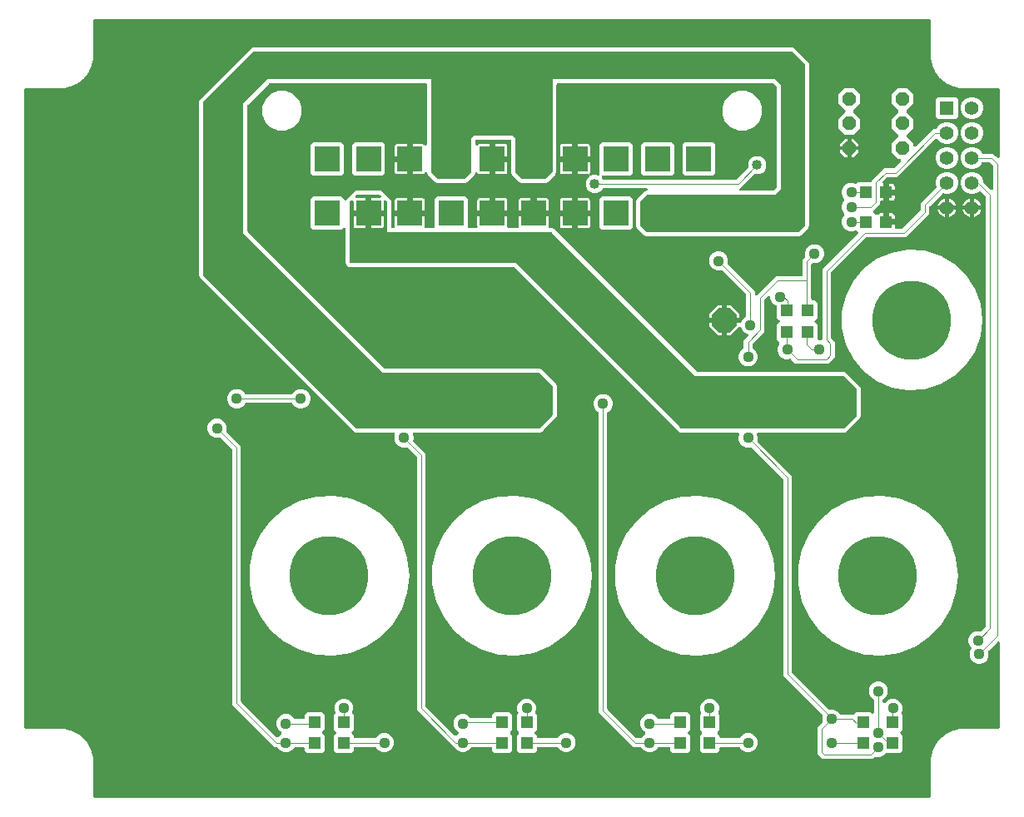
<source format=gbr>
G04 EAGLE Gerber RS-274X export*
G75*
%MOMM*%
%FSLAX34Y34*%
%LPD*%
%INBottom Copper*%
%IPPOS*%
%AMOC8*
5,1,8,0,0,1.08239X$1,22.5*%
G01*
%ADD10P,2.749271X8X202.500000*%
%ADD11C,8.000000*%
%ADD12R,2.550000X2.550000*%
%ADD13P,1.525737X8X112.500000*%
%ADD14R,1.409600X1.409600*%
%ADD15C,1.409600*%
%ADD16R,1.200000X1.200000*%
%ADD17C,0.050800*%
%ADD18C,1.117600*%
%ADD19C,1.108000*%
%ADD20C,1.016000*%
%ADD21C,1.422400*%
%ADD22C,1.114800*%

G36*
X924438Y4068D02*
X924438Y4068D01*
X924464Y4066D01*
X924611Y4088D01*
X924758Y4105D01*
X924783Y4113D01*
X924809Y4117D01*
X924947Y4172D01*
X925086Y4222D01*
X925108Y4236D01*
X925133Y4246D01*
X925254Y4331D01*
X925379Y4411D01*
X925397Y4430D01*
X925419Y4445D01*
X925518Y4555D01*
X925621Y4662D01*
X925635Y4684D01*
X925652Y4704D01*
X925724Y4834D01*
X925800Y4961D01*
X925808Y4986D01*
X925821Y5009D01*
X925861Y5152D01*
X925906Y5293D01*
X925908Y5319D01*
X925916Y5344D01*
X925935Y5588D01*
X925935Y37916D01*
X925927Y37988D01*
X925928Y38060D01*
X925907Y38160D01*
X925895Y38262D01*
X925871Y38330D01*
X925856Y38401D01*
X925817Y38485D01*
X925931Y40091D01*
X925930Y40130D01*
X925935Y40200D01*
X925935Y43104D01*
X925920Y43241D01*
X925918Y43257D01*
X925935Y43467D01*
X925935Y44485D01*
X926321Y45924D01*
X926324Y45947D01*
X926332Y45968D01*
X926369Y46210D01*
X926381Y46374D01*
X926454Y46498D01*
X926462Y46519D01*
X926469Y46532D01*
X926481Y46573D01*
X926536Y46728D01*
X926764Y47576D01*
X926771Y47629D01*
X926788Y47681D01*
X926797Y47801D01*
X926815Y47921D01*
X926810Y47974D01*
X926814Y48028D01*
X926796Y48148D01*
X926790Y48219D01*
X927267Y49498D01*
X927276Y49534D01*
X927328Y49707D01*
X927644Y51157D01*
X927672Y51193D01*
X927709Y51276D01*
X927755Y51353D01*
X927795Y51465D01*
X927816Y51511D01*
X927822Y51539D01*
X927837Y51584D01*
X928257Y53148D01*
X929244Y54858D01*
X929246Y54862D01*
X929248Y54866D01*
X929352Y55088D01*
X929519Y55536D01*
X929597Y55612D01*
X929732Y55743D01*
X929732Y55744D01*
X929733Y55744D01*
X929733Y55745D01*
X929871Y55944D01*
X930267Y56631D01*
X930282Y56664D01*
X930302Y56694D01*
X930315Y56730D01*
X930328Y56751D01*
X930353Y56828D01*
X930406Y56951D01*
X930412Y56986D01*
X930425Y57020D01*
X930433Y57079D01*
X930434Y57083D01*
X930436Y57098D01*
X930444Y57157D01*
X930462Y57257D01*
X931137Y58159D01*
X931162Y58202D01*
X931237Y58311D01*
X931894Y59448D01*
X931899Y59461D01*
X931911Y59479D01*
X932207Y60020D01*
X932224Y60046D01*
X932254Y60080D01*
X932273Y60116D01*
X932314Y60175D01*
X932741Y60916D01*
X934493Y62667D01*
X934516Y62697D01*
X934635Y62832D01*
X935116Y63474D01*
X935119Y63475D01*
X935135Y63483D01*
X935152Y63488D01*
X935289Y63565D01*
X935427Y63638D01*
X935440Y63650D01*
X935456Y63658D01*
X935642Y63817D01*
X936183Y64358D01*
X936194Y64372D01*
X936208Y64383D01*
X936303Y64508D01*
X936400Y64631D01*
X936407Y64647D01*
X936418Y64661D01*
X936482Y64804D01*
X936516Y64877D01*
X937168Y65365D01*
X937196Y65391D01*
X937333Y65507D01*
X939084Y67259D01*
X939825Y67686D01*
X939912Y67751D01*
X939989Y67798D01*
X940521Y68089D01*
X940533Y68097D01*
X940552Y68106D01*
X941689Y68763D01*
X941730Y68793D01*
X941841Y68863D01*
X942738Y69534D01*
X942739Y69534D01*
X942774Y69541D01*
X942810Y69542D01*
X942944Y69576D01*
X943080Y69604D01*
X943113Y69619D01*
X943148Y69628D01*
X943369Y69733D01*
X944056Y70129D01*
X944196Y70233D01*
X944335Y70336D01*
X944335Y70337D01*
X944443Y70463D01*
X944455Y70477D01*
X944912Y70648D01*
X944916Y70650D01*
X944921Y70651D01*
X945142Y70756D01*
X946851Y71743D01*
X948416Y72163D01*
X948500Y72196D01*
X948587Y72219D01*
X948662Y72260D01*
X948740Y72291D01*
X948814Y72342D01*
X948839Y72355D01*
X950293Y72672D01*
X950329Y72684D01*
X950502Y72733D01*
X951782Y73210D01*
X951783Y73210D01*
X951835Y73197D01*
X951956Y73195D01*
X952076Y73185D01*
X952130Y73193D01*
X952184Y73192D01*
X952413Y73235D01*
X952421Y73236D01*
X952422Y73236D01*
X952424Y73236D01*
X953272Y73464D01*
X953416Y73521D01*
X953563Y73575D01*
X953578Y73585D01*
X953596Y73592D01*
X953637Y73620D01*
X953790Y73631D01*
X953813Y73635D01*
X953835Y73635D01*
X954076Y73679D01*
X955515Y74065D01*
X956533Y74065D01*
X956574Y74069D01*
X956615Y74067D01*
X956705Y74079D01*
X956725Y74074D01*
X956775Y74074D01*
X956896Y74065D01*
X959800Y74065D01*
X959840Y74069D01*
X959909Y74069D01*
X961499Y74182D01*
X961505Y74179D01*
X961604Y74151D01*
X961699Y74114D01*
X961771Y74104D01*
X961840Y74084D01*
X962001Y74071D01*
X962044Y74065D01*
X962060Y74067D01*
X962084Y74065D01*
X994412Y74065D01*
X994438Y74068D01*
X994464Y74066D01*
X994611Y74088D01*
X994758Y74105D01*
X994783Y74113D01*
X994809Y74117D01*
X994947Y74172D01*
X995086Y74222D01*
X995108Y74236D01*
X995133Y74246D01*
X995254Y74331D01*
X995379Y74411D01*
X995397Y74430D01*
X995419Y74445D01*
X995518Y74555D01*
X995621Y74662D01*
X995635Y74684D01*
X995652Y74704D01*
X995724Y74834D01*
X995800Y74961D01*
X995808Y74986D01*
X995821Y75009D01*
X995861Y75152D01*
X995906Y75293D01*
X995908Y75319D01*
X995916Y75344D01*
X995935Y75588D01*
X995935Y161150D01*
X995924Y161250D01*
X995922Y161350D01*
X995904Y161423D01*
X995895Y161496D01*
X995862Y161591D01*
X995837Y161688D01*
X995803Y161755D01*
X995778Y161825D01*
X995723Y161909D01*
X995677Y161998D01*
X995629Y162055D01*
X995589Y162117D01*
X995517Y162187D01*
X995452Y162264D01*
X995392Y162308D01*
X995338Y162360D01*
X995252Y162411D01*
X995171Y162471D01*
X995103Y162500D01*
X995039Y162538D01*
X994943Y162569D01*
X994851Y162609D01*
X994778Y162622D01*
X994707Y162645D01*
X994607Y162653D01*
X994508Y162670D01*
X994434Y162667D01*
X994360Y162673D01*
X994260Y162658D01*
X994160Y162653D01*
X994089Y162632D01*
X994015Y162621D01*
X993922Y162584D01*
X993825Y162556D01*
X993760Y162520D01*
X993691Y162492D01*
X993609Y162435D01*
X993521Y162386D01*
X993445Y162321D01*
X993405Y162293D01*
X993381Y162267D01*
X993335Y162227D01*
X984896Y153789D01*
X984849Y153729D01*
X984794Y153676D01*
X984741Y153593D01*
X984680Y153516D01*
X984647Y153447D01*
X984606Y153382D01*
X984573Y153290D01*
X984531Y153201D01*
X984515Y153126D01*
X984489Y153054D01*
X984478Y152956D01*
X984458Y152860D01*
X984459Y152784D01*
X984450Y152708D01*
X984462Y152610D01*
X984464Y152512D01*
X984482Y152437D01*
X984491Y152362D01*
X984537Y152220D01*
X984549Y152174D01*
X984557Y152157D01*
X984566Y152129D01*
X984653Y151920D01*
X984653Y148080D01*
X983183Y144532D01*
X980468Y141817D01*
X976920Y140347D01*
X973080Y140347D01*
X969532Y141817D01*
X966817Y144532D01*
X965347Y148080D01*
X965347Y151920D01*
X966886Y155634D01*
X966907Y155707D01*
X966937Y155777D01*
X966954Y155874D01*
X966981Y155969D01*
X966985Y156045D01*
X966998Y156120D01*
X966993Y156219D01*
X966998Y156317D01*
X966984Y156392D01*
X966980Y156468D01*
X966953Y156563D01*
X966936Y156660D01*
X966905Y156730D01*
X966884Y156803D01*
X966836Y156889D01*
X966797Y156979D01*
X966751Y157041D01*
X966714Y157107D01*
X966617Y157221D01*
X966589Y157259D01*
X966574Y157271D01*
X966555Y157294D01*
X965567Y158282D01*
X964097Y161830D01*
X964097Y165670D01*
X965567Y169218D01*
X968282Y171933D01*
X971830Y173403D01*
X975670Y173403D01*
X975879Y173316D01*
X975952Y173295D01*
X976022Y173265D01*
X976119Y173248D01*
X976214Y173221D01*
X976290Y173217D01*
X976365Y173203D01*
X976464Y173208D01*
X976562Y173204D01*
X976637Y173217D01*
X976714Y173221D01*
X976808Y173249D01*
X976905Y173266D01*
X976975Y173297D01*
X977048Y173318D01*
X977134Y173366D01*
X977224Y173405D01*
X977286Y173451D01*
X977353Y173488D01*
X977466Y173585D01*
X977504Y173613D01*
X977517Y173627D01*
X977539Y173646D01*
X981485Y177593D01*
X981564Y177692D01*
X981648Y177786D01*
X981672Y177828D01*
X981702Y177866D01*
X981756Y177980D01*
X981817Y178091D01*
X981830Y178137D01*
X981851Y178181D01*
X981877Y178304D01*
X981912Y178426D01*
X981917Y178487D01*
X981924Y178522D01*
X981923Y178570D01*
X981931Y178670D01*
X981931Y615080D01*
X981917Y615206D01*
X981910Y615332D01*
X981897Y615378D01*
X981891Y615426D01*
X981849Y615545D01*
X981814Y615667D01*
X981790Y615709D01*
X981774Y615754D01*
X981705Y615861D01*
X981644Y615971D01*
X981604Y616017D01*
X981585Y616047D01*
X981550Y616081D01*
X981485Y616157D01*
X976806Y620836D01*
X976786Y620853D01*
X976769Y620873D01*
X976649Y620961D01*
X976533Y621053D01*
X976509Y621064D01*
X976488Y621080D01*
X976352Y621138D01*
X976218Y621202D01*
X976193Y621207D01*
X976168Y621218D01*
X976022Y621244D01*
X975877Y621275D01*
X975851Y621275D01*
X975825Y621279D01*
X975677Y621272D01*
X975529Y621269D01*
X975503Y621263D01*
X975477Y621261D01*
X975335Y621220D01*
X975191Y621184D01*
X975167Y621172D01*
X975142Y621165D01*
X975013Y621093D01*
X974881Y621025D01*
X974861Y621008D01*
X974838Y620995D01*
X974652Y620836D01*
X973995Y620179D01*
X969910Y618487D01*
X965490Y618487D01*
X961405Y620179D01*
X958279Y623305D01*
X956587Y627390D01*
X956587Y631810D01*
X958279Y635895D01*
X961405Y639021D01*
X965490Y640713D01*
X969910Y640713D01*
X973995Y639021D01*
X977121Y635895D01*
X978813Y631810D01*
X978813Y631676D01*
X978827Y631550D01*
X978834Y631424D01*
X978847Y631378D01*
X978853Y631330D01*
X978895Y631211D01*
X978930Y631089D01*
X978954Y631047D01*
X978970Y631002D01*
X979039Y630895D01*
X979100Y630785D01*
X979140Y630739D01*
X979159Y630709D01*
X979194Y630675D01*
X979219Y630646D01*
X979225Y630637D01*
X979231Y630632D01*
X979259Y630599D01*
X986831Y623027D01*
X986909Y622964D01*
X986982Y622894D01*
X987046Y622856D01*
X987104Y622810D01*
X987195Y622767D01*
X987281Y622716D01*
X987352Y622693D01*
X987419Y622661D01*
X987517Y622640D01*
X987613Y622609D01*
X987687Y622603D01*
X987760Y622588D01*
X987860Y622589D01*
X987960Y622581D01*
X988034Y622592D01*
X988108Y622594D01*
X988205Y622618D01*
X988305Y622633D01*
X988374Y622661D01*
X988446Y622679D01*
X988536Y622725D01*
X988629Y622762D01*
X988690Y622804D01*
X988756Y622838D01*
X988833Y622904D01*
X988915Y622961D01*
X988965Y623016D01*
X989021Y623064D01*
X989081Y623145D01*
X989148Y623220D01*
X989184Y623285D01*
X989229Y623344D01*
X989268Y623437D01*
X989317Y623525D01*
X989337Y623596D01*
X989367Y623664D01*
X989384Y623763D01*
X989412Y623860D01*
X989420Y623960D01*
X989428Y624008D01*
X989426Y624043D01*
X989431Y624104D01*
X989431Y646330D01*
X989417Y646456D01*
X989410Y646582D01*
X989397Y646628D01*
X989391Y646676D01*
X989349Y646795D01*
X989314Y646917D01*
X989290Y646959D01*
X989274Y647004D01*
X989205Y647111D01*
X989144Y647221D01*
X989104Y647267D01*
X989085Y647297D01*
X989050Y647331D01*
X988985Y647407D01*
X986157Y650235D01*
X986058Y650314D01*
X985964Y650398D01*
X985922Y650422D01*
X985884Y650452D01*
X985770Y650506D01*
X985659Y650567D01*
X985613Y650580D01*
X985569Y650601D01*
X985446Y650627D01*
X985324Y650662D01*
X985263Y650667D01*
X985228Y650674D01*
X985180Y650673D01*
X985080Y650681D01*
X978957Y650681D01*
X978881Y650673D01*
X978805Y650674D01*
X978709Y650653D01*
X978611Y650641D01*
X978539Y650616D01*
X978464Y650599D01*
X978376Y650557D01*
X978283Y650524D01*
X978219Y650482D01*
X978150Y650450D01*
X978073Y650388D01*
X977990Y650335D01*
X977937Y650280D01*
X977877Y650232D01*
X977816Y650155D01*
X977748Y650084D01*
X977709Y650019D01*
X977661Y649959D01*
X977593Y649826D01*
X977569Y649785D01*
X977563Y649767D01*
X977550Y649741D01*
X977121Y648705D01*
X973995Y645579D01*
X969910Y643887D01*
X965490Y643887D01*
X961405Y645579D01*
X958279Y648705D01*
X956587Y652790D01*
X956587Y657210D01*
X958279Y661295D01*
X961405Y664421D01*
X965490Y666113D01*
X969910Y666113D01*
X973995Y664421D01*
X977121Y661295D01*
X977550Y660259D01*
X977587Y660192D01*
X977615Y660121D01*
X977671Y660040D01*
X977719Y659954D01*
X977771Y659898D01*
X977814Y659835D01*
X977887Y659769D01*
X977953Y659696D01*
X978016Y659653D01*
X978073Y659602D01*
X978159Y659554D01*
X978240Y659498D01*
X978311Y659470D01*
X978378Y659433D01*
X978473Y659406D01*
X978564Y659370D01*
X978640Y659359D01*
X978713Y659338D01*
X978862Y659326D01*
X978909Y659319D01*
X978928Y659321D01*
X978957Y659319D01*
X989289Y659319D01*
X992265Y656343D01*
X993335Y655273D01*
X993414Y655210D01*
X993486Y655140D01*
X993550Y655102D01*
X993608Y655056D01*
X993699Y655013D01*
X993785Y654962D01*
X993856Y654939D01*
X993923Y654907D01*
X994021Y654886D01*
X994117Y654855D01*
X994191Y654849D01*
X994264Y654834D01*
X994364Y654835D01*
X994464Y654827D01*
X994538Y654838D01*
X994612Y654840D01*
X994709Y654864D01*
X994809Y654879D01*
X994878Y654907D01*
X994950Y654925D01*
X995039Y654971D01*
X995133Y655008D01*
X995194Y655050D01*
X995260Y655084D01*
X995336Y655149D01*
X995419Y655207D01*
X995469Y655262D01*
X995525Y655310D01*
X995585Y655391D01*
X995652Y655466D01*
X995688Y655531D01*
X995733Y655590D01*
X995772Y655683D01*
X995821Y655771D01*
X995841Y655842D01*
X995871Y655910D01*
X995888Y656009D01*
X995916Y656106D01*
X995924Y656206D01*
X995932Y656253D01*
X995930Y656289D01*
X995935Y656350D01*
X995935Y724412D01*
X995932Y724438D01*
X995934Y724464D01*
X995912Y724611D01*
X995895Y724758D01*
X995887Y724783D01*
X995883Y724809D01*
X995828Y724947D01*
X995778Y725086D01*
X995764Y725108D01*
X995754Y725133D01*
X995669Y725254D01*
X995589Y725379D01*
X995570Y725397D01*
X995555Y725419D01*
X995445Y725518D01*
X995338Y725621D01*
X995316Y725635D01*
X995296Y725652D01*
X995166Y725724D01*
X995039Y725800D01*
X995014Y725808D01*
X994991Y725821D01*
X994848Y725861D01*
X994707Y725906D01*
X994681Y725908D01*
X994656Y725916D01*
X994412Y725935D01*
X962084Y725935D01*
X962012Y725927D01*
X961940Y725928D01*
X961840Y725907D01*
X961738Y725895D01*
X961670Y725871D01*
X961599Y725856D01*
X961515Y725817D01*
X959909Y725931D01*
X959870Y725930D01*
X959800Y725935D01*
X956896Y725935D01*
X956759Y725920D01*
X956743Y725918D01*
X956533Y725935D01*
X955515Y725935D01*
X954076Y726321D01*
X954053Y726324D01*
X954032Y726332D01*
X953790Y726369D01*
X953626Y726381D01*
X953502Y726454D01*
X953481Y726462D01*
X953468Y726469D01*
X953427Y726481D01*
X953272Y726536D01*
X952424Y726764D01*
X952371Y726771D01*
X952319Y726788D01*
X952199Y726797D01*
X952079Y726815D01*
X952026Y726810D01*
X951972Y726814D01*
X951852Y726796D01*
X951781Y726790D01*
X950502Y727267D01*
X950466Y727276D01*
X950293Y727328D01*
X948843Y727644D01*
X948806Y727672D01*
X948724Y727709D01*
X948646Y727755D01*
X948535Y727795D01*
X948489Y727816D01*
X948460Y727822D01*
X948416Y727837D01*
X946852Y728257D01*
X945142Y729244D01*
X945138Y729246D01*
X945134Y729248D01*
X944912Y729352D01*
X944464Y729519D01*
X944360Y729626D01*
X944257Y729732D01*
X944256Y729732D01*
X944256Y729733D01*
X944255Y729733D01*
X944055Y729871D01*
X943369Y730267D01*
X943336Y730282D01*
X943306Y730302D01*
X943176Y730351D01*
X943049Y730406D01*
X943014Y730412D01*
X942980Y730425D01*
X942843Y730444D01*
X942743Y730462D01*
X941841Y731137D01*
X941798Y731162D01*
X941689Y731237D01*
X940552Y731894D01*
X940539Y731900D01*
X940520Y731912D01*
X939980Y732207D01*
X939955Y732224D01*
X939921Y732253D01*
X939885Y732272D01*
X939825Y732314D01*
X939084Y732741D01*
X937333Y734493D01*
X937303Y734516D01*
X937168Y734635D01*
X936526Y735116D01*
X936525Y735119D01*
X936517Y735135D01*
X936512Y735152D01*
X936435Y735289D01*
X936362Y735427D01*
X936350Y735440D01*
X936342Y735456D01*
X936183Y735642D01*
X935642Y736183D01*
X935628Y736194D01*
X935617Y736208D01*
X935492Y736303D01*
X935369Y736400D01*
X935353Y736407D01*
X935339Y736418D01*
X935196Y736482D01*
X935123Y736516D01*
X934635Y737168D01*
X934609Y737195D01*
X934493Y737333D01*
X932741Y739084D01*
X932314Y739825D01*
X932249Y739912D01*
X932203Y739986D01*
X931911Y740520D01*
X931903Y740532D01*
X931894Y740552D01*
X931237Y741689D01*
X931207Y741729D01*
X931137Y741841D01*
X930466Y742738D01*
X930466Y742739D01*
X930459Y742774D01*
X930458Y742810D01*
X930424Y742944D01*
X930396Y743080D01*
X930381Y743113D01*
X930372Y743148D01*
X930267Y743369D01*
X929871Y744055D01*
X929777Y744183D01*
X929664Y744335D01*
X929663Y744335D01*
X929527Y744451D01*
X929523Y744455D01*
X929352Y744912D01*
X929350Y744916D01*
X929349Y744921D01*
X929281Y745063D01*
X929273Y745085D01*
X929267Y745093D01*
X929244Y745142D01*
X928257Y746852D01*
X927837Y748416D01*
X927804Y748500D01*
X927780Y748588D01*
X927740Y748662D01*
X927709Y748740D01*
X927658Y748815D01*
X927645Y748839D01*
X927328Y750293D01*
X927316Y750329D01*
X927267Y750502D01*
X926790Y751782D01*
X926790Y751783D01*
X926803Y751835D01*
X926805Y751956D01*
X926815Y752076D01*
X926807Y752130D01*
X926808Y752184D01*
X926765Y752413D01*
X926764Y752421D01*
X926764Y752422D01*
X926764Y752424D01*
X926536Y753272D01*
X926479Y753416D01*
X926425Y753563D01*
X926415Y753578D01*
X926408Y753596D01*
X926380Y753637D01*
X926369Y753790D01*
X926365Y753813D01*
X926365Y753835D01*
X926321Y754076D01*
X925935Y755515D01*
X925935Y756533D01*
X925931Y756574D01*
X925933Y756615D01*
X925921Y756705D01*
X925926Y756725D01*
X925926Y756775D01*
X925935Y756896D01*
X925935Y759800D01*
X925931Y759840D01*
X925931Y759909D01*
X925818Y761499D01*
X925821Y761505D01*
X925849Y761604D01*
X925886Y761699D01*
X925896Y761771D01*
X925916Y761840D01*
X925929Y762001D01*
X925935Y762044D01*
X925933Y762060D01*
X925935Y762084D01*
X925935Y794412D01*
X925932Y794438D01*
X925934Y794464D01*
X925912Y794611D01*
X925895Y794758D01*
X925887Y794783D01*
X925883Y794809D01*
X925828Y794947D01*
X925778Y795086D01*
X925764Y795108D01*
X925754Y795133D01*
X925669Y795254D01*
X925589Y795379D01*
X925570Y795397D01*
X925555Y795419D01*
X925445Y795518D01*
X925338Y795621D01*
X925316Y795635D01*
X925296Y795652D01*
X925166Y795724D01*
X925039Y795800D01*
X925014Y795808D01*
X924991Y795821D01*
X924848Y795861D01*
X924707Y795906D01*
X924681Y795908D01*
X924656Y795916D01*
X924412Y795935D01*
X75588Y795935D01*
X75562Y795932D01*
X75536Y795934D01*
X75389Y795912D01*
X75242Y795895D01*
X75217Y795887D01*
X75191Y795883D01*
X75053Y795828D01*
X74914Y795778D01*
X74892Y795764D01*
X74867Y795754D01*
X74746Y795669D01*
X74621Y795589D01*
X74603Y795570D01*
X74581Y795555D01*
X74482Y795445D01*
X74379Y795338D01*
X74365Y795316D01*
X74348Y795296D01*
X74276Y795166D01*
X74200Y795039D01*
X74192Y795014D01*
X74179Y794991D01*
X74139Y794848D01*
X74094Y794707D01*
X74092Y794681D01*
X74084Y794656D01*
X74065Y794412D01*
X74065Y762084D01*
X74073Y762012D01*
X74072Y761940D01*
X74093Y761840D01*
X74105Y761738D01*
X74129Y761670D01*
X74144Y761599D01*
X74183Y761515D01*
X74069Y759909D01*
X74070Y759870D01*
X74065Y759800D01*
X74065Y756896D01*
X74080Y756759D01*
X74082Y756743D01*
X74065Y756533D01*
X74065Y755515D01*
X73679Y754076D01*
X73676Y754053D01*
X73668Y754032D01*
X73631Y753790D01*
X73619Y753626D01*
X73546Y753502D01*
X73538Y753481D01*
X73531Y753468D01*
X73519Y753427D01*
X73464Y753272D01*
X73236Y752424D01*
X73229Y752371D01*
X73212Y752319D01*
X73203Y752199D01*
X73185Y752079D01*
X73190Y752026D01*
X73186Y751972D01*
X73204Y751852D01*
X73210Y751781D01*
X72733Y750502D01*
X72724Y750466D01*
X72672Y750293D01*
X72356Y748843D01*
X72328Y748807D01*
X72291Y748724D01*
X72245Y748647D01*
X72205Y748535D01*
X72184Y748489D01*
X72178Y748460D01*
X72163Y748416D01*
X71743Y746852D01*
X70756Y745142D01*
X70754Y745138D01*
X70752Y745134D01*
X70699Y745020D01*
X70681Y744991D01*
X70673Y744966D01*
X70648Y744912D01*
X70481Y744464D01*
X70374Y744360D01*
X70268Y744257D01*
X70268Y744256D01*
X70267Y744256D01*
X70267Y744255D01*
X70129Y744055D01*
X69733Y743369D01*
X69718Y743336D01*
X69698Y743306D01*
X69649Y743176D01*
X69594Y743049D01*
X69588Y743014D01*
X69575Y742980D01*
X69556Y742843D01*
X69538Y742743D01*
X68863Y741841D01*
X68838Y741797D01*
X68763Y741689D01*
X68106Y740552D01*
X68101Y740539D01*
X68089Y740520D01*
X67793Y739980D01*
X67776Y739955D01*
X67747Y739921D01*
X67728Y739885D01*
X67686Y739825D01*
X67259Y739084D01*
X65507Y737333D01*
X65484Y737303D01*
X65365Y737168D01*
X64884Y736526D01*
X64881Y736525D01*
X64865Y736517D01*
X64848Y736512D01*
X64711Y736435D01*
X64573Y736362D01*
X64560Y736350D01*
X64544Y736342D01*
X64358Y736183D01*
X63817Y735642D01*
X63806Y735628D01*
X63792Y735617D01*
X63697Y735492D01*
X63600Y735369D01*
X63593Y735353D01*
X63582Y735339D01*
X63518Y735196D01*
X63484Y735123D01*
X62832Y734635D01*
X62805Y734609D01*
X62667Y734493D01*
X60916Y732741D01*
X60175Y732314D01*
X60088Y732249D01*
X60014Y732203D01*
X59480Y731911D01*
X59468Y731903D01*
X59448Y731894D01*
X58311Y731237D01*
X58271Y731207D01*
X58159Y731137D01*
X57262Y730466D01*
X57261Y730466D01*
X57226Y730459D01*
X57190Y730458D01*
X57056Y730424D01*
X56920Y730396D01*
X56887Y730381D01*
X56852Y730372D01*
X56631Y730267D01*
X55945Y729871D01*
X55791Y729757D01*
X55665Y729664D01*
X55665Y729663D01*
X55545Y729523D01*
X55088Y729352D01*
X55084Y729350D01*
X55079Y729349D01*
X54858Y729244D01*
X53148Y728257D01*
X51584Y727837D01*
X51500Y727804D01*
X51412Y727780D01*
X51338Y727740D01*
X51260Y727709D01*
X51185Y727658D01*
X51161Y727645D01*
X49707Y727328D01*
X49671Y727316D01*
X49498Y727267D01*
X48218Y726790D01*
X48217Y726790D01*
X48165Y726803D01*
X48044Y726805D01*
X47924Y726815D01*
X47870Y726807D01*
X47816Y726808D01*
X47587Y726765D01*
X47579Y726764D01*
X47578Y726764D01*
X47576Y726764D01*
X46728Y726536D01*
X46584Y726479D01*
X46437Y726425D01*
X46422Y726415D01*
X46404Y726408D01*
X46363Y726380D01*
X46210Y726369D01*
X46187Y726365D01*
X46165Y726365D01*
X45924Y726321D01*
X44485Y725935D01*
X43467Y725935D01*
X43426Y725931D01*
X43385Y725933D01*
X43295Y725921D01*
X43275Y725926D01*
X43225Y725926D01*
X43104Y725935D01*
X40200Y725935D01*
X40160Y725931D01*
X40091Y725931D01*
X38501Y725818D01*
X38495Y725821D01*
X38396Y725849D01*
X38301Y725886D01*
X38229Y725896D01*
X38160Y725916D01*
X37999Y725929D01*
X37956Y725935D01*
X37940Y725933D01*
X37916Y725935D01*
X5588Y725935D01*
X5562Y725932D01*
X5536Y725934D01*
X5389Y725912D01*
X5242Y725895D01*
X5217Y725887D01*
X5191Y725883D01*
X5053Y725828D01*
X4914Y725778D01*
X4892Y725764D01*
X4867Y725754D01*
X4746Y725669D01*
X4621Y725589D01*
X4603Y725570D01*
X4581Y725555D01*
X4482Y725445D01*
X4379Y725338D01*
X4365Y725316D01*
X4348Y725296D01*
X4276Y725166D01*
X4200Y725039D01*
X4192Y725014D01*
X4179Y724991D01*
X4139Y724848D01*
X4094Y724707D01*
X4092Y724681D01*
X4084Y724656D01*
X4065Y724412D01*
X4065Y75588D01*
X4068Y75562D01*
X4066Y75536D01*
X4088Y75389D01*
X4105Y75242D01*
X4113Y75217D01*
X4117Y75191D01*
X4172Y75053D01*
X4222Y74914D01*
X4236Y74892D01*
X4246Y74867D01*
X4331Y74746D01*
X4411Y74621D01*
X4430Y74603D01*
X4445Y74581D01*
X4555Y74482D01*
X4662Y74379D01*
X4684Y74365D01*
X4704Y74348D01*
X4834Y74276D01*
X4961Y74200D01*
X4986Y74192D01*
X5009Y74179D01*
X5152Y74139D01*
X5293Y74094D01*
X5319Y74092D01*
X5344Y74084D01*
X5588Y74065D01*
X37916Y74065D01*
X37988Y74073D01*
X38060Y74072D01*
X38160Y74093D01*
X38262Y74105D01*
X38330Y74129D01*
X38401Y74144D01*
X38485Y74183D01*
X40091Y74069D01*
X40130Y74070D01*
X40200Y74065D01*
X43104Y74065D01*
X43241Y74080D01*
X43257Y74082D01*
X43467Y74065D01*
X44485Y74065D01*
X45924Y73679D01*
X45947Y73676D01*
X45968Y73668D01*
X46210Y73631D01*
X46374Y73619D01*
X46498Y73546D01*
X46519Y73538D01*
X46532Y73531D01*
X46573Y73519D01*
X46728Y73464D01*
X47576Y73236D01*
X47629Y73229D01*
X47681Y73212D01*
X47801Y73203D01*
X47921Y73185D01*
X47974Y73190D01*
X48028Y73186D01*
X48148Y73204D01*
X48219Y73210D01*
X49498Y72733D01*
X49534Y72724D01*
X49707Y72672D01*
X51157Y72356D01*
X51194Y72328D01*
X51276Y72291D01*
X51354Y72245D01*
X51465Y72205D01*
X51511Y72184D01*
X51540Y72178D01*
X51584Y72163D01*
X53149Y71743D01*
X54858Y70756D01*
X54862Y70754D01*
X54866Y70752D01*
X55088Y70648D01*
X55536Y70481D01*
X55624Y70391D01*
X55743Y70268D01*
X55744Y70268D01*
X55744Y70267D01*
X55745Y70267D01*
X55944Y70129D01*
X56631Y69733D01*
X56664Y69718D01*
X56694Y69698D01*
X56824Y69649D01*
X56951Y69594D01*
X56986Y69588D01*
X57020Y69575D01*
X57157Y69556D01*
X57257Y69538D01*
X58159Y68863D01*
X58202Y68838D01*
X58311Y68763D01*
X59448Y68106D01*
X59461Y68101D01*
X59479Y68089D01*
X60020Y67793D01*
X60046Y67776D01*
X60080Y67746D01*
X60116Y67727D01*
X60175Y67686D01*
X60916Y67259D01*
X62667Y65507D01*
X62697Y65484D01*
X62832Y65365D01*
X63474Y64884D01*
X63475Y64881D01*
X63483Y64865D01*
X63488Y64848D01*
X63565Y64711D01*
X63638Y64573D01*
X63650Y64560D01*
X63658Y64544D01*
X63817Y64358D01*
X64358Y63817D01*
X64372Y63806D01*
X64383Y63792D01*
X64508Y63697D01*
X64631Y63600D01*
X64647Y63593D01*
X64661Y63582D01*
X64804Y63518D01*
X64877Y63484D01*
X65365Y62832D01*
X65391Y62804D01*
X65507Y62667D01*
X67259Y60916D01*
X67686Y60175D01*
X67751Y60088D01*
X67798Y60011D01*
X68089Y59479D01*
X68097Y59467D01*
X68106Y59448D01*
X68763Y58311D01*
X68793Y58271D01*
X68863Y58159D01*
X69534Y57262D01*
X69534Y57261D01*
X69541Y57226D01*
X69542Y57190D01*
X69576Y57056D01*
X69584Y57016D01*
X69589Y56982D01*
X69593Y56972D01*
X69604Y56920D01*
X69619Y56887D01*
X69628Y56852D01*
X69709Y56682D01*
X69718Y56658D01*
X69724Y56649D01*
X69733Y56631D01*
X70129Y55944D01*
X70239Y55796D01*
X70336Y55665D01*
X70337Y55665D01*
X70477Y55545D01*
X70648Y55088D01*
X70650Y55084D01*
X70651Y55079D01*
X70756Y54858D01*
X71743Y53148D01*
X72163Y51584D01*
X72196Y51500D01*
X72219Y51413D01*
X72260Y51338D01*
X72291Y51260D01*
X72342Y51186D01*
X72355Y51161D01*
X72672Y49707D01*
X72684Y49671D01*
X72733Y49498D01*
X73210Y48218D01*
X73210Y48217D01*
X73197Y48165D01*
X73195Y48044D01*
X73185Y47924D01*
X73193Y47870D01*
X73192Y47816D01*
X73235Y47587D01*
X73236Y47579D01*
X73236Y47578D01*
X73236Y47576D01*
X73464Y46728D01*
X73521Y46584D01*
X73575Y46437D01*
X73585Y46422D01*
X73592Y46404D01*
X73620Y46363D01*
X73631Y46210D01*
X73635Y46187D01*
X73635Y46165D01*
X73679Y45924D01*
X74065Y44485D01*
X74065Y43467D01*
X74069Y43426D01*
X74067Y43385D01*
X74079Y43295D01*
X74074Y43275D01*
X74074Y43225D01*
X74065Y43104D01*
X74065Y40200D01*
X74069Y40161D01*
X74069Y40091D01*
X74182Y38501D01*
X74179Y38495D01*
X74151Y38396D01*
X74114Y38301D01*
X74104Y38229D01*
X74084Y38160D01*
X74071Y37999D01*
X74065Y37956D01*
X74067Y37940D01*
X74065Y37916D01*
X74065Y5588D01*
X74068Y5562D01*
X74066Y5536D01*
X74088Y5389D01*
X74105Y5242D01*
X74113Y5217D01*
X74117Y5191D01*
X74172Y5053D01*
X74222Y4914D01*
X74236Y4892D01*
X74246Y4867D01*
X74331Y4746D01*
X74411Y4621D01*
X74430Y4603D01*
X74445Y4581D01*
X74555Y4482D01*
X74662Y4379D01*
X74684Y4365D01*
X74704Y4348D01*
X74834Y4276D01*
X74961Y4200D01*
X74986Y4192D01*
X75009Y4179D01*
X75152Y4139D01*
X75293Y4094D01*
X75319Y4092D01*
X75344Y4084D01*
X75588Y4065D01*
X924412Y4065D01*
X924438Y4068D01*
G37*
%LPC*%
G36*
X482316Y49435D02*
X482316Y49435D01*
X479935Y51816D01*
X479935Y54158D01*
X479932Y54184D01*
X479934Y54210D01*
X479912Y54357D01*
X479895Y54504D01*
X479887Y54529D01*
X479883Y54555D01*
X479828Y54693D01*
X479778Y54832D01*
X479764Y54854D01*
X479754Y54879D01*
X479669Y55000D01*
X479589Y55125D01*
X479570Y55143D01*
X479555Y55165D01*
X479445Y55264D01*
X479338Y55367D01*
X479316Y55381D01*
X479296Y55398D01*
X479166Y55470D01*
X479039Y55546D01*
X479014Y55554D01*
X478991Y55567D01*
X478848Y55607D01*
X478707Y55652D01*
X478681Y55654D01*
X478656Y55662D01*
X478412Y55681D01*
X459677Y55681D01*
X459601Y55673D01*
X459525Y55674D01*
X459428Y55653D01*
X459331Y55641D01*
X459259Y55616D01*
X459184Y55599D01*
X459095Y55557D01*
X459003Y55524D01*
X458938Y55482D01*
X458869Y55450D01*
X458792Y55388D01*
X458710Y55335D01*
X458657Y55280D01*
X458597Y55232D01*
X458536Y55155D01*
X458468Y55084D01*
X458428Y55019D01*
X458381Y54959D01*
X458313Y54826D01*
X458289Y54785D01*
X458283Y54767D01*
X458270Y54741D01*
X458183Y54532D01*
X455468Y51817D01*
X451920Y50347D01*
X448080Y50347D01*
X444532Y51817D01*
X441817Y54532D01*
X441730Y54741D01*
X441693Y54808D01*
X441665Y54879D01*
X441609Y54960D01*
X441561Y55046D01*
X441510Y55102D01*
X441466Y55165D01*
X441393Y55231D01*
X441327Y55304D01*
X441264Y55347D01*
X441207Y55398D01*
X441121Y55446D01*
X441040Y55502D01*
X440969Y55530D01*
X440902Y55567D01*
X440807Y55594D01*
X440793Y55599D01*
X403181Y93211D01*
X403181Y350080D01*
X403167Y350206D01*
X403160Y350332D01*
X403147Y350378D01*
X403141Y350426D01*
X403099Y350545D01*
X403064Y350667D01*
X403040Y350709D01*
X403024Y350754D01*
X402955Y350861D01*
X402894Y350971D01*
X402854Y351017D01*
X402835Y351047D01*
X402800Y351081D01*
X402735Y351157D01*
X393789Y360104D01*
X393729Y360151D01*
X393676Y360206D01*
X393593Y360259D01*
X393516Y360320D01*
X393447Y360353D01*
X393382Y360394D01*
X393290Y360427D01*
X393201Y360469D01*
X393126Y360485D01*
X393054Y360511D01*
X392956Y360522D01*
X392860Y360542D01*
X392784Y360541D01*
X392708Y360550D01*
X392610Y360538D01*
X392512Y360536D01*
X392437Y360518D01*
X392362Y360509D01*
X392219Y360463D01*
X392174Y360451D01*
X392157Y360443D01*
X392129Y360434D01*
X391920Y360347D01*
X388080Y360347D01*
X384532Y361817D01*
X381817Y364532D01*
X380347Y368080D01*
X380347Y371920D01*
X380913Y373285D01*
X380954Y373429D01*
X381000Y373572D01*
X381002Y373597D01*
X381008Y373620D01*
X381016Y373770D01*
X381028Y373920D01*
X381024Y373944D01*
X381025Y373968D01*
X380999Y374116D01*
X380976Y374264D01*
X380967Y374287D01*
X380963Y374311D01*
X380903Y374448D01*
X380848Y374588D01*
X380834Y374608D01*
X380824Y374631D01*
X380735Y374751D01*
X380649Y374874D01*
X380631Y374891D01*
X380616Y374911D01*
X380502Y375007D01*
X380390Y375108D01*
X380369Y375120D01*
X380350Y375136D01*
X380217Y375204D01*
X380085Y375277D01*
X380062Y375283D01*
X380040Y375295D01*
X379894Y375331D01*
X379750Y375372D01*
X379720Y375374D01*
X379702Y375379D01*
X379654Y375379D01*
X379506Y375391D01*
X342921Y375411D01*
X342920Y375411D01*
X341787Y375411D01*
X340763Y375836D01*
X340762Y375836D01*
X339733Y376263D01*
X338932Y377064D01*
X338932Y377065D01*
X338931Y377065D01*
X184248Y531748D01*
X182462Y533534D01*
X181611Y535588D01*
X181611Y712212D01*
X182462Y714266D01*
X234834Y766638D01*
X236888Y767489D01*
X785212Y767489D01*
X787266Y766638D01*
X801538Y752366D01*
X802389Y750312D01*
X802389Y586163D01*
X801538Y584109D01*
X793616Y576187D01*
X791562Y575336D01*
X636938Y575336D01*
X634884Y576187D01*
X626962Y584109D01*
X626111Y586163D01*
X626111Y610612D01*
X626962Y612666D01*
X634884Y620588D01*
X636847Y621401D01*
X636891Y621425D01*
X636938Y621442D01*
X637043Y621510D01*
X637151Y621570D01*
X637188Y621604D01*
X637231Y621631D01*
X637317Y621721D01*
X637409Y621804D01*
X637438Y621846D01*
X637473Y621882D01*
X637537Y621989D01*
X637607Y622091D01*
X637626Y622138D01*
X637652Y622181D01*
X637690Y622299D01*
X637735Y622415D01*
X637743Y622465D01*
X637758Y622513D01*
X637768Y622637D01*
X637786Y622760D01*
X637782Y622810D01*
X637786Y622860D01*
X637768Y622983D01*
X637757Y623107D01*
X637742Y623155D01*
X637734Y623205D01*
X637688Y623320D01*
X637650Y623439D01*
X637624Y623482D01*
X637606Y623529D01*
X637535Y623631D01*
X637470Y623737D01*
X637435Y623774D01*
X637407Y623815D01*
X637314Y623898D01*
X637228Y623987D01*
X637185Y624015D01*
X637148Y624048D01*
X637039Y624108D01*
X636934Y624176D01*
X636887Y624193D01*
X636843Y624217D01*
X636723Y624251D01*
X636606Y624292D01*
X636556Y624298D01*
X636507Y624312D01*
X636264Y624331D01*
X593327Y624331D01*
X593251Y624323D01*
X593175Y624324D01*
X593079Y624303D01*
X592981Y624291D01*
X592909Y624266D01*
X592834Y624249D01*
X592746Y624207D01*
X592653Y624174D01*
X592588Y624132D01*
X592520Y624100D01*
X592443Y624038D01*
X592360Y623985D01*
X592307Y623930D01*
X592247Y623882D01*
X592186Y623805D01*
X592118Y623734D01*
X592079Y623669D01*
X592031Y623609D01*
X591968Y623486D01*
X589380Y620898D01*
X586019Y619505D01*
X582381Y619505D01*
X579020Y620898D01*
X576448Y623470D01*
X575055Y626831D01*
X575055Y630469D01*
X576447Y633830D01*
X578450Y635832D01*
X578527Y635930D01*
X578612Y636023D01*
X578636Y636067D01*
X578666Y636105D01*
X578720Y636218D01*
X578781Y636328D01*
X578794Y636376D01*
X578815Y636421D01*
X578842Y636542D01*
X578876Y636663D01*
X578878Y636713D01*
X578889Y636761D01*
X578887Y636886D01*
X578893Y637011D01*
X578884Y637060D01*
X578883Y637110D01*
X578852Y637231D01*
X578830Y637354D01*
X578810Y637399D01*
X578798Y637448D01*
X578740Y637559D01*
X578691Y637674D01*
X578661Y637713D01*
X578638Y637757D01*
X578557Y637853D01*
X578482Y637953D01*
X578444Y637985D01*
X578412Y638023D01*
X578312Y638097D01*
X578216Y638178D01*
X578172Y638200D01*
X578132Y638230D01*
X578017Y638280D01*
X577906Y638336D01*
X577858Y638348D01*
X577812Y638368D01*
X577689Y638390D01*
X577567Y638420D01*
X577518Y638421D01*
X577469Y638430D01*
X577344Y638423D01*
X577219Y638425D01*
X577157Y638414D01*
X577121Y638412D01*
X577112Y638409D01*
X567047Y638409D01*
X567047Y650653D01*
X579291Y650653D01*
X579291Y640615D01*
X579118Y639969D01*
X578685Y639221D01*
X578675Y639197D01*
X578661Y639176D01*
X578606Y639038D01*
X578547Y638901D01*
X578542Y638876D01*
X578533Y638852D01*
X578511Y638705D01*
X578485Y638558D01*
X578486Y638533D01*
X578482Y638507D01*
X578494Y638359D01*
X578502Y638210D01*
X578509Y638185D01*
X578511Y638160D01*
X578557Y638018D01*
X578598Y637875D01*
X578610Y637853D01*
X578618Y637828D01*
X578695Y637700D01*
X578767Y637571D01*
X578785Y637552D01*
X578798Y637530D01*
X578901Y637423D01*
X579002Y637313D01*
X579023Y637298D01*
X579041Y637280D01*
X579166Y637200D01*
X579289Y637115D01*
X579312Y637105D01*
X579334Y637091D01*
X579474Y637042D01*
X579613Y636987D01*
X579638Y636983D01*
X579662Y636975D01*
X579811Y636958D01*
X579958Y636937D01*
X579983Y636939D01*
X580009Y636936D01*
X580157Y636953D01*
X580305Y636966D01*
X580329Y636974D01*
X580355Y636977D01*
X580588Y637052D01*
X582381Y637795D01*
X586019Y637795D01*
X587079Y637356D01*
X587224Y637314D01*
X587367Y637269D01*
X587391Y637267D01*
X587414Y637260D01*
X587565Y637253D01*
X587714Y637241D01*
X587738Y637244D01*
X587762Y637243D01*
X587910Y637270D01*
X588059Y637292D01*
X588081Y637301D01*
X588105Y637306D01*
X588243Y637365D01*
X588383Y637421D01*
X588403Y637435D01*
X588425Y637444D01*
X588546Y637534D01*
X588669Y637620D01*
X588685Y637638D01*
X588705Y637652D01*
X588802Y637767D01*
X588902Y637879D01*
X588914Y637900D01*
X588930Y637918D01*
X588998Y638052D01*
X589071Y638184D01*
X589077Y638207D01*
X589088Y638229D01*
X589125Y638374D01*
X589166Y638519D01*
X589168Y638548D01*
X589173Y638567D01*
X589173Y638614D01*
X589185Y638763D01*
X589185Y668134D01*
X591566Y670515D01*
X620434Y670515D01*
X622815Y668134D01*
X622815Y639266D01*
X620434Y636885D01*
X592575Y636885D01*
X592475Y636874D01*
X592375Y636872D01*
X592302Y636854D01*
X592229Y636845D01*
X592134Y636812D01*
X592037Y636787D01*
X591971Y636753D01*
X591900Y636728D01*
X591816Y636673D01*
X591727Y636627D01*
X591670Y636579D01*
X591608Y636539D01*
X591538Y636467D01*
X591461Y636402D01*
X591417Y636342D01*
X591365Y636288D01*
X591314Y636202D01*
X591254Y636121D01*
X591225Y636053D01*
X591187Y635989D01*
X591156Y635894D01*
X591116Y635801D01*
X591103Y635728D01*
X591080Y635657D01*
X591072Y635557D01*
X591055Y635458D01*
X591058Y635384D01*
X591052Y635310D01*
X591067Y635211D01*
X591072Y635110D01*
X591093Y635039D01*
X591104Y634965D01*
X591141Y634872D01*
X591169Y634775D01*
X591205Y634710D01*
X591233Y634641D01*
X591290Y634559D01*
X591339Y634471D01*
X591404Y634395D01*
X591432Y634355D01*
X591458Y634331D01*
X591498Y634285D01*
X591968Y633815D01*
X591985Y633771D01*
X592041Y633691D01*
X592089Y633605D01*
X592141Y633548D01*
X592184Y633485D01*
X592257Y633419D01*
X592323Y633346D01*
X592386Y633303D01*
X592443Y633252D01*
X592529Y633204D01*
X592610Y633148D01*
X592681Y633120D01*
X592748Y633083D01*
X592843Y633056D01*
X592934Y633020D01*
X593010Y633009D01*
X593083Y632988D01*
X593232Y632976D01*
X593279Y632969D01*
X593298Y632971D01*
X593327Y632969D01*
X727830Y632969D01*
X727956Y632983D01*
X728082Y632990D01*
X728128Y633003D01*
X728176Y633009D01*
X728295Y633051D01*
X728417Y633086D01*
X728459Y633110D01*
X728504Y633126D01*
X728611Y633195D01*
X728721Y633256D01*
X728767Y633296D01*
X728797Y633315D01*
X728831Y633350D01*
X728907Y633415D01*
X739792Y644300D01*
X739840Y644360D01*
X739895Y644413D01*
X739948Y644496D01*
X740009Y644573D01*
X740042Y644642D01*
X740083Y644706D01*
X740116Y644799D01*
X740158Y644888D01*
X740174Y644963D01*
X740200Y645035D01*
X740211Y645133D01*
X740231Y645229D01*
X740230Y645305D01*
X740239Y645381D01*
X740227Y645479D01*
X740225Y645577D01*
X740207Y645651D01*
X740198Y645727D01*
X740155Y645859D01*
X740155Y649519D01*
X741548Y652880D01*
X744120Y655452D01*
X747481Y656845D01*
X751119Y656845D01*
X754480Y655452D01*
X757052Y652880D01*
X758445Y649519D01*
X758445Y645881D01*
X757052Y642520D01*
X754480Y639948D01*
X751119Y638555D01*
X747459Y638555D01*
X747416Y638574D01*
X747320Y638591D01*
X747225Y638618D01*
X747149Y638622D01*
X747073Y638635D01*
X746975Y638630D01*
X746877Y638635D01*
X746802Y638621D01*
X746725Y638618D01*
X746631Y638590D01*
X746534Y638573D01*
X746464Y638542D01*
X746390Y638521D01*
X746305Y638473D01*
X746214Y638434D01*
X746153Y638388D01*
X746086Y638351D01*
X745973Y638254D01*
X745935Y638226D01*
X745922Y638211D01*
X745900Y638192D01*
X731747Y624039D01*
X731684Y623961D01*
X731614Y623888D01*
X731576Y623824D01*
X731530Y623766D01*
X731487Y623675D01*
X731436Y623589D01*
X731413Y623518D01*
X731381Y623451D01*
X731360Y623353D01*
X731329Y623257D01*
X731323Y623183D01*
X731308Y623110D01*
X731309Y623010D01*
X731301Y622910D01*
X731312Y622836D01*
X731314Y622762D01*
X731338Y622665D01*
X731353Y622565D01*
X731381Y622496D01*
X731399Y622424D01*
X731445Y622334D01*
X731482Y622241D01*
X731524Y622180D01*
X731558Y622114D01*
X731624Y622037D01*
X731681Y621955D01*
X731736Y621905D01*
X731784Y621849D01*
X731865Y621789D01*
X731940Y621722D01*
X732005Y621686D01*
X732064Y621641D01*
X732157Y621602D01*
X732245Y621553D01*
X732316Y621533D01*
X732385Y621503D01*
X732483Y621486D01*
X732580Y621458D01*
X732680Y621450D01*
X732728Y621442D01*
X732763Y621444D01*
X732824Y621439D01*
X765279Y621439D01*
X765405Y621453D01*
X765531Y621460D01*
X765577Y621473D01*
X765625Y621479D01*
X765744Y621521D01*
X765866Y621556D01*
X765908Y621580D01*
X765953Y621596D01*
X766060Y621665D01*
X766170Y621726D01*
X766216Y621766D01*
X766246Y621785D01*
X766280Y621820D01*
X766356Y621885D01*
X768540Y624069D01*
X768619Y624168D01*
X768703Y624262D01*
X768727Y624304D01*
X768757Y624342D01*
X768811Y624456D01*
X768872Y624567D01*
X768885Y624613D01*
X768906Y624657D01*
X768932Y624780D01*
X768967Y624902D01*
X768972Y624963D01*
X768979Y624998D01*
X768978Y625046D01*
X768986Y625146D01*
X768986Y727204D01*
X768972Y727330D01*
X768965Y727456D01*
X768952Y727502D01*
X768946Y727550D01*
X768904Y727669D01*
X768869Y727791D01*
X768845Y727833D01*
X768829Y727878D01*
X768760Y727985D01*
X768699Y728095D01*
X768659Y728141D01*
X768640Y728171D01*
X768605Y728205D01*
X768540Y728281D01*
X766356Y730465D01*
X766257Y730544D01*
X766163Y730628D01*
X766121Y730652D01*
X766083Y730682D01*
X765969Y730736D01*
X765858Y730797D01*
X765812Y730810D01*
X765768Y730831D01*
X765645Y730857D01*
X765523Y730892D01*
X765462Y730897D01*
X765427Y730904D01*
X765379Y730903D01*
X765279Y730911D01*
X546737Y730911D01*
X546711Y730908D01*
X546685Y730910D01*
X546538Y730888D01*
X546391Y730871D01*
X546366Y730863D01*
X546340Y730859D01*
X546202Y730804D01*
X546063Y730754D01*
X546041Y730740D01*
X546016Y730730D01*
X545895Y730645D01*
X545770Y730565D01*
X545752Y730546D01*
X545730Y730531D01*
X545631Y730421D01*
X545528Y730314D01*
X545514Y730292D01*
X545497Y730272D01*
X545425Y730142D01*
X545349Y730015D01*
X545341Y729990D01*
X545328Y729967D01*
X545288Y729824D01*
X545243Y729683D01*
X545241Y729657D01*
X545233Y729632D01*
X545214Y729388D01*
X545214Y640138D01*
X544363Y638084D01*
X536441Y630162D01*
X534387Y629311D01*
X509938Y629311D01*
X507884Y630162D01*
X506098Y631948D01*
X506098Y631949D01*
X501749Y636298D01*
X501748Y636298D01*
X499962Y638084D01*
X499111Y640138D01*
X499111Y672238D01*
X499108Y672264D01*
X499110Y672290D01*
X499088Y672437D01*
X499071Y672584D01*
X499063Y672609D01*
X499059Y672635D01*
X499004Y672773D01*
X498954Y672912D01*
X498940Y672934D01*
X498930Y672959D01*
X498845Y673080D01*
X498765Y673205D01*
X498746Y673223D01*
X498731Y673245D01*
X498621Y673344D01*
X498514Y673447D01*
X498492Y673461D01*
X498472Y673478D01*
X498342Y673550D01*
X498215Y673626D01*
X498190Y673634D01*
X498167Y673647D01*
X498024Y673687D01*
X497883Y673732D01*
X497857Y673734D01*
X497832Y673742D01*
X497588Y673761D01*
X464187Y673761D01*
X464161Y673758D01*
X464135Y673760D01*
X463988Y673738D01*
X463841Y673721D01*
X463816Y673713D01*
X463790Y673709D01*
X463652Y673654D01*
X463513Y673604D01*
X463491Y673590D01*
X463466Y673580D01*
X463345Y673495D01*
X463220Y673415D01*
X463202Y673396D01*
X463180Y673381D01*
X463081Y673271D01*
X462978Y673164D01*
X462964Y673142D01*
X462947Y673122D01*
X462875Y672992D01*
X462799Y672865D01*
X462791Y672840D01*
X462778Y672817D01*
X462738Y672674D01*
X462693Y672533D01*
X462691Y672507D01*
X462683Y672482D01*
X462664Y672238D01*
X462664Y669134D01*
X462675Y669035D01*
X462677Y668934D01*
X462695Y668862D01*
X462704Y668788D01*
X462737Y668693D01*
X462762Y668596D01*
X462796Y668530D01*
X462821Y668460D01*
X462876Y668376D01*
X462922Y668286D01*
X462970Y668230D01*
X463010Y668167D01*
X463082Y668097D01*
X463147Y668021D01*
X463207Y667977D01*
X463261Y667925D01*
X463347Y667873D01*
X463428Y667814D01*
X463496Y667784D01*
X463560Y667746D01*
X463655Y667716D01*
X463748Y667676D01*
X463821Y667663D01*
X463892Y667640D01*
X463992Y667632D01*
X464091Y667614D01*
X464165Y667618D01*
X464239Y667612D01*
X464338Y667627D01*
X464439Y667632D01*
X464510Y667653D01*
X464584Y667664D01*
X464677Y667701D01*
X464774Y667729D01*
X464839Y667765D01*
X464908Y667792D01*
X464990Y667850D01*
X465078Y667899D01*
X465154Y667964D01*
X465194Y667991D01*
X465218Y668018D01*
X465264Y668057D01*
X465690Y668483D01*
X466269Y668818D01*
X466915Y668991D01*
X476953Y668991D01*
X476953Y655224D01*
X476956Y655198D01*
X476954Y655172D01*
X476976Y655025D01*
X476993Y654878D01*
X477001Y654853D01*
X477005Y654827D01*
X477060Y654689D01*
X477110Y654550D01*
X477124Y654528D01*
X477134Y654503D01*
X477219Y654382D01*
X477299Y654257D01*
X477318Y654239D01*
X477333Y654217D01*
X477443Y654118D01*
X477550Y654015D01*
X477572Y654001D01*
X477592Y653984D01*
X477722Y653912D01*
X477849Y653836D01*
X477874Y653828D01*
X477897Y653815D01*
X478040Y653775D01*
X478181Y653730D01*
X478207Y653728D01*
X478232Y653721D01*
X478476Y653701D01*
X480001Y653701D01*
X480001Y653699D01*
X478476Y653699D01*
X478450Y653696D01*
X478424Y653698D01*
X478277Y653676D01*
X478130Y653659D01*
X478105Y653650D01*
X478079Y653647D01*
X477941Y653592D01*
X477802Y653542D01*
X477780Y653527D01*
X477755Y653518D01*
X477634Y653433D01*
X477509Y653353D01*
X477491Y653334D01*
X477469Y653319D01*
X477370Y653209D01*
X477267Y653102D01*
X477253Y653080D01*
X477236Y653060D01*
X477164Y652930D01*
X477088Y652803D01*
X477080Y652778D01*
X477067Y652755D01*
X477027Y652612D01*
X476982Y652471D01*
X476980Y652445D01*
X476972Y652420D01*
X476953Y652176D01*
X476953Y638409D01*
X466915Y638409D01*
X466269Y638582D01*
X465690Y638917D01*
X465217Y639390D01*
X465094Y639602D01*
X465094Y639603D01*
X465094Y639604D01*
X464992Y639741D01*
X464887Y639882D01*
X464886Y639883D01*
X464748Y640000D01*
X464621Y640108D01*
X464620Y640108D01*
X464620Y640109D01*
X464452Y640194D01*
X464311Y640267D01*
X464310Y640267D01*
X464309Y640267D01*
X464136Y640310D01*
X463973Y640351D01*
X463972Y640351D01*
X463971Y640351D01*
X463786Y640354D01*
X463624Y640357D01*
X463623Y640356D01*
X463451Y640319D01*
X463284Y640283D01*
X463283Y640282D01*
X463282Y640282D01*
X463126Y640208D01*
X462969Y640133D01*
X462968Y640133D01*
X462967Y640132D01*
X462826Y640019D01*
X462696Y639916D01*
X462695Y639915D01*
X462588Y639780D01*
X462480Y639643D01*
X462480Y639642D01*
X462479Y639641D01*
X462368Y639424D01*
X461813Y638084D01*
X453891Y630162D01*
X451837Y629311D01*
X424213Y629311D01*
X422159Y630162D01*
X414237Y638084D01*
X413661Y639474D01*
X413661Y639475D01*
X413589Y639604D01*
X413492Y639779D01*
X413491Y639780D01*
X413374Y639910D01*
X413258Y640037D01*
X413257Y640037D01*
X413257Y640038D01*
X413104Y640143D01*
X412971Y640235D01*
X412970Y640236D01*
X412802Y640302D01*
X412647Y640363D01*
X412646Y640363D01*
X412485Y640387D01*
X412302Y640414D01*
X412301Y640414D01*
X412140Y640400D01*
X411955Y640385D01*
X411954Y640385D01*
X411791Y640332D01*
X411623Y640278D01*
X411623Y640277D01*
X411622Y640277D01*
X411471Y640186D01*
X411325Y640098D01*
X411324Y640098D01*
X411324Y640097D01*
X411204Y639981D01*
X411075Y639855D01*
X411074Y639855D01*
X411074Y639854D01*
X410935Y639653D01*
X410783Y639390D01*
X410310Y638917D01*
X409731Y638582D01*
X409085Y638409D01*
X399047Y638409D01*
X399047Y652176D01*
X399044Y652202D01*
X399046Y652228D01*
X399024Y652375D01*
X399007Y652522D01*
X398999Y652547D01*
X398995Y652573D01*
X398940Y652711D01*
X398890Y652850D01*
X398876Y652872D01*
X398866Y652897D01*
X398781Y653018D01*
X398701Y653143D01*
X398682Y653161D01*
X398667Y653183D01*
X398557Y653282D01*
X398450Y653385D01*
X398428Y653399D01*
X398408Y653416D01*
X398278Y653488D01*
X398151Y653564D01*
X398126Y653572D01*
X398103Y653585D01*
X397960Y653625D01*
X397819Y653670D01*
X397793Y653672D01*
X397768Y653679D01*
X397524Y653699D01*
X395999Y653699D01*
X395999Y653701D01*
X397524Y653701D01*
X397550Y653704D01*
X397576Y653702D01*
X397723Y653724D01*
X397870Y653741D01*
X397895Y653750D01*
X397921Y653753D01*
X398059Y653808D01*
X398198Y653858D01*
X398220Y653873D01*
X398245Y653882D01*
X398366Y653967D01*
X398491Y654047D01*
X398509Y654066D01*
X398531Y654081D01*
X398630Y654191D01*
X398733Y654298D01*
X398747Y654320D01*
X398764Y654340D01*
X398836Y654470D01*
X398912Y654597D01*
X398920Y654622D01*
X398933Y654645D01*
X398973Y654788D01*
X399018Y654929D01*
X399020Y654955D01*
X399028Y654980D01*
X399047Y655224D01*
X399047Y668991D01*
X409085Y668991D01*
X409731Y668818D01*
X410310Y668483D01*
X410786Y668007D01*
X410864Y667945D01*
X410937Y667875D01*
X411001Y667837D01*
X411059Y667791D01*
X411150Y667748D01*
X411236Y667696D01*
X411307Y667674D01*
X411374Y667642D01*
X411472Y667621D01*
X411568Y667590D01*
X411642Y667584D01*
X411715Y667568D01*
X411815Y667570D01*
X411915Y667562D01*
X411989Y667573D01*
X412063Y667574D01*
X412160Y667599D01*
X412260Y667614D01*
X412329Y667641D01*
X412401Y667659D01*
X412490Y667705D01*
X412584Y667742D01*
X412645Y667785D01*
X412711Y667819D01*
X412788Y667884D01*
X412870Y667941D01*
X412920Y667996D01*
X412976Y668045D01*
X413036Y668126D01*
X413103Y668200D01*
X413139Y668265D01*
X413184Y668325D01*
X413223Y668417D01*
X413272Y668505D01*
X413292Y668577D01*
X413322Y668645D01*
X413339Y668744D01*
X413367Y668841D01*
X413375Y668941D01*
X413383Y668988D01*
X413381Y669024D01*
X413386Y669084D01*
X413386Y729388D01*
X413383Y729414D01*
X413385Y729440D01*
X413363Y729587D01*
X413346Y729734D01*
X413338Y729759D01*
X413334Y729785D01*
X413279Y729923D01*
X413229Y730062D01*
X413215Y730084D01*
X413205Y730109D01*
X413120Y730230D01*
X413040Y730355D01*
X413021Y730373D01*
X413006Y730395D01*
X412896Y730494D01*
X412789Y730597D01*
X412767Y730611D01*
X412747Y730628D01*
X412617Y730700D01*
X412490Y730776D01*
X412465Y730784D01*
X412442Y730797D01*
X412299Y730837D01*
X412158Y730882D01*
X412132Y730884D01*
X412107Y730892D01*
X411863Y730911D01*
X253646Y730911D01*
X253520Y730897D01*
X253394Y730890D01*
X253348Y730877D01*
X253300Y730871D01*
X253181Y730829D01*
X253059Y730794D01*
X253017Y730770D01*
X252972Y730754D01*
X252865Y730685D01*
X252755Y730624D01*
X252709Y730584D01*
X252679Y730565D01*
X252645Y730530D01*
X252569Y730465D01*
X231335Y709231D01*
X231256Y709132D01*
X231172Y709038D01*
X231148Y708996D01*
X231118Y708958D01*
X231064Y708844D01*
X231003Y708733D01*
X230990Y708687D01*
X230969Y708643D01*
X230943Y708520D01*
X230908Y708398D01*
X230903Y708337D01*
X230896Y708302D01*
X230897Y708254D01*
X230889Y708154D01*
X230889Y580921D01*
X230903Y580795D01*
X230910Y580669D01*
X230923Y580623D01*
X230929Y580575D01*
X230971Y580456D01*
X231006Y580334D01*
X231030Y580292D01*
X231046Y580247D01*
X231115Y580140D01*
X231176Y580030D01*
X231216Y579984D01*
X231235Y579954D01*
X231270Y579920D01*
X231335Y579844D01*
X370169Y441010D01*
X370268Y440931D01*
X370362Y440847D01*
X370404Y440823D01*
X370442Y440793D01*
X370556Y440739D01*
X370667Y440678D01*
X370713Y440665D01*
X370757Y440644D01*
X370880Y440618D01*
X371002Y440583D01*
X371063Y440578D01*
X371098Y440571D01*
X371146Y440572D01*
X371246Y440564D01*
X525768Y440564D01*
X525869Y440575D01*
X527168Y440564D01*
X527173Y440564D01*
X527181Y440564D01*
X528287Y440564D01*
X529305Y440131D01*
X529311Y440130D01*
X529318Y440126D01*
X530340Y439703D01*
X531115Y438914D01*
X531119Y438911D01*
X531124Y438904D01*
X532015Y438013D01*
X532105Y437906D01*
X543690Y426114D01*
X543694Y426110D01*
X543700Y426104D01*
X544481Y425323D01*
X544895Y424298D01*
X544898Y424293D01*
X544900Y424286D01*
X545324Y423263D01*
X545314Y422157D01*
X545314Y422152D01*
X545314Y422144D01*
X545314Y392488D01*
X544463Y390434D01*
X542677Y388648D01*
X531976Y377947D01*
X531972Y377942D01*
X531964Y377935D01*
X531960Y377931D01*
X531957Y377927D01*
X530960Y376931D01*
X530959Y376931D01*
X530959Y376930D01*
X530190Y376161D01*
X529147Y375730D01*
X529146Y375729D01*
X528135Y375311D01*
X526998Y375311D01*
X526997Y375311D01*
X525619Y375311D01*
X525609Y375312D01*
X400500Y375380D01*
X400351Y375363D01*
X400200Y375350D01*
X400177Y375343D01*
X400154Y375340D01*
X400012Y375290D01*
X399868Y375243D01*
X399848Y375231D01*
X399826Y375223D01*
X399699Y375141D01*
X399570Y375064D01*
X399553Y375047D01*
X399533Y375034D01*
X399428Y374926D01*
X399320Y374821D01*
X399307Y374801D01*
X399290Y374784D01*
X399213Y374654D01*
X399132Y374527D01*
X399124Y374505D01*
X399111Y374485D01*
X399065Y374341D01*
X399015Y374199D01*
X399012Y374175D01*
X399005Y374153D01*
X398993Y374003D01*
X398976Y373853D01*
X398979Y373829D01*
X398977Y373805D01*
X398999Y373656D01*
X399017Y373507D01*
X399026Y373479D01*
X399028Y373461D01*
X399046Y373417D01*
X399092Y373274D01*
X399653Y371920D01*
X399653Y368080D01*
X399566Y367871D01*
X399545Y367798D01*
X399515Y367728D01*
X399498Y367631D01*
X399471Y367536D01*
X399467Y367460D01*
X399453Y367385D01*
X399458Y367286D01*
X399454Y367188D01*
X399467Y367113D01*
X399471Y367036D01*
X399499Y366942D01*
X399516Y366845D01*
X399547Y366775D01*
X399568Y366702D01*
X399616Y366616D01*
X399655Y366526D01*
X399701Y366464D01*
X399738Y366397D01*
X399835Y366284D01*
X399863Y366246D01*
X399877Y366233D01*
X399896Y366211D01*
X411819Y354289D01*
X411819Y97420D01*
X411833Y97294D01*
X411840Y97168D01*
X411853Y97122D01*
X411859Y97074D01*
X411901Y96955D01*
X411936Y96833D01*
X411960Y96791D01*
X411976Y96746D01*
X412045Y96639D01*
X412106Y96529D01*
X412146Y96483D01*
X412165Y96453D01*
X412200Y96419D01*
X412265Y96343D01*
X441401Y67206D01*
X441422Y67190D01*
X441439Y67170D01*
X441558Y67082D01*
X441674Y66990D01*
X441698Y66979D01*
X441719Y66963D01*
X441855Y66904D01*
X441989Y66841D01*
X442015Y66835D01*
X442039Y66825D01*
X442185Y66799D01*
X442330Y66768D01*
X442356Y66768D01*
X442382Y66763D01*
X442531Y66771D01*
X442678Y66773D01*
X442704Y66780D01*
X442730Y66781D01*
X442872Y66822D01*
X443016Y66858D01*
X443040Y66871D01*
X443065Y66878D01*
X443194Y66950D01*
X443326Y67018D01*
X443346Y67035D01*
X443369Y67048D01*
X443555Y67206D01*
X444532Y68183D01*
X444917Y68343D01*
X445005Y68392D01*
X445097Y68432D01*
X445157Y68476D01*
X445222Y68512D01*
X445296Y68580D01*
X445377Y68639D01*
X445425Y68696D01*
X445480Y68746D01*
X445537Y68829D01*
X445602Y68905D01*
X445636Y68972D01*
X445678Y69033D01*
X445715Y69126D01*
X445761Y69216D01*
X445779Y69288D01*
X445806Y69357D01*
X445821Y69457D01*
X445845Y69554D01*
X445846Y69628D01*
X445857Y69702D01*
X445848Y69802D01*
X445850Y69902D01*
X445834Y69975D01*
X445828Y70049D01*
X445797Y70145D01*
X445776Y70243D01*
X445744Y70310D01*
X445721Y70381D01*
X445669Y70467D01*
X445626Y70558D01*
X445579Y70616D01*
X445541Y70679D01*
X445471Y70751D01*
X445409Y70830D01*
X445350Y70876D01*
X445298Y70929D01*
X445214Y70984D01*
X445135Y71046D01*
X445046Y71092D01*
X445005Y71118D01*
X444971Y71130D01*
X444917Y71157D01*
X444532Y71317D01*
X441817Y74032D01*
X440347Y77580D01*
X440347Y81420D01*
X441817Y84968D01*
X444532Y87683D01*
X448080Y89153D01*
X451920Y89153D01*
X455468Y87683D01*
X457886Y85265D01*
X457985Y85186D01*
X458079Y85102D01*
X458121Y85078D01*
X458159Y85048D01*
X458273Y84994D01*
X458384Y84933D01*
X458431Y84920D01*
X458474Y84899D01*
X458598Y84873D01*
X458719Y84838D01*
X458780Y84833D01*
X458815Y84826D01*
X458863Y84827D01*
X458963Y84819D01*
X478412Y84819D01*
X478438Y84822D01*
X478464Y84820D01*
X478611Y84842D01*
X478758Y84859D01*
X478783Y84867D01*
X478809Y84871D01*
X478947Y84926D01*
X479086Y84976D01*
X479108Y84990D01*
X479133Y85000D01*
X479254Y85085D01*
X479379Y85165D01*
X479397Y85184D01*
X479419Y85199D01*
X479518Y85309D01*
X479621Y85416D01*
X479635Y85438D01*
X479652Y85458D01*
X479724Y85588D01*
X479800Y85715D01*
X479808Y85740D01*
X479821Y85763D01*
X479861Y85906D01*
X479906Y86047D01*
X479908Y86073D01*
X479916Y86098D01*
X479935Y86342D01*
X479935Y88184D01*
X482316Y90565D01*
X497684Y90565D01*
X500065Y88184D01*
X500065Y72816D01*
X498326Y71077D01*
X498309Y71056D01*
X498289Y71040D01*
X498201Y70920D01*
X498109Y70804D01*
X498098Y70780D01*
X498082Y70759D01*
X498023Y70623D01*
X497960Y70489D01*
X497954Y70463D01*
X497944Y70439D01*
X497918Y70293D01*
X497887Y70148D01*
X497887Y70122D01*
X497882Y70096D01*
X497890Y69948D01*
X497893Y69800D01*
X497899Y69774D01*
X497900Y69748D01*
X497941Y69606D01*
X497978Y69462D01*
X497990Y69439D01*
X497997Y69413D01*
X498069Y69284D01*
X498137Y69152D01*
X498154Y69132D01*
X498167Y69109D01*
X498326Y68923D01*
X500065Y67184D01*
X500065Y51816D01*
X497684Y49435D01*
X482316Y49435D01*
G37*
%LPD*%
G36*
X527150Y379391D02*
X527150Y379391D01*
X527277Y379398D01*
X527323Y379411D01*
X527370Y379416D01*
X527490Y379459D01*
X527612Y379494D01*
X527654Y379518D01*
X527699Y379534D01*
X527805Y379602D01*
X527916Y379664D01*
X527962Y379703D01*
X527991Y379723D01*
X528025Y379757D01*
X528102Y379823D01*
X540802Y392523D01*
X540881Y392622D01*
X540965Y392716D01*
X540989Y392758D01*
X541019Y392796D01*
X541073Y392910D01*
X541134Y393021D01*
X541147Y393067D01*
X541168Y393111D01*
X541194Y393234D01*
X541229Y393356D01*
X541234Y393417D01*
X541241Y393452D01*
X541240Y393500D01*
X541248Y393600D01*
X541248Y422175D01*
X541235Y422294D01*
X541229Y422413D01*
X541215Y422467D01*
X541208Y422521D01*
X541168Y422634D01*
X541136Y422749D01*
X541109Y422797D01*
X541091Y422849D01*
X541026Y422950D01*
X540968Y423055D01*
X540923Y423109D01*
X540902Y423142D01*
X540869Y423174D01*
X540812Y423243D01*
X528237Y436043D01*
X528133Y436126D01*
X528034Y436215D01*
X527998Y436235D01*
X527966Y436262D01*
X527846Y436319D01*
X527729Y436384D01*
X527689Y436395D01*
X527652Y436413D01*
X527522Y436442D01*
X527394Y436479D01*
X527342Y436483D01*
X527312Y436490D01*
X527262Y436489D01*
X527150Y436498D01*
X368931Y436498D01*
X226823Y578606D01*
X226823Y710469D01*
X251331Y734977D01*
X417452Y734977D01*
X417452Y641250D01*
X417466Y641124D01*
X417473Y640998D01*
X417486Y640952D01*
X417492Y640904D01*
X417534Y640785D01*
X417569Y640663D01*
X417593Y640621D01*
X417609Y640576D01*
X417678Y640469D01*
X417739Y640359D01*
X417779Y640313D01*
X417798Y640283D01*
X417833Y640249D01*
X417898Y640173D01*
X424248Y633823D01*
X424347Y633744D01*
X424441Y633660D01*
X424483Y633636D01*
X424521Y633606D01*
X424635Y633552D01*
X424746Y633491D01*
X424792Y633478D01*
X424836Y633457D01*
X424959Y633431D01*
X425081Y633396D01*
X425142Y633392D01*
X425177Y633384D01*
X425225Y633385D01*
X425325Y633377D01*
X450725Y633377D01*
X450851Y633391D01*
X450977Y633398D01*
X451023Y633411D01*
X451071Y633417D01*
X451190Y633459D01*
X451312Y633494D01*
X451354Y633518D01*
X451399Y633534D01*
X451506Y633603D01*
X451616Y633664D01*
X451662Y633704D01*
X451692Y633723D01*
X451726Y633758D01*
X451802Y633823D01*
X458152Y640173D01*
X458231Y640272D01*
X458315Y640366D01*
X458339Y640408D01*
X458369Y640446D01*
X458423Y640560D01*
X458484Y640671D01*
X458497Y640717D01*
X458518Y640761D01*
X458544Y640884D01*
X458579Y641006D01*
X458584Y641067D01*
X458591Y641102D01*
X458590Y641150D01*
X458598Y641250D01*
X458598Y675544D01*
X460881Y677827D01*
X500894Y677827D01*
X503177Y675544D01*
X503177Y641250D01*
X503191Y641124D01*
X503198Y640998D01*
X503211Y640952D01*
X503217Y640904D01*
X503259Y640785D01*
X503294Y640663D01*
X503318Y640621D01*
X503334Y640576D01*
X503403Y640469D01*
X503464Y640359D01*
X503504Y640313D01*
X503523Y640283D01*
X503558Y640249D01*
X503623Y640173D01*
X509973Y633823D01*
X510072Y633744D01*
X510166Y633660D01*
X510208Y633636D01*
X510246Y633606D01*
X510360Y633552D01*
X510471Y633491D01*
X510517Y633478D01*
X510561Y633457D01*
X510684Y633431D01*
X510806Y633396D01*
X510867Y633392D01*
X510902Y633384D01*
X510950Y633385D01*
X511050Y633377D01*
X533275Y633377D01*
X533401Y633391D01*
X533527Y633398D01*
X533573Y633411D01*
X533621Y633417D01*
X533740Y633459D01*
X533862Y633494D01*
X533904Y633518D01*
X533949Y633534D01*
X534056Y633603D01*
X534166Y633664D01*
X534212Y633704D01*
X534242Y633723D01*
X534276Y633758D01*
X534352Y633823D01*
X540702Y640173D01*
X540781Y640272D01*
X540865Y640366D01*
X540889Y640408D01*
X540919Y640446D01*
X540973Y640560D01*
X541034Y640671D01*
X541047Y640717D01*
X541068Y640761D01*
X541094Y640884D01*
X541129Y641006D01*
X541134Y641067D01*
X541141Y641102D01*
X541140Y641150D01*
X541148Y641250D01*
X541148Y734977D01*
X767594Y734977D01*
X773052Y729519D01*
X773052Y622831D01*
X767594Y617373D01*
X638050Y617373D01*
X637924Y617359D01*
X637798Y617352D01*
X637752Y617339D01*
X637704Y617333D01*
X637585Y617291D01*
X637463Y617256D01*
X637421Y617232D01*
X637376Y617216D01*
X637269Y617147D01*
X637159Y617086D01*
X637113Y617046D01*
X637083Y617027D01*
X637049Y616992D01*
X636973Y616927D01*
X630623Y610577D01*
X630544Y610478D01*
X630460Y610384D01*
X630436Y610342D01*
X630406Y610304D01*
X630352Y610190D01*
X630291Y610079D01*
X630278Y610033D01*
X630257Y609989D01*
X630231Y609866D01*
X630196Y609744D01*
X630192Y609683D01*
X630184Y609648D01*
X630185Y609600D01*
X630177Y609500D01*
X630177Y587275D01*
X630191Y587149D01*
X630198Y587023D01*
X630211Y586977D01*
X630217Y586929D01*
X630259Y586810D01*
X630294Y586688D01*
X630318Y586646D01*
X630334Y586601D01*
X630403Y586494D01*
X630464Y586384D01*
X630504Y586338D01*
X630523Y586308D01*
X630558Y586274D01*
X630623Y586198D01*
X636973Y579848D01*
X637072Y579769D01*
X637166Y579685D01*
X637208Y579661D01*
X637246Y579631D01*
X637360Y579577D01*
X637471Y579516D01*
X637517Y579503D01*
X637561Y579482D01*
X637684Y579456D01*
X637806Y579421D01*
X637867Y579417D01*
X637902Y579409D01*
X637950Y579410D01*
X638050Y579402D01*
X790450Y579402D01*
X790576Y579416D01*
X790702Y579423D01*
X790748Y579436D01*
X790796Y579442D01*
X790915Y579484D01*
X791037Y579519D01*
X791079Y579543D01*
X791124Y579559D01*
X791231Y579628D01*
X791341Y579689D01*
X791387Y579729D01*
X791417Y579748D01*
X791451Y579783D01*
X791527Y579848D01*
X797877Y586198D01*
X797956Y586297D01*
X798040Y586391D01*
X798064Y586433D01*
X798094Y586471D01*
X798148Y586585D01*
X798209Y586696D01*
X798222Y586742D01*
X798243Y586786D01*
X798269Y586909D01*
X798304Y587031D01*
X798309Y587092D01*
X798316Y587127D01*
X798315Y587175D01*
X798323Y587275D01*
X798323Y749200D01*
X798309Y749326D01*
X798302Y749452D01*
X798289Y749498D01*
X798283Y749546D01*
X798241Y749665D01*
X798206Y749787D01*
X798182Y749829D01*
X798166Y749874D01*
X798097Y749981D01*
X798036Y750091D01*
X797996Y750137D01*
X797977Y750167D01*
X797942Y750201D01*
X797877Y750277D01*
X785177Y762977D01*
X785078Y763056D01*
X784984Y763140D01*
X784942Y763164D01*
X784904Y763194D01*
X784790Y763248D01*
X784679Y763309D01*
X784633Y763322D01*
X784589Y763343D01*
X784466Y763369D01*
X784344Y763404D01*
X784283Y763409D01*
X784248Y763416D01*
X784200Y763415D01*
X784100Y763423D01*
X238000Y763423D01*
X237874Y763409D01*
X237748Y763402D01*
X237702Y763389D01*
X237654Y763383D01*
X237535Y763341D01*
X237413Y763306D01*
X237371Y763282D01*
X237326Y763266D01*
X237219Y763197D01*
X237109Y763136D01*
X237063Y763096D01*
X237033Y763077D01*
X236999Y763042D01*
X236923Y762977D01*
X186123Y712177D01*
X186044Y712078D01*
X185960Y711984D01*
X185936Y711942D01*
X185906Y711904D01*
X185852Y711790D01*
X185791Y711679D01*
X185778Y711633D01*
X185757Y711589D01*
X185731Y711466D01*
X185696Y711344D01*
X185692Y711283D01*
X185684Y711248D01*
X185685Y711200D01*
X185677Y711100D01*
X185677Y536700D01*
X185691Y536574D01*
X185698Y536448D01*
X185711Y536402D01*
X185717Y536354D01*
X185759Y536235D01*
X185794Y536113D01*
X185818Y536071D01*
X185834Y536026D01*
X185903Y535919D01*
X185964Y535809D01*
X186004Y535763D01*
X186023Y535733D01*
X186058Y535699D01*
X186123Y535623D01*
X341823Y379923D01*
X341921Y379845D01*
X342015Y379760D01*
X342058Y379737D01*
X342096Y379706D01*
X342210Y379652D01*
X342320Y379591D01*
X342367Y379578D01*
X342411Y379557D01*
X342534Y379531D01*
X342655Y379497D01*
X342717Y379492D01*
X342752Y379484D01*
X342800Y379485D01*
X342899Y379477D01*
X527024Y379377D01*
X527150Y379391D01*
G37*
%LPC*%
G36*
X815711Y43181D02*
X815711Y43181D01*
X810681Y48211D01*
X810681Y75539D01*
X815104Y79961D01*
X815151Y80021D01*
X815206Y80074D01*
X815259Y80157D01*
X815320Y80234D01*
X815353Y80303D01*
X815394Y80368D01*
X815427Y80460D01*
X815469Y80549D01*
X815485Y80624D01*
X815511Y80696D01*
X815522Y80794D01*
X815542Y80890D01*
X815541Y80966D01*
X815550Y81042D01*
X815538Y81140D01*
X815536Y81238D01*
X815518Y81313D01*
X815509Y81388D01*
X815463Y81530D01*
X815451Y81576D01*
X815443Y81593D01*
X815434Y81621D01*
X815347Y81830D01*
X815347Y85670D01*
X815800Y86763D01*
X815821Y86836D01*
X815851Y86906D01*
X815869Y87003D01*
X815896Y87098D01*
X815899Y87174D01*
X815913Y87249D01*
X815908Y87348D01*
X815913Y87446D01*
X815899Y87521D01*
X815895Y87597D01*
X815868Y87692D01*
X815850Y87789D01*
X815819Y87859D01*
X815798Y87932D01*
X815750Y88018D01*
X815711Y88108D01*
X815666Y88170D01*
X815628Y88236D01*
X815531Y88350D01*
X815503Y88388D01*
X815489Y88401D01*
X815470Y88423D01*
X778657Y125235D01*
X775681Y128211D01*
X775681Y327580D01*
X775667Y327706D01*
X775660Y327832D01*
X775647Y327878D01*
X775641Y327926D01*
X775599Y328045D01*
X775564Y328167D01*
X775540Y328209D01*
X775524Y328254D01*
X775455Y328361D01*
X775394Y328471D01*
X775354Y328517D01*
X775335Y328547D01*
X775300Y328581D01*
X775235Y328657D01*
X743789Y360104D01*
X743729Y360151D01*
X743676Y360206D01*
X743593Y360259D01*
X743516Y360320D01*
X743447Y360353D01*
X743382Y360394D01*
X743290Y360427D01*
X743201Y360469D01*
X743126Y360485D01*
X743054Y360511D01*
X742956Y360522D01*
X742860Y360542D01*
X742784Y360541D01*
X742708Y360550D01*
X742610Y360538D01*
X742512Y360536D01*
X742437Y360518D01*
X742362Y360509D01*
X742219Y360463D01*
X742174Y360451D01*
X742157Y360443D01*
X742129Y360434D01*
X741920Y360347D01*
X738080Y360347D01*
X734532Y361817D01*
X731817Y364532D01*
X730347Y368080D01*
X730347Y371920D01*
X730907Y373271D01*
X730948Y373415D01*
X730994Y373557D01*
X730996Y373582D01*
X731002Y373606D01*
X731010Y373755D01*
X731022Y373905D01*
X731018Y373929D01*
X731019Y373954D01*
X730992Y374102D01*
X730970Y374249D01*
X730961Y374272D01*
X730957Y374297D01*
X730897Y374435D01*
X730842Y374573D01*
X730828Y374594D01*
X730818Y374616D01*
X730728Y374737D01*
X730643Y374860D01*
X730625Y374876D01*
X730610Y374896D01*
X730496Y374993D01*
X730384Y375093D01*
X730363Y375105D01*
X730344Y375121D01*
X730211Y375189D01*
X730079Y375262D01*
X730056Y375269D01*
X730034Y375280D01*
X729889Y375316D01*
X729744Y375357D01*
X729714Y375359D01*
X729695Y375364D01*
X729648Y375365D01*
X729500Y375377D01*
X673110Y375411D01*
X673109Y375411D01*
X671987Y375411D01*
X670952Y375840D01*
X670952Y375841D01*
X669933Y376263D01*
X669134Y377063D01*
X669133Y377063D01*
X669133Y377064D01*
X502956Y543240D01*
X502857Y543319D01*
X502763Y543403D01*
X502721Y543427D01*
X502683Y543457D01*
X502569Y543511D01*
X502458Y543572D01*
X502412Y543585D01*
X502368Y543606D01*
X502245Y543632D01*
X502123Y543667D01*
X502062Y543672D01*
X502027Y543679D01*
X501979Y543678D01*
X501879Y543686D01*
X336557Y543686D01*
X336556Y543686D01*
X336554Y543686D01*
X335444Y543684D01*
X334417Y544109D01*
X334416Y544109D01*
X334414Y544110D01*
X333389Y544533D01*
X332609Y545313D01*
X332608Y545313D01*
X332606Y545315D01*
X331814Y546104D01*
X331391Y547125D01*
X331391Y547126D01*
X331390Y547128D01*
X330961Y548157D01*
X330961Y549261D01*
X330961Y549262D01*
X330961Y549264D01*
X330892Y582669D01*
X330880Y582768D01*
X330879Y582866D01*
X330860Y582940D01*
X330851Y583015D01*
X330818Y583108D01*
X330794Y583204D01*
X330759Y583272D01*
X330733Y583343D01*
X330679Y583426D01*
X330634Y583514D01*
X330585Y583572D01*
X330544Y583636D01*
X330472Y583704D01*
X330408Y583779D01*
X330347Y583825D01*
X330292Y583877D01*
X330207Y583928D01*
X330128Y583987D01*
X330058Y584017D01*
X329993Y584056D01*
X329899Y584086D01*
X329808Y584125D01*
X329733Y584138D01*
X329661Y584161D01*
X329562Y584169D01*
X329465Y584186D01*
X329389Y584182D01*
X329313Y584188D01*
X329216Y584173D01*
X329117Y584168D01*
X329044Y584147D01*
X328969Y584136D01*
X328877Y584099D01*
X328782Y584072D01*
X328716Y584035D01*
X328645Y584007D01*
X328564Y583950D01*
X328478Y583902D01*
X328399Y583835D01*
X328359Y583807D01*
X328336Y583781D01*
X328292Y583743D01*
X326434Y581885D01*
X297566Y581885D01*
X295185Y584266D01*
X295185Y613134D01*
X297566Y615515D01*
X326434Y615515D01*
X328849Y613100D01*
X328855Y613050D01*
X328872Y613001D01*
X328882Y612950D01*
X328931Y612837D01*
X328972Y612722D01*
X329000Y612678D01*
X329021Y612630D01*
X329095Y612532D01*
X329161Y612429D01*
X329199Y612393D01*
X329230Y612351D01*
X329323Y612272D01*
X329412Y612187D01*
X329457Y612160D01*
X329496Y612127D01*
X329605Y612071D01*
X329711Y612008D01*
X329760Y611992D01*
X329807Y611968D01*
X329926Y611939D01*
X330043Y611902D01*
X330095Y611898D01*
X330145Y611885D01*
X330268Y611884D01*
X330390Y611874D01*
X330442Y611881D01*
X330494Y611881D01*
X330613Y611907D01*
X330735Y611925D01*
X330783Y611945D01*
X330834Y611956D01*
X330945Y612009D01*
X331059Y612054D01*
X331101Y612084D01*
X331148Y612106D01*
X331244Y612183D01*
X331345Y612253D01*
X331380Y612292D01*
X331420Y612324D01*
X331496Y612421D01*
X331578Y612512D01*
X331604Y612558D01*
X331636Y612598D01*
X331652Y612631D01*
X332463Y613441D01*
X332464Y613443D01*
X332465Y613444D01*
X333441Y614424D01*
X333468Y614447D01*
X339609Y620588D01*
X341663Y621439D01*
X366112Y621439D01*
X368166Y620588D01*
X376088Y612666D01*
X376939Y610612D01*
X376939Y584862D01*
X376942Y584836D01*
X376940Y584810D01*
X376962Y584663D01*
X376979Y584516D01*
X376987Y584491D01*
X376991Y584465D01*
X377046Y584327D01*
X377096Y584188D01*
X377110Y584166D01*
X377120Y584141D01*
X377205Y584020D01*
X377285Y583895D01*
X377304Y583877D01*
X377319Y583855D01*
X377429Y583756D01*
X377536Y583653D01*
X377558Y583639D01*
X377578Y583622D01*
X377708Y583550D01*
X377835Y583474D01*
X377860Y583466D01*
X377883Y583453D01*
X378026Y583413D01*
X378167Y583368D01*
X378193Y583366D01*
X378218Y583358D01*
X378462Y583339D01*
X379334Y583339D01*
X379385Y583345D01*
X379436Y583342D01*
X379558Y583364D01*
X379680Y583379D01*
X379728Y583396D01*
X379779Y583405D01*
X379892Y583454D01*
X380009Y583496D01*
X380051Y583524D01*
X380098Y583544D01*
X380197Y583618D01*
X380301Y583685D01*
X380337Y583722D01*
X380378Y583752D01*
X380457Y583847D01*
X380544Y583936D01*
X380570Y583980D01*
X380603Y584019D01*
X380659Y584129D01*
X380722Y584235D01*
X380738Y584283D01*
X380761Y584329D01*
X380791Y584449D01*
X380829Y584567D01*
X380833Y584618D01*
X380845Y584667D01*
X380847Y584791D01*
X380857Y584914D01*
X380849Y584965D01*
X380850Y585016D01*
X380806Y585256D01*
X380709Y585616D01*
X380709Y595653D01*
X394476Y595653D01*
X394502Y595656D01*
X394528Y595654D01*
X394675Y595676D01*
X394822Y595693D01*
X394847Y595701D01*
X394873Y595705D01*
X395010Y595760D01*
X395150Y595810D01*
X395172Y595824D01*
X395197Y595834D01*
X395318Y595919D01*
X395443Y595999D01*
X395461Y596018D01*
X395483Y596033D01*
X395582Y596143D01*
X395685Y596250D01*
X395699Y596272D01*
X395716Y596292D01*
X395788Y596422D01*
X395864Y596549D01*
X395872Y596574D01*
X395885Y596597D01*
X395925Y596740D01*
X395970Y596881D01*
X395972Y596907D01*
X395979Y596932D01*
X395999Y597176D01*
X395999Y598701D01*
X396001Y598701D01*
X396001Y597176D01*
X396004Y597150D01*
X396002Y597124D01*
X396024Y596977D01*
X396041Y596830D01*
X396050Y596805D01*
X396053Y596779D01*
X396108Y596641D01*
X396158Y596502D01*
X396173Y596480D01*
X396182Y596455D01*
X396267Y596334D01*
X396347Y596209D01*
X396366Y596191D01*
X396381Y596169D01*
X396491Y596070D01*
X396598Y595967D01*
X396620Y595953D01*
X396640Y595936D01*
X396770Y595864D01*
X396897Y595788D01*
X396922Y595780D01*
X396945Y595767D01*
X397088Y595727D01*
X397229Y595682D01*
X397255Y595680D01*
X397280Y595672D01*
X397524Y595653D01*
X411291Y595653D01*
X411291Y585615D01*
X411194Y585256D01*
X411187Y585206D01*
X411171Y585157D01*
X411162Y585034D01*
X411143Y584911D01*
X411148Y584861D01*
X411143Y584810D01*
X411162Y584687D01*
X411172Y584564D01*
X411188Y584516D01*
X411195Y584465D01*
X411241Y584350D01*
X411279Y584232D01*
X411305Y584189D01*
X411324Y584141D01*
X411395Y584040D01*
X411458Y583934D01*
X411494Y583897D01*
X411523Y583855D01*
X411615Y583772D01*
X411701Y583683D01*
X411744Y583656D01*
X411782Y583622D01*
X411890Y583562D01*
X411994Y583495D01*
X412042Y583478D01*
X412087Y583453D01*
X412206Y583419D01*
X412322Y583378D01*
X412373Y583372D01*
X412422Y583358D01*
X412666Y583339D01*
X419662Y583339D01*
X419688Y583342D01*
X419714Y583340D01*
X419861Y583362D01*
X420008Y583379D01*
X420033Y583387D01*
X420059Y583391D01*
X420197Y583446D01*
X420336Y583496D01*
X420358Y583510D01*
X420383Y583520D01*
X420504Y583605D01*
X420629Y583685D01*
X420647Y583704D01*
X420669Y583719D01*
X420768Y583829D01*
X420871Y583936D01*
X420885Y583958D01*
X420902Y583978D01*
X420974Y584108D01*
X421050Y584235D01*
X421058Y584260D01*
X421071Y584283D01*
X421111Y584426D01*
X421156Y584567D01*
X421158Y584593D01*
X421166Y584618D01*
X421185Y584862D01*
X421185Y613134D01*
X423566Y615515D01*
X452434Y615515D01*
X454815Y613134D01*
X454815Y584862D01*
X454818Y584836D01*
X454816Y584810D01*
X454838Y584663D01*
X454855Y584516D01*
X454863Y584491D01*
X454867Y584465D01*
X454922Y584327D01*
X454972Y584188D01*
X454986Y584166D01*
X454996Y584141D01*
X455081Y584020D01*
X455161Y583895D01*
X455180Y583877D01*
X455195Y583855D01*
X455305Y583756D01*
X455412Y583653D01*
X455434Y583639D01*
X455454Y583622D01*
X455584Y583550D01*
X455711Y583474D01*
X455736Y583466D01*
X455759Y583453D01*
X455902Y583413D01*
X456043Y583368D01*
X456069Y583366D01*
X456094Y583358D01*
X456338Y583339D01*
X463334Y583339D01*
X463385Y583345D01*
X463436Y583342D01*
X463558Y583364D01*
X463680Y583379D01*
X463728Y583396D01*
X463779Y583405D01*
X463892Y583454D01*
X464009Y583496D01*
X464051Y583524D01*
X464098Y583544D01*
X464197Y583618D01*
X464301Y583685D01*
X464337Y583722D01*
X464378Y583752D01*
X464457Y583847D01*
X464544Y583936D01*
X464570Y583980D01*
X464603Y584019D01*
X464659Y584129D01*
X464722Y584235D01*
X464738Y584283D01*
X464761Y584329D01*
X464791Y584449D01*
X464829Y584567D01*
X464833Y584618D01*
X464845Y584667D01*
X464847Y584791D01*
X464857Y584914D01*
X464849Y584965D01*
X464850Y585016D01*
X464806Y585256D01*
X464709Y585616D01*
X464709Y595653D01*
X478476Y595653D01*
X478502Y595656D01*
X478528Y595654D01*
X478675Y595676D01*
X478822Y595693D01*
X478847Y595701D01*
X478873Y595705D01*
X479010Y595760D01*
X479150Y595810D01*
X479172Y595824D01*
X479197Y595834D01*
X479318Y595919D01*
X479443Y595999D01*
X479461Y596018D01*
X479483Y596033D01*
X479582Y596143D01*
X479685Y596250D01*
X479699Y596272D01*
X479716Y596292D01*
X479788Y596422D01*
X479864Y596549D01*
X479872Y596574D01*
X479885Y596597D01*
X479925Y596740D01*
X479970Y596881D01*
X479972Y596907D01*
X479979Y596932D01*
X479999Y597176D01*
X479999Y598701D01*
X480001Y598701D01*
X480001Y597176D01*
X480004Y597150D01*
X480002Y597124D01*
X480024Y596977D01*
X480041Y596830D01*
X480050Y596805D01*
X480053Y596779D01*
X480108Y596641D01*
X480158Y596502D01*
X480173Y596480D01*
X480182Y596455D01*
X480267Y596334D01*
X480347Y596209D01*
X480366Y596191D01*
X480381Y596169D01*
X480491Y596070D01*
X480598Y595967D01*
X480620Y595953D01*
X480640Y595936D01*
X480770Y595864D01*
X480897Y595788D01*
X480922Y595780D01*
X480945Y595767D01*
X481088Y595727D01*
X481229Y595682D01*
X481255Y595680D01*
X481280Y595672D01*
X481524Y595653D01*
X495291Y595653D01*
X495291Y585616D01*
X495194Y585256D01*
X495187Y585206D01*
X495171Y585157D01*
X495162Y585034D01*
X495143Y584912D01*
X495148Y584861D01*
X495143Y584810D01*
X495162Y584687D01*
X495172Y584564D01*
X495188Y584516D01*
X495195Y584465D01*
X495241Y584350D01*
X495279Y584232D01*
X495305Y584189D01*
X495324Y584141D01*
X495394Y584040D01*
X495458Y583934D01*
X495494Y583897D01*
X495523Y583855D01*
X495615Y583772D01*
X495701Y583683D01*
X495744Y583656D01*
X495782Y583622D01*
X495890Y583562D01*
X495994Y583495D01*
X496042Y583478D01*
X496087Y583453D01*
X496206Y583419D01*
X496322Y583378D01*
X496373Y583372D01*
X496422Y583358D01*
X496666Y583339D01*
X505334Y583339D01*
X505385Y583345D01*
X505436Y583342D01*
X505558Y583364D01*
X505680Y583379D01*
X505728Y583396D01*
X505779Y583405D01*
X505892Y583454D01*
X506009Y583496D01*
X506051Y583524D01*
X506098Y583544D01*
X506197Y583618D01*
X506301Y583685D01*
X506337Y583722D01*
X506378Y583752D01*
X506457Y583847D01*
X506544Y583936D01*
X506570Y583980D01*
X506603Y584019D01*
X506659Y584129D01*
X506722Y584235D01*
X506738Y584283D01*
X506761Y584329D01*
X506791Y584449D01*
X506829Y584567D01*
X506833Y584618D01*
X506845Y584667D01*
X506847Y584791D01*
X506857Y584914D01*
X506849Y584965D01*
X506850Y585016D01*
X506806Y585256D01*
X506709Y585616D01*
X506709Y595653D01*
X520476Y595653D01*
X520502Y595656D01*
X520528Y595654D01*
X520675Y595676D01*
X520822Y595693D01*
X520847Y595701D01*
X520873Y595705D01*
X521010Y595760D01*
X521150Y595810D01*
X521172Y595824D01*
X521197Y595834D01*
X521318Y595919D01*
X521443Y595999D01*
X521461Y596018D01*
X521483Y596033D01*
X521582Y596143D01*
X521685Y596250D01*
X521699Y596272D01*
X521716Y596292D01*
X521788Y596422D01*
X521864Y596549D01*
X521872Y596574D01*
X521885Y596597D01*
X521925Y596740D01*
X521970Y596881D01*
X521972Y596907D01*
X521979Y596932D01*
X521999Y597176D01*
X521999Y598701D01*
X522001Y598701D01*
X522001Y597176D01*
X522004Y597150D01*
X522002Y597124D01*
X522024Y596977D01*
X522041Y596830D01*
X522050Y596805D01*
X522053Y596779D01*
X522108Y596641D01*
X522158Y596502D01*
X522173Y596480D01*
X522182Y596455D01*
X522267Y596334D01*
X522347Y596209D01*
X522366Y596191D01*
X522381Y596169D01*
X522491Y596070D01*
X522598Y595967D01*
X522620Y595953D01*
X522640Y595936D01*
X522770Y595864D01*
X522897Y595788D01*
X522922Y595780D01*
X522945Y595767D01*
X523088Y595727D01*
X523229Y595682D01*
X523255Y595680D01*
X523280Y595672D01*
X523524Y595653D01*
X537291Y595653D01*
X537291Y585616D01*
X537194Y585256D01*
X537187Y585206D01*
X537171Y585157D01*
X537162Y585034D01*
X537143Y584912D01*
X537148Y584861D01*
X537143Y584810D01*
X537162Y584687D01*
X537172Y584564D01*
X537188Y584516D01*
X537195Y584465D01*
X537241Y584350D01*
X537279Y584232D01*
X537305Y584189D01*
X537324Y584141D01*
X537394Y584040D01*
X537458Y583934D01*
X537494Y583897D01*
X537523Y583855D01*
X537615Y583772D01*
X537701Y583683D01*
X537744Y583656D01*
X537782Y583622D01*
X537890Y583562D01*
X537994Y583495D01*
X538042Y583478D01*
X538087Y583453D01*
X538206Y583419D01*
X538322Y583378D01*
X538373Y583372D01*
X538422Y583358D01*
X538666Y583339D01*
X540962Y583339D01*
X543016Y582488D01*
X687671Y437833D01*
X687769Y437755D01*
X687863Y437670D01*
X687906Y437647D01*
X687944Y437616D01*
X688057Y437563D01*
X688168Y437502D01*
X688215Y437488D01*
X688259Y437467D01*
X688382Y437441D01*
X688503Y437407D01*
X688564Y437402D01*
X688600Y437394D01*
X688648Y437395D01*
X688747Y437387D01*
X836307Y437289D01*
X836308Y437289D01*
X837414Y437289D01*
X838441Y436862D01*
X838442Y436862D01*
X839468Y436437D01*
X840254Y435650D01*
X840254Y435649D01*
X840255Y435649D01*
X853738Y422166D01*
X854589Y420112D01*
X854589Y392488D01*
X853738Y390434D01*
X851952Y388648D01*
X851951Y388648D01*
X841251Y377947D01*
X841246Y377941D01*
X841240Y377936D01*
X841236Y377931D01*
X840236Y376933D01*
X840236Y376932D01*
X839464Y376161D01*
X838423Y375730D01*
X838422Y375730D01*
X837410Y375311D01*
X836283Y375311D01*
X836282Y375311D01*
X834895Y375311D01*
X834884Y375312D01*
X750507Y375364D01*
X750357Y375347D01*
X750207Y375334D01*
X750184Y375327D01*
X750161Y375324D01*
X750019Y375274D01*
X749875Y375227D01*
X749855Y375215D01*
X749832Y375207D01*
X749705Y375125D01*
X749577Y375047D01*
X749560Y375031D01*
X749540Y375018D01*
X749434Y374909D01*
X749327Y374805D01*
X749314Y374785D01*
X749297Y374768D01*
X749220Y374638D01*
X749138Y374511D01*
X749130Y374489D01*
X749118Y374469D01*
X749072Y374325D01*
X749022Y374183D01*
X749019Y374159D01*
X749012Y374137D01*
X749000Y373987D01*
X748983Y373837D01*
X748985Y373813D01*
X748984Y373789D01*
X749006Y373640D01*
X749024Y373490D01*
X749032Y373463D01*
X749035Y373445D01*
X749052Y373401D01*
X749099Y373258D01*
X749653Y371920D01*
X749653Y368080D01*
X749566Y367871D01*
X749545Y367798D01*
X749515Y367728D01*
X749498Y367631D01*
X749471Y367536D01*
X749467Y367460D01*
X749453Y367385D01*
X749458Y367286D01*
X749454Y367188D01*
X749467Y367113D01*
X749471Y367036D01*
X749499Y366942D01*
X749516Y366845D01*
X749547Y366775D01*
X749568Y366702D01*
X749616Y366616D01*
X749655Y366526D01*
X749701Y366464D01*
X749738Y366397D01*
X749835Y366284D01*
X749863Y366246D01*
X749877Y366233D01*
X749896Y366211D01*
X784319Y331789D01*
X784319Y132420D01*
X784333Y132294D01*
X784340Y132168D01*
X784353Y132122D01*
X784359Y132074D01*
X784401Y131955D01*
X784436Y131833D01*
X784460Y131791D01*
X784476Y131745D01*
X784545Y131639D01*
X784606Y131529D01*
X784646Y131483D01*
X784665Y131453D01*
X784700Y131419D01*
X784765Y131343D01*
X822259Y93849D01*
X822358Y93770D01*
X822452Y93686D01*
X822494Y93662D01*
X822532Y93632D01*
X822646Y93578D01*
X822757Y93517D01*
X822803Y93504D01*
X822847Y93483D01*
X822970Y93457D01*
X823092Y93422D01*
X823153Y93417D01*
X823188Y93410D01*
X823236Y93411D01*
X823336Y93403D01*
X826920Y93403D01*
X830468Y91933D01*
X833183Y89218D01*
X833270Y89009D01*
X833307Y88942D01*
X833335Y88871D01*
X833391Y88790D01*
X833439Y88705D01*
X833490Y88648D01*
X833534Y88585D01*
X833607Y88519D01*
X833673Y88446D01*
X833736Y88403D01*
X833793Y88352D01*
X833879Y88304D01*
X833960Y88248D01*
X834031Y88220D01*
X834098Y88183D01*
X834192Y88156D01*
X834284Y88120D01*
X834360Y88109D01*
X834433Y88088D01*
X834582Y88076D01*
X834629Y88069D01*
X834648Y88071D01*
X834677Y88069D01*
X846189Y88069D01*
X846315Y88083D01*
X846441Y88090D01*
X846488Y88103D01*
X846536Y88109D01*
X846655Y88151D01*
X846776Y88186D01*
X846818Y88210D01*
X846864Y88226D01*
X846970Y88295D01*
X847080Y88356D01*
X847126Y88396D01*
X847156Y88415D01*
X847190Y88450D01*
X847266Y88515D01*
X849316Y90565D01*
X864684Y90565D01*
X865581Y89667D01*
X865660Y89605D01*
X865732Y89535D01*
X865796Y89497D01*
X865854Y89451D01*
X865945Y89408D01*
X866031Y89356D01*
X866102Y89334D01*
X866169Y89302D01*
X866267Y89281D01*
X866363Y89250D01*
X866437Y89244D01*
X866510Y89229D01*
X866610Y89230D01*
X866710Y89222D01*
X866784Y89233D01*
X866858Y89235D01*
X866955Y89259D01*
X867055Y89274D01*
X867124Y89301D01*
X867196Y89320D01*
X867285Y89366D01*
X867379Y89403D01*
X867440Y89445D01*
X867506Y89479D01*
X867582Y89544D01*
X867665Y89602D01*
X867715Y89657D01*
X867771Y89705D01*
X867831Y89786D01*
X867898Y89860D01*
X867934Y89926D01*
X867979Y89985D01*
X868018Y90077D01*
X868067Y90165D01*
X868087Y90237D01*
X868117Y90305D01*
X868134Y90404D01*
X868162Y90501D01*
X868170Y90601D01*
X868178Y90648D01*
X868176Y90684D01*
X868181Y90745D01*
X868181Y102823D01*
X868173Y102899D01*
X868174Y102975D01*
X868153Y103072D01*
X868141Y103169D01*
X868116Y103241D01*
X868099Y103316D01*
X868057Y103405D01*
X868024Y103497D01*
X867982Y103562D01*
X867950Y103631D01*
X867888Y103708D01*
X867835Y103790D01*
X867780Y103843D01*
X867732Y103903D01*
X867655Y103964D01*
X867584Y104032D01*
X867519Y104072D01*
X867459Y104119D01*
X867326Y104187D01*
X867285Y104211D01*
X867267Y104217D01*
X867241Y104230D01*
X867032Y104317D01*
X864317Y107032D01*
X862847Y110580D01*
X862847Y114420D01*
X864317Y117968D01*
X867032Y120683D01*
X870580Y122153D01*
X874420Y122153D01*
X877968Y120683D01*
X880683Y117968D01*
X882153Y114420D01*
X882153Y110580D01*
X880683Y107032D01*
X877968Y104317D01*
X877759Y104230D01*
X877692Y104193D01*
X877621Y104165D01*
X877540Y104109D01*
X877455Y104061D01*
X877398Y104010D01*
X877335Y103966D01*
X877269Y103893D01*
X877196Y103827D01*
X877153Y103764D01*
X877102Y103707D01*
X877054Y103621D01*
X876998Y103540D01*
X876970Y103469D01*
X876933Y103402D01*
X876906Y103308D01*
X876870Y103216D01*
X876859Y103140D01*
X876838Y103067D01*
X876826Y102918D01*
X876819Y102871D01*
X876821Y102852D01*
X876819Y102823D01*
X876819Y101647D01*
X876830Y101547D01*
X876832Y101447D01*
X876850Y101375D01*
X876859Y101301D01*
X876892Y101207D01*
X876917Y101109D01*
X876951Y101043D01*
X876976Y100973D01*
X877031Y100889D01*
X877077Y100799D01*
X877125Y100743D01*
X877165Y100680D01*
X877237Y100610D01*
X877302Y100534D01*
X877362Y100490D01*
X877416Y100438D01*
X877502Y100386D01*
X877583Y100327D01*
X877651Y100297D01*
X877715Y100259D01*
X877811Y100228D01*
X877903Y100189D01*
X877976Y100176D01*
X878047Y100153D01*
X878147Y100145D01*
X878246Y100127D01*
X878320Y100131D01*
X878394Y100125D01*
X878494Y100140D01*
X878594Y100145D01*
X878665Y100166D01*
X878739Y100177D01*
X878832Y100214D01*
X878929Y100241D01*
X878994Y100278D01*
X879063Y100305D01*
X879145Y100363D01*
X879233Y100412D01*
X879309Y100477D01*
X879349Y100504D01*
X879373Y100531D01*
X879419Y100570D01*
X882032Y103183D01*
X885580Y104653D01*
X889420Y104653D01*
X892968Y103183D01*
X895683Y100468D01*
X897153Y96920D01*
X897153Y93080D01*
X896082Y90496D01*
X896061Y90422D01*
X896031Y90352D01*
X896014Y90256D01*
X895987Y90161D01*
X895983Y90084D01*
X895969Y90009D01*
X895975Y89911D01*
X895970Y89813D01*
X895983Y89737D01*
X895987Y89661D01*
X896015Y89567D01*
X896032Y89470D01*
X896063Y89400D01*
X896084Y89326D01*
X896132Y89240D01*
X896171Y89150D01*
X896217Y89089D01*
X896254Y89022D01*
X896351Y88908D01*
X896379Y88870D01*
X896394Y88858D01*
X896413Y88836D01*
X897065Y88184D01*
X897065Y72816D01*
X895326Y71077D01*
X895309Y71056D01*
X895289Y71040D01*
X895201Y70920D01*
X895109Y70804D01*
X895098Y70780D01*
X895082Y70759D01*
X895023Y70623D01*
X894960Y70489D01*
X894954Y70463D01*
X894944Y70439D01*
X894918Y70293D01*
X894887Y70148D01*
X894887Y70122D01*
X894882Y70096D01*
X894890Y69948D01*
X894893Y69800D01*
X894899Y69774D01*
X894900Y69748D01*
X894941Y69606D01*
X894978Y69462D01*
X894990Y69439D01*
X894997Y69413D01*
X895069Y69284D01*
X895137Y69152D01*
X895154Y69132D01*
X895167Y69109D01*
X895326Y68923D01*
X897065Y67184D01*
X897065Y51816D01*
X894684Y49435D01*
X881197Y49435D01*
X881072Y49421D01*
X880946Y49414D01*
X880899Y49401D01*
X880851Y49395D01*
X880732Y49353D01*
X880611Y49318D01*
X880569Y49294D01*
X880523Y49278D01*
X880417Y49209D01*
X880307Y49148D01*
X880260Y49108D01*
X880230Y49089D01*
X880197Y49054D01*
X880120Y48989D01*
X877960Y46829D01*
X874417Y45361D01*
X870583Y45361D01*
X870382Y45444D01*
X870308Y45465D01*
X870238Y45496D01*
X870141Y45513D01*
X870047Y45540D01*
X869970Y45544D01*
X869895Y45557D01*
X869797Y45552D01*
X869699Y45557D01*
X869623Y45543D01*
X869547Y45539D01*
X869453Y45512D01*
X869356Y45495D01*
X869286Y45464D01*
X869212Y45443D01*
X869126Y45395D01*
X869036Y45356D01*
X868975Y45310D01*
X868908Y45273D01*
X868794Y45176D01*
X868756Y45148D01*
X868744Y45133D01*
X868722Y45114D01*
X866789Y43181D01*
X815711Y43181D01*
G37*
%LPD*%
G36*
X836425Y379391D02*
X836425Y379391D01*
X836552Y379398D01*
X836598Y379411D01*
X836645Y379416D01*
X836765Y379459D01*
X836887Y379494D01*
X836928Y379518D01*
X836974Y379534D01*
X837080Y379603D01*
X837191Y379664D01*
X837237Y379703D01*
X837266Y379723D01*
X837300Y379757D01*
X837377Y379823D01*
X850077Y392523D01*
X850156Y392622D01*
X850240Y392716D01*
X850264Y392758D01*
X850294Y392796D01*
X850348Y392910D01*
X850409Y393021D01*
X850422Y393067D01*
X850443Y393111D01*
X850469Y393234D01*
X850504Y393356D01*
X850509Y393417D01*
X850516Y393452D01*
X850515Y393500D01*
X850523Y393600D01*
X850523Y419000D01*
X850521Y419018D01*
X850522Y419033D01*
X850510Y419118D01*
X850509Y419126D01*
X850502Y419252D01*
X850489Y419298D01*
X850483Y419346D01*
X850441Y419465D01*
X850406Y419587D01*
X850382Y419629D01*
X850366Y419674D01*
X850297Y419781D01*
X850236Y419891D01*
X850196Y419937D01*
X850177Y419967D01*
X850142Y420001D01*
X850077Y420077D01*
X837377Y432777D01*
X837279Y432855D01*
X837185Y432940D01*
X837142Y432963D01*
X837104Y432994D01*
X836990Y433047D01*
X836880Y433108D01*
X836833Y433122D01*
X836789Y433143D01*
X836666Y433169D01*
X836545Y433203D01*
X836483Y433208D01*
X836448Y433216D01*
X836400Y433215D01*
X836301Y433223D01*
X686431Y433323D01*
X540927Y578827D01*
X540828Y578906D01*
X540734Y578990D01*
X540692Y579014D01*
X540654Y579044D01*
X540540Y579098D01*
X540429Y579159D01*
X540383Y579172D01*
X540339Y579193D01*
X540216Y579219D01*
X540094Y579254D01*
X540033Y579259D01*
X539998Y579266D01*
X539950Y579265D01*
X539850Y579273D01*
X372873Y579273D01*
X372873Y609500D01*
X372859Y609626D01*
X372852Y609752D01*
X372839Y609798D01*
X372833Y609846D01*
X372791Y609965D01*
X372756Y610087D01*
X372732Y610129D01*
X372716Y610174D01*
X372647Y610281D01*
X372586Y610391D01*
X372546Y610437D01*
X372527Y610467D01*
X372492Y610501D01*
X372427Y610577D01*
X371891Y611113D01*
X371812Y611175D01*
X371740Y611245D01*
X371676Y611284D01*
X371618Y611330D01*
X371527Y611373D01*
X371441Y611424D01*
X371370Y611447D01*
X371303Y611479D01*
X371205Y611500D01*
X371109Y611530D01*
X371035Y611536D01*
X370962Y611552D01*
X370862Y611550D01*
X370762Y611558D01*
X370688Y611547D01*
X370614Y611546D01*
X370516Y611522D01*
X370417Y611507D01*
X370348Y611479D01*
X370276Y611461D01*
X370187Y611415D01*
X370093Y611378D01*
X370032Y611335D01*
X369966Y611301D01*
X369889Y611236D01*
X369807Y611179D01*
X369757Y611124D01*
X369701Y611076D01*
X369641Y610995D01*
X369574Y610920D01*
X369538Y610855D01*
X369493Y610795D01*
X369454Y610703D01*
X369405Y610615D01*
X369385Y610544D01*
X369355Y610475D01*
X369338Y610376D01*
X369310Y610280D01*
X369302Y610180D01*
X369294Y610132D01*
X369296Y610097D01*
X369291Y610036D01*
X369291Y601747D01*
X357047Y601747D01*
X357047Y613991D01*
X365336Y613991D01*
X365436Y614002D01*
X365536Y614004D01*
X365608Y614022D01*
X365682Y614031D01*
X365777Y614064D01*
X365874Y614089D01*
X365940Y614123D01*
X366010Y614148D01*
X366095Y614203D01*
X366184Y614249D01*
X366241Y614297D01*
X366303Y614337D01*
X366373Y614409D01*
X366449Y614474D01*
X366494Y614534D01*
X366545Y614588D01*
X366597Y614674D01*
X366657Y614755D01*
X366686Y614823D01*
X366724Y614887D01*
X366755Y614982D01*
X366795Y615075D01*
X366808Y615148D01*
X366830Y615219D01*
X366838Y615319D01*
X366856Y615418D01*
X366852Y615492D01*
X366858Y615566D01*
X366843Y615665D01*
X366838Y615766D01*
X366818Y615837D01*
X366807Y615911D01*
X366770Y616004D01*
X366742Y616101D01*
X366705Y616166D01*
X366678Y616235D01*
X366621Y616317D01*
X366572Y616405D01*
X366506Y616481D01*
X366479Y616521D01*
X366453Y616545D01*
X366413Y616591D01*
X366077Y616927D01*
X365978Y617006D01*
X365884Y617090D01*
X365842Y617114D01*
X365804Y617144D01*
X365690Y617198D01*
X365579Y617259D01*
X365533Y617272D01*
X365489Y617293D01*
X365366Y617319D01*
X365244Y617354D01*
X365183Y617359D01*
X365148Y617366D01*
X365100Y617365D01*
X365000Y617373D01*
X342775Y617373D01*
X342649Y617359D01*
X342523Y617352D01*
X342477Y617339D01*
X342429Y617333D01*
X342310Y617291D01*
X342188Y617256D01*
X342146Y617232D01*
X342101Y617216D01*
X341994Y617147D01*
X341884Y617086D01*
X341838Y617046D01*
X341808Y617027D01*
X341774Y616992D01*
X341698Y616927D01*
X341362Y616591D01*
X341300Y616513D01*
X341230Y616440D01*
X341191Y616376D01*
X341145Y616318D01*
X341102Y616227D01*
X341051Y616141D01*
X341028Y616070D01*
X340996Y616003D01*
X340975Y615905D01*
X340945Y615809D01*
X340939Y615735D01*
X340923Y615662D01*
X340925Y615562D01*
X340917Y615462D01*
X340928Y615388D01*
X340929Y615314D01*
X340953Y615217D01*
X340968Y615117D01*
X340996Y615048D01*
X341014Y614976D01*
X341060Y614886D01*
X341097Y614793D01*
X341139Y614732D01*
X341174Y614666D01*
X341239Y614589D01*
X341296Y614507D01*
X341351Y614457D01*
X341399Y614401D01*
X341480Y614341D01*
X341555Y614274D01*
X341620Y614238D01*
X341680Y614193D01*
X341772Y614154D01*
X341860Y614105D01*
X341931Y614085D01*
X342000Y614055D01*
X342098Y614038D01*
X342195Y614010D01*
X342295Y614002D01*
X342343Y613994D01*
X342378Y613996D01*
X342439Y613991D01*
X350953Y613991D01*
X350953Y601747D01*
X338709Y601747D01*
X338709Y610261D01*
X338698Y610361D01*
X338696Y610461D01*
X338678Y610533D01*
X338669Y610607D01*
X338636Y610702D01*
X338611Y610799D01*
X338577Y610865D01*
X338552Y610935D01*
X338497Y611020D01*
X338451Y611109D01*
X338403Y611166D01*
X338363Y611228D01*
X338291Y611298D01*
X338226Y611374D01*
X338166Y611419D01*
X338112Y611470D01*
X338026Y611522D01*
X337945Y611582D01*
X337877Y611611D01*
X337813Y611649D01*
X337717Y611680D01*
X337625Y611720D01*
X337552Y611733D01*
X337481Y611755D01*
X337381Y611763D01*
X337282Y611781D01*
X337208Y611777D01*
X337134Y611783D01*
X337034Y611768D01*
X336934Y611763D01*
X336863Y611743D01*
X336789Y611732D01*
X336696Y611695D01*
X336599Y611667D01*
X336534Y611630D01*
X336465Y611603D01*
X336383Y611546D01*
X336295Y611497D01*
X336219Y611431D01*
X336179Y611404D01*
X336155Y611378D01*
X336109Y611338D01*
X335348Y610577D01*
X335268Y610477D01*
X335183Y610382D01*
X335160Y610341D01*
X335131Y610304D01*
X335077Y610188D01*
X335015Y610076D01*
X335002Y610031D01*
X334982Y609989D01*
X334955Y609864D01*
X334921Y609741D01*
X334916Y609682D01*
X334909Y609648D01*
X334910Y609600D01*
X334902Y609497D01*
X335027Y549272D01*
X335030Y549247D01*
X335028Y549223D01*
X335050Y549075D01*
X335067Y548926D01*
X335076Y548903D01*
X335079Y548878D01*
X335135Y548739D01*
X335186Y548598D01*
X335199Y548577D01*
X335208Y548554D01*
X335293Y548432D01*
X335375Y548305D01*
X335393Y548288D01*
X335407Y548268D01*
X335518Y548168D01*
X335626Y548064D01*
X335648Y548051D01*
X335666Y548035D01*
X335797Y547962D01*
X335926Y547886D01*
X335949Y547878D01*
X335971Y547866D01*
X336115Y547825D01*
X336258Y547780D01*
X336283Y547778D01*
X336306Y547771D01*
X336550Y547752D01*
X504194Y547752D01*
X672023Y379923D01*
X672121Y379845D01*
X672215Y379760D01*
X672258Y379737D01*
X672296Y379706D01*
X672410Y379653D01*
X672520Y379592D01*
X672567Y379578D01*
X672611Y379557D01*
X672734Y379531D01*
X672855Y379497D01*
X672917Y379492D01*
X672952Y379484D01*
X673000Y379485D01*
X673099Y379477D01*
X836299Y379377D01*
X836425Y379391D01*
G37*
%LPC*%
G36*
X672806Y149519D02*
X672806Y149519D01*
X655813Y154237D01*
X640232Y162497D01*
X626791Y173914D01*
X616118Y187954D01*
X608713Y203959D01*
X604922Y221182D01*
X604922Y238818D01*
X608713Y256041D01*
X616118Y272046D01*
X626791Y286086D01*
X640232Y297503D01*
X655813Y305763D01*
X672806Y310481D01*
X690415Y311436D01*
X707819Y308583D01*
X724201Y302055D01*
X738798Y292159D01*
X750926Y279356D01*
X760018Y264244D01*
X765649Y247532D01*
X767556Y230000D01*
X765649Y212468D01*
X760018Y195756D01*
X750926Y180644D01*
X738798Y167841D01*
X724201Y157945D01*
X707819Y151417D01*
X690415Y148564D01*
X672806Y149519D01*
G37*
%LPD*%
%LPC*%
G36*
X486806Y149519D02*
X486806Y149519D01*
X469813Y154237D01*
X454232Y162497D01*
X440791Y173914D01*
X430118Y187954D01*
X422713Y203959D01*
X418922Y221182D01*
X418922Y238818D01*
X422713Y256041D01*
X430118Y272046D01*
X440791Y286086D01*
X454232Y297503D01*
X469813Y305763D01*
X486806Y310481D01*
X504415Y311436D01*
X521819Y308583D01*
X538201Y302055D01*
X552798Y292159D01*
X564926Y279356D01*
X574018Y264244D01*
X579649Y247532D01*
X581556Y230000D01*
X579649Y212468D01*
X574018Y195756D01*
X564926Y180644D01*
X552798Y167841D01*
X538201Y157945D01*
X521819Y151417D01*
X504415Y148564D01*
X486806Y149519D01*
G37*
%LPD*%
%LPC*%
G36*
X300806Y149519D02*
X300806Y149519D01*
X283813Y154237D01*
X268232Y162497D01*
X254791Y173914D01*
X244118Y187954D01*
X236713Y203959D01*
X232922Y221182D01*
X232922Y238818D01*
X236713Y256041D01*
X244118Y272046D01*
X254791Y286086D01*
X268232Y297503D01*
X283813Y305763D01*
X300806Y310481D01*
X318415Y311436D01*
X335819Y308583D01*
X352201Y302055D01*
X366798Y292159D01*
X378926Y279356D01*
X388018Y264244D01*
X393649Y247532D01*
X395556Y230000D01*
X393649Y212468D01*
X388018Y195756D01*
X378926Y180645D01*
X366798Y167841D01*
X352201Y157945D01*
X335819Y151417D01*
X318415Y148564D01*
X300806Y149519D01*
G37*
%LPD*%
%LPC*%
G36*
X858806Y149519D02*
X858806Y149519D01*
X841813Y154237D01*
X826232Y162497D01*
X812791Y173914D01*
X802118Y187954D01*
X794713Y203959D01*
X790922Y221182D01*
X790922Y238818D01*
X794713Y256041D01*
X802118Y272046D01*
X812791Y286086D01*
X826232Y297503D01*
X841813Y305763D01*
X858806Y310481D01*
X876415Y311436D01*
X893818Y308583D01*
X910201Y302055D01*
X924798Y292159D01*
X936926Y279355D01*
X946018Y264244D01*
X951649Y247532D01*
X953556Y230000D01*
X951649Y212468D01*
X946018Y195756D01*
X936926Y180644D01*
X924798Y167841D01*
X910201Y157945D01*
X893819Y151417D01*
X876415Y148564D01*
X858806Y149519D01*
G37*
%LPD*%
%LPC*%
G36*
X886128Y421452D02*
X886128Y421452D01*
X870873Y428032D01*
X857546Y437953D01*
X846867Y450680D01*
X839411Y465527D01*
X835579Y481693D01*
X835579Y498307D01*
X839411Y514473D01*
X846867Y529320D01*
X857546Y542047D01*
X870873Y551968D01*
X886128Y558548D01*
X902489Y561433D01*
X919075Y560467D01*
X934991Y555702D01*
X949379Y547395D01*
X961464Y535994D01*
X970593Y522114D01*
X976276Y506502D01*
X978204Y490000D01*
X976276Y473498D01*
X970593Y457886D01*
X961464Y444006D01*
X949379Y432605D01*
X934991Y424298D01*
X919075Y419533D01*
X902489Y418567D01*
X886128Y421452D01*
G37*
%LPD*%
%LPC*%
G36*
X738080Y442847D02*
X738080Y442847D01*
X734532Y444317D01*
X731817Y447032D01*
X730347Y450580D01*
X730347Y454420D01*
X731817Y457968D01*
X734532Y460683D01*
X734741Y460770D01*
X734808Y460807D01*
X734879Y460835D01*
X734960Y460891D01*
X735045Y460939D01*
X735102Y460990D01*
X735165Y461034D01*
X735231Y461107D01*
X735304Y461173D01*
X735347Y461236D01*
X735398Y461293D01*
X735446Y461379D01*
X735502Y461460D01*
X735530Y461531D01*
X735567Y461598D01*
X735594Y461692D01*
X735630Y461784D01*
X735641Y461860D01*
X735662Y461933D01*
X735674Y462082D01*
X735681Y462129D01*
X735679Y462148D01*
X735681Y462177D01*
X735681Y469289D01*
X739788Y473396D01*
X739882Y473513D01*
X739979Y473628D01*
X739990Y473650D01*
X740005Y473669D01*
X740069Y473804D01*
X740137Y473938D01*
X740143Y473962D01*
X740154Y473984D01*
X740185Y474130D01*
X740221Y474277D01*
X740222Y474301D01*
X740227Y474324D01*
X740224Y474474D01*
X740227Y474625D01*
X740221Y474649D01*
X740221Y474673D01*
X740184Y474819D01*
X740152Y474966D01*
X740142Y474987D01*
X740136Y475011D01*
X740067Y475145D01*
X740002Y475280D01*
X739987Y475299D01*
X739976Y475321D01*
X739879Y475435D01*
X739785Y475553D01*
X739766Y475568D01*
X739750Y475586D01*
X739629Y475676D01*
X739512Y475769D01*
X739486Y475782D01*
X739470Y475793D01*
X739427Y475812D01*
X739294Y475880D01*
X737032Y476817D01*
X734317Y479532D01*
X733042Y482610D01*
X732969Y482741D01*
X732900Y482875D01*
X732884Y482893D01*
X732873Y482914D01*
X732772Y483026D01*
X732674Y483140D01*
X732655Y483155D01*
X732639Y483173D01*
X732515Y483258D01*
X732394Y483347D01*
X732372Y483357D01*
X732352Y483371D01*
X732212Y483426D01*
X732074Y483485D01*
X732050Y483490D01*
X732028Y483499D01*
X731879Y483520D01*
X731731Y483547D01*
X731707Y483546D01*
X731683Y483549D01*
X731533Y483537D01*
X731383Y483529D01*
X731360Y483522D01*
X731336Y483520D01*
X731192Y483474D01*
X731048Y483433D01*
X731027Y483421D01*
X731004Y483413D01*
X730875Y483336D01*
X730744Y483262D01*
X730722Y483244D01*
X730705Y483234D01*
X730671Y483201D01*
X730558Y483104D01*
X722213Y474759D01*
X718439Y474759D01*
X718439Y487461D01*
X732053Y487461D01*
X732129Y487469D01*
X732206Y487468D01*
X732302Y487489D01*
X732400Y487501D01*
X732472Y487526D01*
X732546Y487543D01*
X732635Y487585D01*
X732728Y487618D01*
X732792Y487660D01*
X732861Y487692D01*
X732938Y487754D01*
X733021Y487807D01*
X733074Y487862D01*
X733133Y487910D01*
X733194Y487987D01*
X733263Y488058D01*
X733302Y488123D01*
X733349Y488183D01*
X733417Y488316D01*
X733442Y488357D01*
X733447Y488375D01*
X733461Y488401D01*
X734317Y490468D01*
X737032Y493183D01*
X737241Y493270D01*
X737308Y493307D01*
X737379Y493335D01*
X737460Y493391D01*
X737546Y493439D01*
X737602Y493490D01*
X737665Y493534D01*
X737731Y493607D01*
X737804Y493673D01*
X737847Y493736D01*
X737898Y493793D01*
X737946Y493879D01*
X738002Y493960D01*
X738030Y494031D01*
X738067Y494098D01*
X738094Y494193D01*
X738130Y494284D01*
X738141Y494360D01*
X738162Y494433D01*
X738174Y494582D01*
X738181Y494629D01*
X738179Y494648D01*
X738181Y494677D01*
X738181Y515080D01*
X738167Y515206D01*
X738160Y515332D01*
X738147Y515378D01*
X738141Y515426D01*
X738099Y515545D01*
X738064Y515667D01*
X738040Y515709D01*
X738024Y515754D01*
X737955Y515861D01*
X737894Y515971D01*
X737854Y516017D01*
X737835Y516047D01*
X737800Y516081D01*
X737735Y516157D01*
X713789Y540104D01*
X713729Y540151D01*
X713676Y540206D01*
X713593Y540259D01*
X713516Y540320D01*
X713447Y540353D01*
X713382Y540394D01*
X713290Y540427D01*
X713201Y540469D01*
X713126Y540485D01*
X713054Y540511D01*
X712956Y540522D01*
X712860Y540542D01*
X712784Y540541D01*
X712708Y540550D01*
X712610Y540538D01*
X712512Y540536D01*
X712437Y540518D01*
X712362Y540509D01*
X712220Y540463D01*
X712174Y540451D01*
X712157Y540443D01*
X712129Y540434D01*
X711920Y540347D01*
X708080Y540347D01*
X704532Y541817D01*
X701817Y544532D01*
X700347Y548080D01*
X700347Y551920D01*
X701817Y555468D01*
X704532Y558183D01*
X708080Y559653D01*
X711920Y559653D01*
X715468Y558183D01*
X718183Y555468D01*
X719653Y551920D01*
X719653Y548080D01*
X719566Y547871D01*
X719545Y547798D01*
X719515Y547727D01*
X719498Y547631D01*
X719471Y547536D01*
X719467Y547460D01*
X719453Y547384D01*
X719458Y547286D01*
X719454Y547188D01*
X719467Y547113D01*
X719471Y547036D01*
X719498Y546942D01*
X719516Y546845D01*
X719547Y546775D01*
X719568Y546702D01*
X719616Y546616D01*
X719655Y546525D01*
X719701Y546464D01*
X719738Y546397D01*
X719835Y546284D01*
X719863Y546246D01*
X719878Y546233D01*
X719896Y546211D01*
X746819Y519289D01*
X746819Y516604D01*
X746830Y516504D01*
X746832Y516404D01*
X746850Y516331D01*
X746859Y516258D01*
X746892Y516163D01*
X746917Y516066D01*
X746951Y515999D01*
X746976Y515929D01*
X747031Y515845D01*
X747077Y515756D01*
X747125Y515699D01*
X747165Y515637D01*
X747237Y515567D01*
X747302Y515490D01*
X747362Y515446D01*
X747416Y515394D01*
X747502Y515343D01*
X747583Y515283D01*
X747651Y515254D01*
X747715Y515216D01*
X747811Y515185D01*
X747903Y515145D01*
X747976Y515132D01*
X748047Y515109D01*
X748147Y515101D01*
X748246Y515084D01*
X748320Y515087D01*
X748394Y515081D01*
X748494Y515096D01*
X748594Y515101D01*
X748665Y515122D01*
X748739Y515133D01*
X748832Y515170D01*
X748929Y515198D01*
X748994Y515234D01*
X749063Y515262D01*
X749145Y515319D01*
X749233Y515368D01*
X749309Y515433D01*
X749349Y515461D01*
X749373Y515487D01*
X749419Y515527D01*
X765235Y531343D01*
X768211Y534319D01*
X794158Y534319D01*
X794184Y534322D01*
X794210Y534320D01*
X794357Y534342D01*
X794504Y534359D01*
X794529Y534367D01*
X794555Y534371D01*
X794693Y534426D01*
X794832Y534476D01*
X794854Y534490D01*
X794879Y534500D01*
X795000Y534585D01*
X795125Y534665D01*
X795143Y534684D01*
X795165Y534699D01*
X795264Y534809D01*
X795367Y534916D01*
X795381Y534938D01*
X795398Y534958D01*
X795470Y535088D01*
X795546Y535215D01*
X795554Y535240D01*
X795567Y535263D01*
X795607Y535406D01*
X795652Y535547D01*
X795654Y535573D01*
X795662Y535598D01*
X795681Y535842D01*
X795681Y551789D01*
X797604Y553711D01*
X797651Y553771D01*
X797706Y553824D01*
X797759Y553907D01*
X797820Y553984D01*
X797853Y554053D01*
X797894Y554118D01*
X797927Y554210D01*
X797969Y554299D01*
X797985Y554374D01*
X798011Y554446D01*
X798022Y554544D01*
X798042Y554640D01*
X798041Y554716D01*
X798050Y554792D01*
X798038Y554890D01*
X798036Y554988D01*
X798018Y555063D01*
X798009Y555138D01*
X797963Y555281D01*
X797951Y555326D01*
X797943Y555343D01*
X797934Y555371D01*
X797847Y555580D01*
X797847Y559420D01*
X799317Y562968D01*
X802032Y565683D01*
X805580Y567153D01*
X809420Y567153D01*
X812968Y565683D01*
X815683Y562968D01*
X817153Y559420D01*
X817153Y555580D01*
X815683Y552032D01*
X812968Y549317D01*
X809420Y547847D01*
X805842Y547847D01*
X805816Y547844D01*
X805790Y547846D01*
X805643Y547824D01*
X805496Y547807D01*
X805471Y547799D01*
X805445Y547795D01*
X805307Y547740D01*
X805168Y547690D01*
X805146Y547676D01*
X805121Y547666D01*
X805000Y547581D01*
X804875Y547501D01*
X804857Y547482D01*
X804835Y547467D01*
X804736Y547357D01*
X804633Y547250D01*
X804619Y547228D01*
X804602Y547208D01*
X804530Y547078D01*
X804454Y546951D01*
X804446Y546926D01*
X804433Y546903D01*
X804393Y546760D01*
X804348Y546619D01*
X804346Y546593D01*
X804338Y546568D01*
X804319Y546324D01*
X804319Y511588D01*
X804322Y511562D01*
X804320Y511536D01*
X804342Y511389D01*
X804359Y511242D01*
X804367Y511217D01*
X804371Y511191D01*
X804426Y511053D01*
X804476Y510914D01*
X804490Y510892D01*
X804500Y510867D01*
X804585Y510746D01*
X804665Y510621D01*
X804684Y510603D01*
X804699Y510581D01*
X804809Y510482D01*
X804916Y510379D01*
X804938Y510365D01*
X804958Y510348D01*
X805088Y510276D01*
X805215Y510200D01*
X805240Y510192D01*
X805263Y510179D01*
X805406Y510139D01*
X805547Y510094D01*
X805573Y510092D01*
X805598Y510084D01*
X805842Y510065D01*
X808184Y510065D01*
X810565Y507684D01*
X810565Y492316D01*
X808076Y489827D01*
X808059Y489807D01*
X808039Y489790D01*
X807951Y489670D01*
X807859Y489554D01*
X807848Y489530D01*
X807832Y489509D01*
X807773Y489373D01*
X807710Y489239D01*
X807704Y489213D01*
X807694Y489189D01*
X807668Y489043D01*
X807637Y488898D01*
X807637Y488872D01*
X807632Y488846D01*
X807640Y488698D01*
X807643Y488550D01*
X807649Y488524D01*
X807650Y488498D01*
X807691Y488356D01*
X807728Y488212D01*
X807740Y488189D01*
X807747Y488163D01*
X807819Y488034D01*
X807887Y487902D01*
X807904Y487882D01*
X807917Y487859D01*
X808076Y487673D01*
X810565Y485184D01*
X810565Y471176D01*
X810568Y471150D01*
X810566Y471124D01*
X810588Y470977D01*
X810605Y470830D01*
X810613Y470805D01*
X810617Y470779D01*
X810672Y470641D01*
X810722Y470502D01*
X810736Y470480D01*
X810746Y470455D01*
X810831Y470334D01*
X810911Y470209D01*
X810930Y470191D01*
X810945Y470169D01*
X811055Y470070D01*
X811162Y469967D01*
X811184Y469953D01*
X811204Y469936D01*
X811334Y469864D01*
X811461Y469788D01*
X811486Y469780D01*
X811509Y469767D01*
X811652Y469727D01*
X811793Y469682D01*
X811819Y469680D01*
X811844Y469672D01*
X812088Y469653D01*
X814158Y469653D01*
X814184Y469656D01*
X814210Y469654D01*
X814357Y469676D01*
X814504Y469693D01*
X814529Y469701D01*
X814555Y469705D01*
X814693Y469760D01*
X814832Y469810D01*
X814854Y469824D01*
X814879Y469834D01*
X815000Y469919D01*
X815125Y469999D01*
X815143Y470018D01*
X815165Y470033D01*
X815264Y470143D01*
X815367Y470250D01*
X815381Y470272D01*
X815398Y470292D01*
X815470Y470422D01*
X815546Y470549D01*
X815554Y470574D01*
X815567Y470597D01*
X815607Y470740D01*
X815652Y470881D01*
X815654Y470907D01*
X815662Y470932D01*
X815681Y471176D01*
X815681Y541789D01*
X851745Y577853D01*
X851761Y577873D01*
X851781Y577890D01*
X851869Y578010D01*
X851962Y578126D01*
X851973Y578149D01*
X851988Y578170D01*
X852047Y578307D01*
X852110Y578441D01*
X852116Y578466D01*
X852126Y578490D01*
X852153Y578637D01*
X852184Y578781D01*
X852183Y578807D01*
X852188Y578833D01*
X852180Y578982D01*
X852178Y579130D01*
X852171Y579155D01*
X852170Y579181D01*
X852129Y579324D01*
X852093Y579468D01*
X852081Y579491D01*
X852074Y579516D01*
X852001Y579646D01*
X851933Y579778D01*
X851916Y579798D01*
X851903Y579820D01*
X851745Y580007D01*
X850811Y580941D01*
X850751Y580989D01*
X850697Y581043D01*
X850651Y581073D01*
X850628Y581094D01*
X850595Y581112D01*
X850538Y581158D01*
X850469Y581190D01*
X850404Y581232D01*
X850332Y581257D01*
X850323Y581262D01*
X850307Y581267D01*
X850223Y581307D01*
X850148Y581323D01*
X850076Y581348D01*
X849978Y581359D01*
X849882Y581380D01*
X849806Y581379D01*
X849729Y581387D01*
X849632Y581376D01*
X849533Y581374D01*
X849459Y581355D01*
X849383Y581346D01*
X849241Y581300D01*
X849195Y581289D01*
X849178Y581280D01*
X849151Y581271D01*
X846920Y580347D01*
X843080Y580347D01*
X839532Y581817D01*
X836817Y584532D01*
X835347Y588080D01*
X835347Y591920D01*
X836817Y595468D01*
X837772Y596423D01*
X837788Y596443D01*
X837808Y596460D01*
X837896Y596579D01*
X837988Y596696D01*
X838000Y596720D01*
X838015Y596741D01*
X838074Y596877D01*
X838137Y597011D01*
X838143Y597037D01*
X838153Y597061D01*
X838180Y597207D01*
X838211Y597352D01*
X838210Y597378D01*
X838215Y597404D01*
X838207Y597552D01*
X838205Y597700D01*
X838198Y597726D01*
X838197Y597752D01*
X838156Y597894D01*
X838120Y598038D01*
X838108Y598061D01*
X838101Y598087D01*
X838028Y598216D01*
X837960Y598348D01*
X837943Y598368D01*
X837930Y598391D01*
X837772Y598577D01*
X836817Y599532D01*
X835347Y603080D01*
X835347Y606920D01*
X836817Y610468D01*
X837772Y611423D01*
X837788Y611443D01*
X837808Y611460D01*
X837896Y611580D01*
X837988Y611696D01*
X838000Y611720D01*
X838015Y611741D01*
X838074Y611877D01*
X838137Y612011D01*
X838143Y612037D01*
X838153Y612061D01*
X838180Y612207D01*
X838211Y612352D01*
X838210Y612378D01*
X838215Y612404D01*
X838207Y612552D01*
X838205Y612700D01*
X838198Y612726D01*
X838197Y612752D01*
X838156Y612894D01*
X838120Y613038D01*
X838108Y613062D01*
X838100Y613087D01*
X838028Y613216D01*
X837960Y613348D01*
X837943Y613368D01*
X837930Y613391D01*
X837772Y613577D01*
X836817Y614532D01*
X835347Y618080D01*
X835347Y621920D01*
X836817Y625468D01*
X839532Y628183D01*
X843080Y629653D01*
X846920Y629653D01*
X849151Y628729D01*
X849224Y628708D01*
X849294Y628678D01*
X849391Y628660D01*
X849486Y628633D01*
X849562Y628629D01*
X849637Y628616D01*
X849736Y628621D01*
X849834Y628616D01*
X849909Y628630D01*
X849985Y628634D01*
X850080Y628661D01*
X850177Y628679D01*
X850247Y628709D01*
X850320Y628730D01*
X850406Y628778D01*
X850496Y628818D01*
X850558Y628863D01*
X850624Y628901D01*
X850738Y628997D01*
X850776Y629025D01*
X850788Y629040D01*
X850811Y629059D01*
X851816Y630065D01*
X864158Y630065D01*
X864184Y630068D01*
X864210Y630066D01*
X864357Y630088D01*
X864504Y630105D01*
X864529Y630113D01*
X864555Y630117D01*
X864693Y630172D01*
X864832Y630222D01*
X864854Y630236D01*
X864879Y630246D01*
X865000Y630331D01*
X865125Y630411D01*
X865143Y630430D01*
X865165Y630445D01*
X865264Y630555D01*
X865367Y630662D01*
X865381Y630684D01*
X865398Y630704D01*
X865470Y630834D01*
X865546Y630961D01*
X865554Y630986D01*
X865567Y631009D01*
X865607Y631152D01*
X865652Y631293D01*
X865654Y631319D01*
X865662Y631344D01*
X865681Y631588D01*
X865681Y631789D01*
X878211Y644319D01*
X887580Y644319D01*
X887706Y644333D01*
X887832Y644340D01*
X887878Y644353D01*
X887926Y644359D01*
X888045Y644401D01*
X888167Y644436D01*
X888209Y644460D01*
X888254Y644476D01*
X888361Y644545D01*
X888471Y644606D01*
X888517Y644646D01*
X888547Y644665D01*
X888581Y644700D01*
X888657Y644765D01*
X895179Y651287D01*
X895242Y651365D01*
X895312Y651438D01*
X895350Y651502D01*
X895396Y651560D01*
X895439Y651651D01*
X895490Y651737D01*
X895513Y651808D01*
X895545Y651875D01*
X895566Y651973D01*
X895597Y652069D01*
X895603Y652143D01*
X895618Y652216D01*
X895617Y652316D01*
X895625Y652416D01*
X895614Y652490D01*
X895612Y652564D01*
X895588Y652661D01*
X895573Y652761D01*
X895545Y652830D01*
X895527Y652902D01*
X895481Y652992D01*
X895444Y653085D01*
X895402Y653146D01*
X895368Y653212D01*
X895302Y653289D01*
X895245Y653371D01*
X895190Y653421D01*
X895142Y653477D01*
X895061Y653537D01*
X894986Y653604D01*
X894921Y653640D01*
X894862Y653685D01*
X894769Y653724D01*
X894681Y653773D01*
X894610Y653793D01*
X894542Y653823D01*
X894443Y653840D01*
X894346Y653868D01*
X894246Y653876D01*
X894198Y653884D01*
X894163Y653882D01*
X894102Y653887D01*
X892397Y653887D01*
X885887Y660397D01*
X885887Y669603D01*
X892707Y676423D01*
X892723Y676443D01*
X892743Y676460D01*
X892832Y676580D01*
X892924Y676696D01*
X892935Y676720D01*
X892951Y676741D01*
X893009Y676877D01*
X893073Y677011D01*
X893078Y677037D01*
X893089Y677061D01*
X893115Y677207D01*
X893146Y677352D01*
X893146Y677378D01*
X893150Y677404D01*
X893143Y677552D01*
X893140Y677700D01*
X893134Y677726D01*
X893132Y677752D01*
X893091Y677894D01*
X893055Y678038D01*
X893043Y678062D01*
X893036Y678087D01*
X892963Y678216D01*
X892895Y678348D01*
X892878Y678368D01*
X892866Y678391D01*
X892707Y678577D01*
X885887Y685397D01*
X885887Y694603D01*
X892707Y701423D01*
X892723Y701443D01*
X892743Y701460D01*
X892832Y701580D01*
X892924Y701696D01*
X892935Y701720D01*
X892951Y701741D01*
X893009Y701877D01*
X893073Y702011D01*
X893078Y702037D01*
X893089Y702061D01*
X893115Y702207D01*
X893146Y702352D01*
X893146Y702378D01*
X893150Y702404D01*
X893143Y702552D01*
X893140Y702700D01*
X893134Y702726D01*
X893132Y702752D01*
X893091Y702894D01*
X893055Y703038D01*
X893043Y703062D01*
X893036Y703087D01*
X892963Y703216D01*
X892895Y703348D01*
X892878Y703368D01*
X892866Y703391D01*
X892707Y703577D01*
X885887Y710397D01*
X885887Y719603D01*
X892397Y726113D01*
X901603Y726113D01*
X908113Y719603D01*
X908113Y710397D01*
X901293Y703577D01*
X901277Y703557D01*
X901257Y703540D01*
X901168Y703420D01*
X901076Y703304D01*
X901065Y703280D01*
X901049Y703259D01*
X900991Y703123D01*
X900927Y702989D01*
X900922Y702963D01*
X900911Y702939D01*
X900885Y702793D01*
X900854Y702648D01*
X900854Y702622D01*
X900850Y702596D01*
X900857Y702448D01*
X900860Y702300D01*
X900866Y702274D01*
X900868Y702248D01*
X900909Y702106D01*
X900945Y701962D01*
X900957Y701939D01*
X900964Y701913D01*
X901037Y701784D01*
X901105Y701652D01*
X901122Y701632D01*
X901134Y701609D01*
X901293Y701423D01*
X908113Y694603D01*
X908113Y685397D01*
X901293Y678577D01*
X901277Y678557D01*
X901257Y678540D01*
X901168Y678420D01*
X901076Y678304D01*
X901065Y678280D01*
X901049Y678259D01*
X900991Y678123D01*
X900927Y677989D01*
X900922Y677963D01*
X900911Y677939D01*
X900885Y677793D01*
X900854Y677648D01*
X900854Y677622D01*
X900850Y677596D01*
X900857Y677448D01*
X900860Y677300D01*
X900866Y677274D01*
X900868Y677248D01*
X900909Y677106D01*
X900945Y676962D01*
X900957Y676939D01*
X900964Y676913D01*
X901037Y676784D01*
X901105Y676652D01*
X901122Y676632D01*
X901134Y676609D01*
X901293Y676423D01*
X908113Y669603D01*
X908113Y667898D01*
X908124Y667798D01*
X908126Y667698D01*
X908144Y667625D01*
X908153Y667552D01*
X908186Y667457D01*
X908211Y667360D01*
X908245Y667293D01*
X908270Y667223D01*
X908325Y667139D01*
X908371Y667050D01*
X908419Y666993D01*
X908459Y666931D01*
X908531Y666861D01*
X908596Y666784D01*
X908656Y666740D01*
X908710Y666688D01*
X908796Y666637D01*
X908877Y666577D01*
X908945Y666548D01*
X909009Y666510D01*
X909105Y666479D01*
X909197Y666439D01*
X909270Y666426D01*
X909341Y666403D01*
X909441Y666395D01*
X909540Y666378D01*
X909614Y666381D01*
X909688Y666375D01*
X909788Y666390D01*
X909888Y666395D01*
X909959Y666416D01*
X910033Y666427D01*
X910126Y666464D01*
X910223Y666492D01*
X910288Y666528D01*
X910357Y666556D01*
X910439Y666613D01*
X910527Y666662D01*
X910603Y666727D01*
X910643Y666755D01*
X910667Y666781D01*
X910713Y666821D01*
X928611Y684719D01*
X931043Y684719D01*
X931119Y684727D01*
X931195Y684726D01*
X931291Y684747D01*
X931389Y684759D01*
X931461Y684784D01*
X931536Y684801D01*
X931624Y684843D01*
X931717Y684876D01*
X931781Y684918D01*
X931850Y684950D01*
X931927Y685012D01*
X932010Y685065D01*
X932063Y685120D01*
X932123Y685168D01*
X932184Y685245D01*
X932252Y685316D01*
X932291Y685381D01*
X932339Y685441D01*
X932407Y685574D01*
X932431Y685615D01*
X932437Y685633D01*
X932450Y685659D01*
X932879Y686695D01*
X936005Y689821D01*
X940090Y691513D01*
X944510Y691513D01*
X948595Y689821D01*
X951721Y686695D01*
X953413Y682610D01*
X953413Y678190D01*
X951721Y674105D01*
X948595Y670979D01*
X944510Y669287D01*
X940090Y669287D01*
X936005Y670979D01*
X932809Y674176D01*
X932801Y674189D01*
X932700Y674300D01*
X932603Y674415D01*
X932583Y674429D01*
X932567Y674447D01*
X932444Y674533D01*
X932323Y674622D01*
X932300Y674632D01*
X932280Y674645D01*
X932140Y674701D01*
X932002Y674760D01*
X931979Y674764D01*
X931956Y674773D01*
X931807Y674795D01*
X931659Y674822D01*
X931635Y674820D01*
X931611Y674824D01*
X931461Y674811D01*
X931311Y674804D01*
X931288Y674797D01*
X931264Y674795D01*
X931121Y674749D01*
X930977Y674707D01*
X930956Y674695D01*
X930932Y674688D01*
X930804Y674610D01*
X930672Y674537D01*
X930650Y674518D01*
X930634Y674508D01*
X930600Y674475D01*
X930486Y674379D01*
X891789Y635681D01*
X882420Y635681D01*
X882294Y635667D01*
X882168Y635660D01*
X882122Y635647D01*
X882074Y635641D01*
X881955Y635599D01*
X881833Y635564D01*
X881791Y635540D01*
X881746Y635524D01*
X881639Y635455D01*
X881529Y635394D01*
X881483Y635354D01*
X881453Y635335D01*
X881419Y635300D01*
X881343Y635235D01*
X877249Y631141D01*
X877186Y631063D01*
X877116Y630990D01*
X877078Y630926D01*
X877032Y630868D01*
X876989Y630777D01*
X876938Y630691D01*
X876915Y630620D01*
X876883Y630553D01*
X876862Y630455D01*
X876831Y630359D01*
X876825Y630285D01*
X876810Y630212D01*
X876811Y630112D01*
X876803Y630012D01*
X876814Y629938D01*
X876816Y629864D01*
X876840Y629767D01*
X876855Y629667D01*
X876883Y629598D01*
X876901Y629526D01*
X876947Y629436D01*
X876984Y629343D01*
X877026Y629282D01*
X877060Y629216D01*
X877126Y629139D01*
X877183Y629057D01*
X877238Y629007D01*
X877286Y628951D01*
X877367Y628891D01*
X877442Y628824D01*
X877501Y628791D01*
X877501Y621476D01*
X877504Y621450D01*
X877502Y621424D01*
X877524Y621277D01*
X877541Y621130D01*
X877549Y621105D01*
X877553Y621079D01*
X877608Y620941D01*
X877658Y620802D01*
X877672Y620780D01*
X877682Y620755D01*
X877767Y620634D01*
X877847Y620509D01*
X877866Y620491D01*
X877881Y620469D01*
X877991Y620370D01*
X878098Y620267D01*
X878120Y620253D01*
X878140Y620236D01*
X878270Y620164D01*
X878397Y620088D01*
X878422Y620080D01*
X878445Y620067D01*
X878588Y620027D01*
X878664Y620002D01*
X878653Y619998D01*
X878627Y619994D01*
X878489Y619940D01*
X878350Y619890D01*
X878328Y619875D01*
X878303Y619866D01*
X878182Y619781D01*
X878057Y619701D01*
X878039Y619682D01*
X878017Y619667D01*
X877918Y619557D01*
X877815Y619450D01*
X877801Y619427D01*
X877784Y619408D01*
X877712Y619278D01*
X877636Y619151D01*
X877628Y619126D01*
X877615Y619103D01*
X877575Y618960D01*
X877530Y618819D01*
X877527Y618793D01*
X877520Y618768D01*
X877501Y618524D01*
X877501Y611459D01*
X875842Y611459D01*
X875816Y611456D01*
X875790Y611458D01*
X875643Y611436D01*
X875496Y611419D01*
X875471Y611411D01*
X875445Y611407D01*
X875307Y611352D01*
X875168Y611302D01*
X875146Y611288D01*
X875121Y611278D01*
X875000Y611193D01*
X874875Y611113D01*
X874857Y611094D01*
X874835Y611079D01*
X874736Y610969D01*
X874633Y610862D01*
X874619Y610840D01*
X874602Y610820D01*
X874530Y610690D01*
X874454Y610563D01*
X874446Y610538D01*
X874433Y610515D01*
X874393Y610372D01*
X874348Y610231D01*
X874346Y610205D01*
X874338Y610180D01*
X874319Y609936D01*
X874319Y608211D01*
X867755Y601647D01*
X867739Y601627D01*
X867719Y601610D01*
X867631Y601491D01*
X867538Y601374D01*
X867527Y601351D01*
X867512Y601330D01*
X867453Y601193D01*
X867390Y601059D01*
X867384Y601034D01*
X867374Y601010D01*
X867347Y600863D01*
X867316Y600719D01*
X867317Y600693D01*
X867312Y600667D01*
X867320Y600518D01*
X867322Y600370D01*
X867329Y600345D01*
X867330Y600319D01*
X867371Y600176D01*
X867407Y600032D01*
X867419Y600009D01*
X867426Y599984D01*
X867499Y599854D01*
X867567Y599722D01*
X867584Y599702D01*
X867597Y599680D01*
X867755Y599493D01*
X869754Y597494D01*
X869790Y597439D01*
X869851Y597329D01*
X869884Y597293D01*
X869911Y597251D01*
X870001Y597164D01*
X870085Y597072D01*
X870126Y597043D01*
X870162Y597009D01*
X870269Y596944D01*
X870372Y596874D01*
X870418Y596855D01*
X870461Y596830D01*
X870580Y596792D01*
X870696Y596746D01*
X870746Y596739D01*
X870793Y596724D01*
X870917Y596714D01*
X871041Y596696D01*
X871091Y596700D01*
X871140Y596696D01*
X871264Y596714D01*
X871389Y596725D01*
X871436Y596740D01*
X871485Y596747D01*
X871601Y596794D01*
X871720Y596832D01*
X871763Y596858D01*
X871809Y596876D01*
X871911Y596948D01*
X872019Y597012D01*
X872054Y597047D01*
X872095Y597075D01*
X872179Y597168D01*
X872268Y597255D01*
X872304Y597307D01*
X872328Y597334D01*
X872351Y597376D01*
X872407Y597457D01*
X872467Y597560D01*
X872940Y598033D01*
X873519Y598368D01*
X874165Y598541D01*
X877501Y598541D01*
X877501Y591476D01*
X877504Y591450D01*
X877502Y591424D01*
X877524Y591277D01*
X877541Y591130D01*
X877549Y591105D01*
X877553Y591079D01*
X877608Y590942D01*
X877658Y590802D01*
X877672Y590780D01*
X877682Y590755D01*
X877767Y590634D01*
X877847Y590509D01*
X877866Y590491D01*
X877881Y590469D01*
X877991Y590370D01*
X878098Y590267D01*
X878120Y590253D01*
X878140Y590236D01*
X878270Y590164D01*
X878397Y590088D01*
X878422Y590080D01*
X878445Y590067D01*
X878588Y590027D01*
X878729Y589982D01*
X878755Y589980D01*
X878780Y589973D01*
X879024Y589953D01*
X880453Y589953D01*
X880453Y588524D01*
X880456Y588498D01*
X880454Y588472D01*
X880476Y588325D01*
X880493Y588178D01*
X880502Y588153D01*
X880506Y588127D01*
X880560Y587989D01*
X880610Y587850D01*
X880625Y587828D01*
X880634Y587803D01*
X880719Y587682D01*
X880799Y587557D01*
X880818Y587539D01*
X880833Y587517D01*
X880943Y587418D01*
X881050Y587315D01*
X881073Y587301D01*
X881092Y587284D01*
X881222Y587212D01*
X881349Y587136D01*
X881374Y587128D01*
X881397Y587115D01*
X881540Y587075D01*
X881681Y587030D01*
X881707Y587027D01*
X881732Y587020D01*
X881976Y587001D01*
X889041Y587001D01*
X889041Y584592D01*
X889044Y584566D01*
X889042Y584540D01*
X889064Y584393D01*
X889081Y584246D01*
X889089Y584221D01*
X889093Y584195D01*
X889148Y584057D01*
X889198Y583918D01*
X889212Y583896D01*
X889222Y583871D01*
X889307Y583750D01*
X889387Y583625D01*
X889406Y583607D01*
X889421Y583585D01*
X889531Y583486D01*
X889638Y583383D01*
X889660Y583369D01*
X889680Y583352D01*
X889810Y583280D01*
X889937Y583204D01*
X889962Y583196D01*
X889985Y583183D01*
X890128Y583143D01*
X890269Y583098D01*
X890295Y583096D01*
X890320Y583088D01*
X890564Y583069D01*
X896330Y583069D01*
X896456Y583083D01*
X896582Y583090D01*
X896628Y583103D01*
X896676Y583109D01*
X896795Y583151D01*
X896917Y583186D01*
X896959Y583210D01*
X897004Y583226D01*
X897111Y583295D01*
X897221Y583356D01*
X897267Y583396D01*
X897297Y583415D01*
X897331Y583450D01*
X897407Y583515D01*
X915235Y601343D01*
X915314Y601442D01*
X915398Y601536D01*
X915422Y601578D01*
X915452Y601616D01*
X915506Y601730D01*
X915567Y601841D01*
X915580Y601887D01*
X915601Y601931D01*
X915627Y602054D01*
X915662Y602176D01*
X915667Y602237D01*
X915674Y602272D01*
X915673Y602320D01*
X915681Y602420D01*
X915681Y609089D01*
X931286Y624694D01*
X931334Y624754D01*
X931388Y624807D01*
X931442Y624890D01*
X931503Y624967D01*
X931535Y625036D01*
X931577Y625100D01*
X931610Y625193D01*
X931652Y625282D01*
X931668Y625356D01*
X931693Y625429D01*
X931704Y625527D01*
X931725Y625623D01*
X931724Y625699D01*
X931732Y625775D01*
X931721Y625873D01*
X931719Y625971D01*
X931700Y626045D01*
X931691Y626121D01*
X931646Y626263D01*
X931634Y626309D01*
X931625Y626326D01*
X931616Y626354D01*
X931187Y627390D01*
X931187Y631810D01*
X932879Y635895D01*
X936005Y639021D01*
X940090Y640713D01*
X944510Y640713D01*
X948595Y639021D01*
X951721Y635895D01*
X953413Y631810D01*
X953413Y627390D01*
X951721Y623305D01*
X948595Y620179D01*
X944510Y618487D01*
X940090Y618487D01*
X939054Y618916D01*
X938980Y618937D01*
X938910Y618968D01*
X938813Y618985D01*
X938719Y619012D01*
X938642Y619016D01*
X938567Y619029D01*
X938469Y619024D01*
X938371Y619029D01*
X938295Y619015D01*
X938219Y619011D01*
X938125Y618984D01*
X938028Y618966D01*
X937958Y618936D01*
X937884Y618915D01*
X937798Y618867D01*
X937708Y618828D01*
X937647Y618782D01*
X937580Y618745D01*
X937466Y618648D01*
X937428Y618620D01*
X937416Y618605D01*
X937394Y618586D01*
X924765Y605957D01*
X924686Y605858D01*
X924602Y605764D01*
X924578Y605722D01*
X924548Y605684D01*
X924494Y605570D01*
X924433Y605459D01*
X924420Y605413D01*
X924399Y605369D01*
X924373Y605246D01*
X924338Y605124D01*
X924333Y605063D01*
X924326Y605028D01*
X924327Y604980D01*
X924319Y604880D01*
X924319Y598211D01*
X900539Y574431D01*
X861170Y574431D01*
X861044Y574417D01*
X860918Y574410D01*
X860872Y574397D01*
X860824Y574391D01*
X860705Y574349D01*
X860583Y574314D01*
X860541Y574290D01*
X860496Y574274D01*
X860389Y574205D01*
X860279Y574144D01*
X860233Y574104D01*
X860203Y574085D01*
X860169Y574050D01*
X860093Y573985D01*
X824765Y538657D01*
X824686Y538558D01*
X824602Y538464D01*
X824578Y538422D01*
X824548Y538384D01*
X824494Y538270D01*
X824433Y538159D01*
X824420Y538113D01*
X824399Y538069D01*
X824373Y537946D01*
X824338Y537824D01*
X824333Y537763D01*
X824326Y537728D01*
X824327Y537680D01*
X824319Y537580D01*
X824319Y472420D01*
X824333Y472294D01*
X824340Y472168D01*
X824353Y472122D01*
X824359Y472074D01*
X824401Y471955D01*
X824436Y471833D01*
X824460Y471791D01*
X824476Y471746D01*
X824545Y471639D01*
X824606Y471529D01*
X824646Y471483D01*
X824665Y471453D01*
X824700Y471419D01*
X824765Y471343D01*
X828069Y468039D01*
X828069Y451961D01*
X821789Y445681D01*
X788211Y445681D01*
X785235Y448657D01*
X783789Y450104D01*
X783729Y450151D01*
X783676Y450206D01*
X783593Y450259D01*
X783516Y450320D01*
X783447Y450353D01*
X783382Y450394D01*
X783290Y450427D01*
X783201Y450469D01*
X783126Y450485D01*
X783054Y450511D01*
X782956Y450522D01*
X782860Y450542D01*
X782784Y450541D01*
X782708Y450550D01*
X782610Y450538D01*
X782512Y450536D01*
X782437Y450518D01*
X782362Y450509D01*
X782220Y450463D01*
X782174Y450451D01*
X782157Y450443D01*
X782129Y450434D01*
X781920Y450347D01*
X778080Y450347D01*
X774532Y451817D01*
X771817Y454532D01*
X770347Y458080D01*
X770347Y461920D01*
X771837Y465517D01*
X771848Y465531D01*
X771940Y465647D01*
X771951Y465671D01*
X771967Y465692D01*
X772025Y465828D01*
X772089Y465962D01*
X772094Y465988D01*
X772105Y466012D01*
X772131Y466158D01*
X772162Y466303D01*
X772162Y466329D01*
X772166Y466355D01*
X772159Y466503D01*
X772156Y466651D01*
X772150Y466677D01*
X772148Y466703D01*
X772107Y466845D01*
X772071Y466989D01*
X772059Y467013D01*
X772052Y467038D01*
X771980Y467167D01*
X771912Y467299D01*
X771895Y467319D01*
X771882Y467342D01*
X771723Y467528D01*
X769435Y469816D01*
X769435Y485184D01*
X771924Y487673D01*
X771941Y487693D01*
X771961Y487710D01*
X772049Y487830D01*
X772141Y487946D01*
X772152Y487970D01*
X772168Y487991D01*
X772227Y488127D01*
X772290Y488261D01*
X772296Y488287D01*
X772306Y488311D01*
X772332Y488457D01*
X772363Y488602D01*
X772363Y488628D01*
X772368Y488654D01*
X772360Y488802D01*
X772357Y488950D01*
X772351Y488976D01*
X772350Y489002D01*
X772309Y489144D01*
X772272Y489288D01*
X772260Y489311D01*
X772253Y489337D01*
X772181Y489466D01*
X772113Y489598D01*
X772096Y489618D01*
X772083Y489641D01*
X771924Y489827D01*
X769435Y492316D01*
X769435Y503554D01*
X769427Y503629D01*
X769428Y503706D01*
X769407Y503802D01*
X769395Y503900D01*
X769370Y503972D01*
X769353Y504046D01*
X769311Y504135D01*
X769278Y504228D01*
X769236Y504292D01*
X769204Y504361D01*
X769142Y504438D01*
X769089Y504521D01*
X769034Y504574D01*
X768986Y504634D01*
X768909Y504694D01*
X768838Y504763D01*
X768773Y504802D01*
X768713Y504849D01*
X768580Y504918D01*
X768539Y504942D01*
X768521Y504948D01*
X768495Y504961D01*
X767032Y505567D01*
X764317Y508282D01*
X762847Y511830D01*
X762847Y513062D01*
X762836Y513162D01*
X762834Y513262D01*
X762816Y513335D01*
X762807Y513408D01*
X762774Y513503D01*
X762749Y513600D01*
X762715Y513667D01*
X762690Y513737D01*
X762635Y513821D01*
X762589Y513910D01*
X762541Y513967D01*
X762501Y514029D01*
X762429Y514099D01*
X762364Y514176D01*
X762304Y514220D01*
X762250Y514272D01*
X762164Y514323D01*
X762083Y514383D01*
X762015Y514412D01*
X761951Y514450D01*
X761855Y514481D01*
X761763Y514521D01*
X761690Y514534D01*
X761619Y514557D01*
X761519Y514565D01*
X761420Y514582D01*
X761346Y514579D01*
X761272Y514585D01*
X761172Y514570D01*
X761072Y514565D01*
X761001Y514544D01*
X760927Y514533D01*
X760834Y514496D01*
X760737Y514468D01*
X760672Y514432D01*
X760603Y514404D01*
X760521Y514347D01*
X760433Y514298D01*
X760357Y514233D01*
X760317Y514205D01*
X760293Y514179D01*
X760247Y514139D01*
X757265Y511157D01*
X757186Y511058D01*
X757102Y510964D01*
X757078Y510922D01*
X757048Y510884D01*
X756994Y510770D01*
X756933Y510659D01*
X756920Y510613D01*
X756899Y510569D01*
X756873Y510446D01*
X756838Y510324D01*
X756833Y510263D01*
X756826Y510228D01*
X756827Y510180D01*
X756819Y510080D01*
X756819Y478211D01*
X744765Y466157D01*
X744686Y466058D01*
X744602Y465964D01*
X744578Y465922D01*
X744548Y465884D01*
X744494Y465770D01*
X744433Y465659D01*
X744420Y465613D01*
X744399Y465569D01*
X744373Y465446D01*
X744338Y465324D01*
X744333Y465263D01*
X744326Y465228D01*
X744327Y465180D01*
X744319Y465080D01*
X744319Y462177D01*
X744327Y462101D01*
X744326Y462025D01*
X744347Y461928D01*
X744359Y461831D01*
X744384Y461759D01*
X744401Y461684D01*
X744443Y461595D01*
X744476Y461503D01*
X744518Y461438D01*
X744550Y461369D01*
X744612Y461292D01*
X744665Y461210D01*
X744720Y461157D01*
X744768Y461097D01*
X744845Y461036D01*
X744916Y460968D01*
X744981Y460928D01*
X745041Y460881D01*
X745174Y460813D01*
X745215Y460789D01*
X745233Y460783D01*
X745259Y460770D01*
X745468Y460683D01*
X748183Y457968D01*
X749653Y454420D01*
X749653Y450580D01*
X748183Y447032D01*
X745468Y444317D01*
X741920Y442847D01*
X738080Y442847D01*
G37*
%LPD*%
%LPC*%
G36*
X663316Y49435D02*
X663316Y49435D01*
X660935Y51816D01*
X660935Y54158D01*
X660932Y54184D01*
X660934Y54210D01*
X660912Y54357D01*
X660895Y54504D01*
X660887Y54529D01*
X660883Y54555D01*
X660828Y54693D01*
X660778Y54832D01*
X660764Y54854D01*
X660754Y54879D01*
X660669Y55000D01*
X660589Y55125D01*
X660570Y55143D01*
X660555Y55165D01*
X660445Y55264D01*
X660338Y55367D01*
X660316Y55381D01*
X660296Y55398D01*
X660166Y55470D01*
X660039Y55546D01*
X660014Y55554D01*
X659991Y55567D01*
X659848Y55607D01*
X659707Y55652D01*
X659681Y55654D01*
X659656Y55662D01*
X659412Y55681D01*
X649677Y55681D01*
X649601Y55673D01*
X649525Y55674D01*
X649428Y55653D01*
X649331Y55641D01*
X649259Y55616D01*
X649184Y55599D01*
X649095Y55557D01*
X649003Y55524D01*
X648938Y55482D01*
X648869Y55450D01*
X648792Y55388D01*
X648710Y55335D01*
X648657Y55280D01*
X648597Y55232D01*
X648536Y55155D01*
X648468Y55084D01*
X648428Y55019D01*
X648381Y54959D01*
X648313Y54826D01*
X648289Y54785D01*
X648283Y54767D01*
X648270Y54741D01*
X648183Y54532D01*
X645468Y51817D01*
X641920Y50347D01*
X638080Y50347D01*
X634532Y51817D01*
X631817Y54532D01*
X631730Y54741D01*
X631693Y54808D01*
X631665Y54879D01*
X631609Y54960D01*
X631561Y55046D01*
X631510Y55102D01*
X631466Y55165D01*
X631393Y55231D01*
X631327Y55304D01*
X631264Y55347D01*
X631207Y55398D01*
X631121Y55446D01*
X631040Y55502D01*
X630969Y55530D01*
X630902Y55567D01*
X630807Y55594D01*
X630716Y55630D01*
X630640Y55641D01*
X630567Y55662D01*
X630418Y55674D01*
X630371Y55681D01*
X630352Y55679D01*
X630323Y55681D01*
X623211Y55681D01*
X588181Y90711D01*
X588181Y395323D01*
X588173Y395399D01*
X588174Y395475D01*
X588153Y395572D01*
X588141Y395669D01*
X588116Y395741D01*
X588099Y395816D01*
X588057Y395905D01*
X588024Y395997D01*
X587982Y396062D01*
X587950Y396131D01*
X587888Y396208D01*
X587835Y396290D01*
X587780Y396343D01*
X587732Y396403D01*
X587655Y396464D01*
X587584Y396532D01*
X587519Y396572D01*
X587459Y396619D01*
X587326Y396687D01*
X587285Y396711D01*
X587267Y396717D01*
X587241Y396730D01*
X587032Y396817D01*
X584317Y399532D01*
X582847Y403080D01*
X582847Y406920D01*
X584317Y410468D01*
X587032Y413183D01*
X590580Y414653D01*
X594420Y414653D01*
X597968Y413183D01*
X600683Y410468D01*
X602153Y406920D01*
X602153Y403080D01*
X600683Y399532D01*
X597968Y396817D01*
X597759Y396730D01*
X597692Y396693D01*
X597621Y396665D01*
X597540Y396609D01*
X597454Y396561D01*
X597398Y396510D01*
X597335Y396466D01*
X597269Y396393D01*
X597196Y396327D01*
X597153Y396264D01*
X597102Y396207D01*
X597054Y396121D01*
X596998Y396040D01*
X596970Y395969D01*
X596933Y395902D01*
X596906Y395807D01*
X596870Y395716D01*
X596859Y395640D01*
X596838Y395567D01*
X596826Y395418D01*
X596819Y395371D01*
X596821Y395352D01*
X596819Y395323D01*
X596819Y94920D01*
X596833Y94794D01*
X596840Y94668D01*
X596853Y94622D01*
X596859Y94574D01*
X596901Y94455D01*
X596936Y94333D01*
X596960Y94291D01*
X596976Y94246D01*
X597045Y94139D01*
X597106Y94029D01*
X597146Y93983D01*
X597165Y93953D01*
X597200Y93919D01*
X597265Y93843D01*
X626343Y64765D01*
X626442Y64686D01*
X626536Y64602D01*
X626578Y64578D01*
X626616Y64548D01*
X626730Y64494D01*
X626841Y64433D01*
X626887Y64420D01*
X626931Y64399D01*
X627054Y64373D01*
X627176Y64338D01*
X627237Y64333D01*
X627272Y64326D01*
X627320Y64327D01*
X627420Y64319D01*
X630323Y64319D01*
X630399Y64327D01*
X630475Y64326D01*
X630572Y64347D01*
X630669Y64359D01*
X630741Y64384D01*
X630816Y64401D01*
X630905Y64443D01*
X630997Y64476D01*
X631062Y64518D01*
X631131Y64550D01*
X631208Y64612D01*
X631290Y64665D01*
X631343Y64720D01*
X631403Y64768D01*
X631464Y64845D01*
X631532Y64916D01*
X631572Y64981D01*
X631619Y65041D01*
X631687Y65174D01*
X631711Y65215D01*
X631717Y65233D01*
X631730Y65259D01*
X631817Y65468D01*
X634532Y68183D01*
X634917Y68343D01*
X635005Y68392D01*
X635097Y68432D01*
X635157Y68476D01*
X635222Y68512D01*
X635296Y68580D01*
X635377Y68639D01*
X635425Y68696D01*
X635480Y68746D01*
X635537Y68829D01*
X635602Y68905D01*
X635636Y68972D01*
X635678Y69033D01*
X635715Y69126D01*
X635761Y69216D01*
X635779Y69288D01*
X635806Y69357D01*
X635821Y69457D01*
X635845Y69554D01*
X635846Y69628D01*
X635857Y69702D01*
X635848Y69802D01*
X635850Y69902D01*
X635834Y69975D01*
X635828Y70049D01*
X635797Y70145D01*
X635776Y70243D01*
X635744Y70310D01*
X635721Y70381D01*
X635669Y70467D01*
X635626Y70558D01*
X635579Y70616D01*
X635541Y70679D01*
X635471Y70751D01*
X635409Y70830D01*
X635350Y70876D01*
X635298Y70929D01*
X635214Y70984D01*
X635135Y71046D01*
X635046Y71092D01*
X635005Y71118D01*
X634971Y71130D01*
X634917Y71157D01*
X634532Y71317D01*
X631817Y74032D01*
X630347Y77580D01*
X630347Y81420D01*
X631817Y84968D01*
X634532Y87683D01*
X638080Y89153D01*
X641920Y89153D01*
X645468Y87683D01*
X648183Y84968D01*
X648270Y84759D01*
X648307Y84692D01*
X648335Y84621D01*
X648391Y84540D01*
X648439Y84455D01*
X648490Y84398D01*
X648534Y84335D01*
X648607Y84269D01*
X648673Y84196D01*
X648736Y84153D01*
X648793Y84102D01*
X648879Y84054D01*
X648960Y83998D01*
X649031Y83970D01*
X649098Y83933D01*
X649192Y83906D01*
X649284Y83870D01*
X649360Y83859D01*
X649433Y83838D01*
X649582Y83826D01*
X649629Y83819D01*
X649648Y83821D01*
X649677Y83819D01*
X659412Y83819D01*
X659438Y83822D01*
X659464Y83820D01*
X659611Y83842D01*
X659758Y83859D01*
X659783Y83867D01*
X659809Y83871D01*
X659947Y83926D01*
X660086Y83976D01*
X660108Y83990D01*
X660133Y84000D01*
X660254Y84085D01*
X660379Y84165D01*
X660397Y84184D01*
X660419Y84199D01*
X660518Y84309D01*
X660621Y84416D01*
X660635Y84438D01*
X660652Y84458D01*
X660724Y84588D01*
X660800Y84715D01*
X660808Y84740D01*
X660821Y84763D01*
X660861Y84906D01*
X660906Y85047D01*
X660908Y85073D01*
X660916Y85098D01*
X660935Y85342D01*
X660935Y88184D01*
X663316Y90565D01*
X678684Y90565D01*
X681065Y88184D01*
X681065Y72816D01*
X679326Y71077D01*
X679309Y71056D01*
X679289Y71040D01*
X679201Y70920D01*
X679109Y70804D01*
X679098Y70780D01*
X679082Y70759D01*
X679023Y70623D01*
X678960Y70489D01*
X678954Y70463D01*
X678944Y70439D01*
X678918Y70293D01*
X678887Y70148D01*
X678887Y70122D01*
X678882Y70096D01*
X678890Y69948D01*
X678893Y69800D01*
X678899Y69774D01*
X678900Y69748D01*
X678941Y69606D01*
X678978Y69462D01*
X678990Y69439D01*
X678997Y69413D01*
X679069Y69284D01*
X679137Y69152D01*
X679154Y69132D01*
X679167Y69109D01*
X679326Y68923D01*
X681065Y67184D01*
X681065Y51816D01*
X678684Y49435D01*
X663316Y49435D01*
G37*
%LPD*%
%LPC*%
G36*
X291316Y49435D02*
X291316Y49435D01*
X288935Y51816D01*
X288935Y53658D01*
X288932Y53684D01*
X288934Y53710D01*
X288912Y53857D01*
X288895Y54004D01*
X288887Y54029D01*
X288883Y54055D01*
X288828Y54193D01*
X288778Y54332D01*
X288764Y54354D01*
X288754Y54379D01*
X288669Y54500D01*
X288589Y54625D01*
X288570Y54643D01*
X288555Y54665D01*
X288445Y54764D01*
X288338Y54867D01*
X288316Y54881D01*
X288296Y54898D01*
X288166Y54970D01*
X288039Y55046D01*
X288014Y55054D01*
X287991Y55067D01*
X287848Y55107D01*
X287707Y55152D01*
X287681Y55154D01*
X287656Y55162D01*
X287412Y55181D01*
X279463Y55181D01*
X279338Y55167D01*
X279211Y55160D01*
X279165Y55147D01*
X279117Y55141D01*
X278998Y55099D01*
X278877Y55064D01*
X278834Y55040D01*
X278789Y55024D01*
X278683Y54955D01*
X278572Y54894D01*
X278526Y54854D01*
X278496Y54835D01*
X278463Y54800D01*
X278386Y54735D01*
X275468Y51817D01*
X271920Y50347D01*
X268080Y50347D01*
X264532Y51817D01*
X261817Y54532D01*
X261730Y54741D01*
X261693Y54808D01*
X261665Y54879D01*
X261609Y54960D01*
X261561Y55045D01*
X261510Y55102D01*
X261466Y55165D01*
X261393Y55231D01*
X261327Y55304D01*
X261264Y55347D01*
X261207Y55398D01*
X261121Y55446D01*
X261040Y55502D01*
X260969Y55530D01*
X260902Y55567D01*
X260808Y55594D01*
X260716Y55630D01*
X260640Y55641D01*
X260567Y55662D01*
X260418Y55674D01*
X260371Y55681D01*
X260352Y55679D01*
X260323Y55681D01*
X258211Y55681D01*
X215681Y98211D01*
X215681Y357580D01*
X215667Y357706D01*
X215660Y357832D01*
X215647Y357878D01*
X215641Y357926D01*
X215599Y358045D01*
X215564Y358167D01*
X215540Y358209D01*
X215524Y358254D01*
X215455Y358361D01*
X215394Y358471D01*
X215354Y358517D01*
X215335Y358547D01*
X215300Y358581D01*
X215235Y358657D01*
X203789Y370104D01*
X203729Y370151D01*
X203676Y370206D01*
X203593Y370259D01*
X203516Y370320D01*
X203447Y370353D01*
X203382Y370394D01*
X203290Y370427D01*
X203201Y370469D01*
X203126Y370485D01*
X203054Y370511D01*
X202956Y370522D01*
X202860Y370542D01*
X202784Y370541D01*
X202708Y370550D01*
X202610Y370538D01*
X202512Y370536D01*
X202437Y370518D01*
X202362Y370509D01*
X202220Y370463D01*
X202174Y370451D01*
X202157Y370443D01*
X202129Y370434D01*
X201920Y370347D01*
X198080Y370347D01*
X194532Y371817D01*
X191817Y374532D01*
X190347Y378080D01*
X190347Y381920D01*
X191817Y385468D01*
X194532Y388183D01*
X198080Y389653D01*
X201920Y389653D01*
X205468Y388183D01*
X208183Y385468D01*
X209653Y381920D01*
X209653Y378080D01*
X209566Y377871D01*
X209545Y377798D01*
X209515Y377727D01*
X209498Y377631D01*
X209471Y377536D01*
X209467Y377460D01*
X209453Y377384D01*
X209458Y377286D01*
X209454Y377188D01*
X209467Y377113D01*
X209471Y377036D01*
X209498Y376942D01*
X209516Y376845D01*
X209547Y376775D01*
X209568Y376702D01*
X209616Y376616D01*
X209655Y376525D01*
X209701Y376464D01*
X209738Y376397D01*
X209835Y376284D01*
X209863Y376246D01*
X209878Y376233D01*
X209896Y376211D01*
X224319Y361789D01*
X224319Y102420D01*
X224333Y102294D01*
X224340Y102168D01*
X224353Y102122D01*
X224359Y102074D01*
X224401Y101955D01*
X224436Y101833D01*
X224460Y101791D01*
X224476Y101746D01*
X224545Y101639D01*
X224606Y101529D01*
X224646Y101483D01*
X224665Y101453D01*
X224700Y101419D01*
X224765Y101343D01*
X260151Y65956D01*
X260172Y65940D01*
X260189Y65920D01*
X260308Y65832D01*
X260424Y65740D01*
X260448Y65729D01*
X260469Y65713D01*
X260605Y65654D01*
X260739Y65591D01*
X260765Y65585D01*
X260789Y65575D01*
X260935Y65549D01*
X261080Y65518D01*
X261106Y65518D01*
X261132Y65513D01*
X261281Y65521D01*
X261428Y65523D01*
X261454Y65530D01*
X261480Y65531D01*
X261622Y65572D01*
X261766Y65608D01*
X261790Y65621D01*
X261815Y65628D01*
X261944Y65700D01*
X262076Y65768D01*
X262096Y65785D01*
X262119Y65798D01*
X262305Y65956D01*
X264532Y68183D01*
X264917Y68343D01*
X265005Y68391D01*
X265097Y68432D01*
X265157Y68476D01*
X265222Y68512D01*
X265296Y68579D01*
X265377Y68639D01*
X265425Y68696D01*
X265480Y68746D01*
X265537Y68829D01*
X265602Y68905D01*
X265636Y68972D01*
X265678Y69033D01*
X265715Y69126D01*
X265761Y69216D01*
X265779Y69288D01*
X265806Y69357D01*
X265821Y69456D01*
X265845Y69554D01*
X265846Y69628D01*
X265857Y69702D01*
X265849Y69802D01*
X265850Y69902D01*
X265834Y69975D01*
X265828Y70049D01*
X265797Y70145D01*
X265776Y70243D01*
X265744Y70310D01*
X265721Y70381D01*
X265669Y70467D01*
X265626Y70558D01*
X265580Y70616D01*
X265541Y70679D01*
X265471Y70752D01*
X265409Y70830D01*
X265350Y70876D01*
X265298Y70929D01*
X265214Y70984D01*
X265135Y71046D01*
X265046Y71092D01*
X265005Y71118D01*
X264971Y71130D01*
X264917Y71157D01*
X264532Y71317D01*
X261817Y74032D01*
X260347Y77580D01*
X260347Y81420D01*
X261817Y84968D01*
X264532Y87683D01*
X268080Y89153D01*
X271920Y89153D01*
X275468Y87683D01*
X278183Y84968D01*
X278270Y84759D01*
X278307Y84692D01*
X278335Y84621D01*
X278391Y84540D01*
X278439Y84455D01*
X278490Y84398D01*
X278534Y84335D01*
X278607Y84269D01*
X278673Y84196D01*
X278736Y84153D01*
X278793Y84102D01*
X278879Y84054D01*
X278960Y83998D01*
X279031Y83970D01*
X279098Y83933D01*
X279192Y83906D01*
X279284Y83870D01*
X279360Y83859D01*
X279433Y83838D01*
X279582Y83826D01*
X279629Y83819D01*
X279648Y83821D01*
X279677Y83819D01*
X287412Y83819D01*
X287438Y83822D01*
X287464Y83820D01*
X287611Y83842D01*
X287758Y83859D01*
X287783Y83867D01*
X287809Y83871D01*
X287947Y83926D01*
X288086Y83976D01*
X288108Y83990D01*
X288133Y84000D01*
X288254Y84085D01*
X288379Y84165D01*
X288397Y84184D01*
X288419Y84199D01*
X288518Y84309D01*
X288621Y84416D01*
X288635Y84438D01*
X288652Y84458D01*
X288724Y84588D01*
X288800Y84715D01*
X288808Y84740D01*
X288821Y84763D01*
X288861Y84906D01*
X288906Y85047D01*
X288908Y85073D01*
X288916Y85098D01*
X288935Y85342D01*
X288935Y88184D01*
X291316Y90565D01*
X306684Y90565D01*
X309065Y88184D01*
X309065Y72816D01*
X307326Y71077D01*
X307309Y71056D01*
X307289Y71040D01*
X307201Y70920D01*
X307109Y70804D01*
X307098Y70780D01*
X307082Y70759D01*
X307023Y70623D01*
X306960Y70489D01*
X306954Y70463D01*
X306944Y70439D01*
X306918Y70293D01*
X306887Y70148D01*
X306887Y70122D01*
X306882Y70096D01*
X306890Y69948D01*
X306893Y69800D01*
X306899Y69774D01*
X306900Y69748D01*
X306941Y69606D01*
X306978Y69462D01*
X306990Y69439D01*
X306997Y69413D01*
X307069Y69284D01*
X307137Y69152D01*
X307154Y69132D01*
X307167Y69109D01*
X307326Y68923D01*
X309065Y67184D01*
X309065Y51816D01*
X306684Y49435D01*
X291316Y49435D01*
G37*
%LPD*%
%LPC*%
G36*
X321316Y49435D02*
X321316Y49435D01*
X318935Y51816D01*
X318935Y67184D01*
X320674Y68923D01*
X320691Y68943D01*
X320711Y68960D01*
X320799Y69080D01*
X320891Y69196D01*
X320902Y69220D01*
X320918Y69241D01*
X320977Y69377D01*
X321040Y69511D01*
X321046Y69537D01*
X321056Y69561D01*
X321082Y69707D01*
X321113Y69852D01*
X321113Y69878D01*
X321118Y69904D01*
X321110Y70052D01*
X321107Y70200D01*
X321101Y70226D01*
X321100Y70252D01*
X321059Y70394D01*
X321022Y70538D01*
X321010Y70561D01*
X321003Y70587D01*
X320931Y70716D01*
X320863Y70848D01*
X320846Y70868D01*
X320833Y70891D01*
X320674Y71077D01*
X318935Y72816D01*
X318935Y88184D01*
X319941Y89189D01*
X319989Y89249D01*
X320043Y89303D01*
X320096Y89385D01*
X320158Y89462D01*
X320190Y89531D01*
X320232Y89596D01*
X320265Y89689D01*
X320307Y89777D01*
X320323Y89852D01*
X320348Y89924D01*
X320359Y90022D01*
X320380Y90118D01*
X320379Y90194D01*
X320387Y90271D01*
X320376Y90368D01*
X320374Y90467D01*
X320355Y90541D01*
X320346Y90617D01*
X320300Y90759D01*
X320289Y90805D01*
X320280Y90822D01*
X320271Y90849D01*
X319347Y93080D01*
X319347Y96920D01*
X320817Y100468D01*
X323532Y103183D01*
X327080Y104653D01*
X330920Y104653D01*
X334468Y103183D01*
X337183Y100468D01*
X338653Y96920D01*
X338653Y93080D01*
X337729Y90849D01*
X337708Y90776D01*
X337678Y90706D01*
X337660Y90609D01*
X337633Y90514D01*
X337629Y90438D01*
X337616Y90363D01*
X337621Y90264D01*
X337616Y90166D01*
X337630Y90091D01*
X337634Y90015D01*
X337661Y89920D01*
X337679Y89823D01*
X337709Y89753D01*
X337730Y89680D01*
X337778Y89594D01*
X337818Y89504D01*
X337863Y89442D01*
X337901Y89376D01*
X337997Y89262D01*
X338025Y89224D01*
X338040Y89212D01*
X338059Y89189D01*
X339065Y88184D01*
X339065Y72816D01*
X337326Y71077D01*
X337309Y71056D01*
X337289Y71040D01*
X337201Y70920D01*
X337109Y70804D01*
X337098Y70780D01*
X337082Y70759D01*
X337023Y70623D01*
X336960Y70489D01*
X336954Y70463D01*
X336944Y70439D01*
X336918Y70293D01*
X336887Y70148D01*
X336887Y70122D01*
X336882Y70096D01*
X336890Y69948D01*
X336893Y69800D01*
X336899Y69774D01*
X336900Y69748D01*
X336941Y69606D01*
X336978Y69462D01*
X336990Y69439D01*
X336997Y69413D01*
X337069Y69284D01*
X337137Y69152D01*
X337154Y69132D01*
X337167Y69109D01*
X337326Y68923D01*
X339065Y67184D01*
X339065Y65842D01*
X339068Y65816D01*
X339066Y65790D01*
X339088Y65643D01*
X339105Y65496D01*
X339113Y65471D01*
X339117Y65445D01*
X339172Y65307D01*
X339222Y65168D01*
X339236Y65146D01*
X339246Y65121D01*
X339331Y65000D01*
X339411Y64875D01*
X339430Y64857D01*
X339445Y64835D01*
X339555Y64736D01*
X339662Y64633D01*
X339684Y64619D01*
X339704Y64602D01*
X339834Y64530D01*
X339961Y64454D01*
X339986Y64446D01*
X340009Y64433D01*
X340152Y64393D01*
X340293Y64348D01*
X340319Y64346D01*
X340344Y64338D01*
X340588Y64319D01*
X360323Y64319D01*
X360399Y64327D01*
X360475Y64326D01*
X360572Y64347D01*
X360669Y64359D01*
X360741Y64384D01*
X360816Y64401D01*
X360905Y64443D01*
X360997Y64476D01*
X361062Y64518D01*
X361131Y64550D01*
X361208Y64612D01*
X361290Y64665D01*
X361343Y64720D01*
X361403Y64768D01*
X361464Y64845D01*
X361532Y64916D01*
X361572Y64981D01*
X361619Y65041D01*
X361687Y65174D01*
X361711Y65215D01*
X361717Y65233D01*
X361730Y65259D01*
X361817Y65468D01*
X364532Y68183D01*
X368080Y69653D01*
X371920Y69653D01*
X375468Y68183D01*
X378183Y65468D01*
X379653Y61920D01*
X379653Y58080D01*
X378183Y54532D01*
X375468Y51817D01*
X371920Y50347D01*
X368080Y50347D01*
X364532Y51817D01*
X361817Y54532D01*
X361730Y54741D01*
X361693Y54808D01*
X361665Y54879D01*
X361609Y54960D01*
X361561Y55045D01*
X361510Y55102D01*
X361466Y55165D01*
X361393Y55231D01*
X361327Y55304D01*
X361264Y55347D01*
X361207Y55398D01*
X361121Y55446D01*
X361040Y55502D01*
X360969Y55530D01*
X360902Y55567D01*
X360808Y55594D01*
X360716Y55630D01*
X360640Y55641D01*
X360567Y55662D01*
X360418Y55674D01*
X360371Y55681D01*
X360352Y55679D01*
X360323Y55681D01*
X340588Y55681D01*
X340562Y55678D01*
X340536Y55680D01*
X340389Y55658D01*
X340242Y55641D01*
X340217Y55633D01*
X340191Y55629D01*
X340053Y55574D01*
X339914Y55524D01*
X339892Y55510D01*
X339867Y55500D01*
X339746Y55415D01*
X339621Y55335D01*
X339603Y55316D01*
X339581Y55301D01*
X339482Y55191D01*
X339379Y55084D01*
X339365Y55062D01*
X339348Y55042D01*
X339276Y54912D01*
X339200Y54785D01*
X339192Y54760D01*
X339179Y54737D01*
X339139Y54594D01*
X339094Y54453D01*
X339092Y54427D01*
X339084Y54402D01*
X339065Y54158D01*
X339065Y51816D01*
X336684Y49435D01*
X321316Y49435D01*
G37*
%LPD*%
%LPC*%
G36*
X507316Y49435D02*
X507316Y49435D01*
X504935Y51816D01*
X504935Y67184D01*
X506674Y68923D01*
X506691Y68943D01*
X506711Y68960D01*
X506799Y69080D01*
X506891Y69196D01*
X506902Y69220D01*
X506918Y69241D01*
X506977Y69377D01*
X507040Y69511D01*
X507046Y69537D01*
X507056Y69561D01*
X507082Y69707D01*
X507113Y69852D01*
X507113Y69878D01*
X507118Y69904D01*
X507110Y70052D01*
X507107Y70200D01*
X507101Y70226D01*
X507100Y70252D01*
X507059Y70394D01*
X507022Y70538D01*
X507010Y70561D01*
X507003Y70587D01*
X506931Y70716D01*
X506863Y70848D01*
X506846Y70868D01*
X506833Y70891D01*
X506674Y71077D01*
X504935Y72816D01*
X504935Y88184D01*
X505941Y89189D01*
X505989Y89249D01*
X506043Y89303D01*
X506096Y89385D01*
X506158Y89462D01*
X506190Y89531D01*
X506232Y89596D01*
X506265Y89689D01*
X506307Y89777D01*
X506323Y89852D01*
X506348Y89924D01*
X506359Y90022D01*
X506380Y90118D01*
X506379Y90194D01*
X506387Y90271D01*
X506376Y90368D01*
X506374Y90467D01*
X506355Y90541D01*
X506346Y90617D01*
X506300Y90759D01*
X506289Y90805D01*
X506280Y90822D01*
X506271Y90849D01*
X505347Y93080D01*
X505347Y96920D01*
X506817Y100468D01*
X509532Y103183D01*
X513080Y104653D01*
X516920Y104653D01*
X520468Y103183D01*
X523183Y100468D01*
X524653Y96920D01*
X524653Y93080D01*
X523729Y90849D01*
X523708Y90776D01*
X523678Y90706D01*
X523660Y90609D01*
X523633Y90514D01*
X523629Y90438D01*
X523616Y90363D01*
X523621Y90264D01*
X523616Y90166D01*
X523630Y90091D01*
X523634Y90015D01*
X523661Y89920D01*
X523679Y89823D01*
X523709Y89753D01*
X523730Y89680D01*
X523778Y89594D01*
X523818Y89504D01*
X523863Y89442D01*
X523901Y89376D01*
X523997Y89262D01*
X524025Y89224D01*
X524040Y89212D01*
X524059Y89189D01*
X525065Y88184D01*
X525065Y72816D01*
X523326Y71077D01*
X523309Y71056D01*
X523289Y71040D01*
X523201Y70920D01*
X523109Y70804D01*
X523098Y70780D01*
X523082Y70759D01*
X523023Y70623D01*
X522960Y70489D01*
X522954Y70463D01*
X522944Y70439D01*
X522918Y70293D01*
X522887Y70148D01*
X522887Y70122D01*
X522882Y70096D01*
X522890Y69948D01*
X522893Y69800D01*
X522899Y69774D01*
X522900Y69748D01*
X522941Y69606D01*
X522978Y69462D01*
X522990Y69439D01*
X522997Y69413D01*
X523069Y69284D01*
X523137Y69152D01*
X523154Y69132D01*
X523167Y69109D01*
X523326Y68923D01*
X525065Y67184D01*
X525065Y65842D01*
X525068Y65816D01*
X525066Y65790D01*
X525088Y65643D01*
X525105Y65496D01*
X525113Y65471D01*
X525117Y65445D01*
X525172Y65307D01*
X525222Y65168D01*
X525236Y65146D01*
X525246Y65121D01*
X525331Y65000D01*
X525411Y64875D01*
X525430Y64857D01*
X525445Y64835D01*
X525555Y64736D01*
X525662Y64633D01*
X525684Y64619D01*
X525704Y64602D01*
X525834Y64530D01*
X525961Y64454D01*
X525986Y64446D01*
X526009Y64433D01*
X526152Y64393D01*
X526293Y64348D01*
X526319Y64346D01*
X526344Y64338D01*
X526588Y64319D01*
X545323Y64319D01*
X545399Y64327D01*
X545475Y64326D01*
X545572Y64347D01*
X545669Y64359D01*
X545741Y64384D01*
X545816Y64401D01*
X545905Y64443D01*
X545997Y64476D01*
X546062Y64518D01*
X546131Y64550D01*
X546208Y64612D01*
X546290Y64665D01*
X546343Y64720D01*
X546403Y64768D01*
X546464Y64845D01*
X546532Y64916D01*
X546572Y64981D01*
X546619Y65041D01*
X546687Y65174D01*
X546711Y65215D01*
X546717Y65233D01*
X546730Y65259D01*
X546817Y65468D01*
X549532Y68183D01*
X553080Y69653D01*
X556920Y69653D01*
X560468Y68183D01*
X563183Y65468D01*
X564653Y61920D01*
X564653Y58080D01*
X563183Y54532D01*
X560468Y51817D01*
X556920Y50347D01*
X553080Y50347D01*
X549532Y51817D01*
X546817Y54532D01*
X546730Y54741D01*
X546693Y54808D01*
X546665Y54879D01*
X546609Y54960D01*
X546561Y55045D01*
X546510Y55102D01*
X546466Y55165D01*
X546393Y55231D01*
X546327Y55304D01*
X546264Y55347D01*
X546207Y55398D01*
X546121Y55446D01*
X546040Y55502D01*
X545969Y55530D01*
X545902Y55567D01*
X545808Y55594D01*
X545716Y55630D01*
X545640Y55641D01*
X545567Y55662D01*
X545418Y55674D01*
X545371Y55681D01*
X545352Y55679D01*
X545323Y55681D01*
X526588Y55681D01*
X526562Y55678D01*
X526536Y55680D01*
X526389Y55658D01*
X526242Y55641D01*
X526217Y55633D01*
X526191Y55629D01*
X526053Y55574D01*
X525914Y55524D01*
X525892Y55510D01*
X525867Y55500D01*
X525746Y55415D01*
X525621Y55335D01*
X525603Y55316D01*
X525581Y55301D01*
X525482Y55191D01*
X525379Y55084D01*
X525365Y55062D01*
X525348Y55042D01*
X525276Y54912D01*
X525200Y54785D01*
X525192Y54760D01*
X525179Y54737D01*
X525139Y54594D01*
X525094Y54453D01*
X525092Y54427D01*
X525084Y54402D01*
X525065Y54158D01*
X525065Y51816D01*
X522684Y49435D01*
X507316Y49435D01*
G37*
%LPD*%
%LPC*%
G36*
X693316Y49435D02*
X693316Y49435D01*
X690935Y51816D01*
X690935Y67184D01*
X692674Y68923D01*
X692691Y68944D01*
X692711Y68960D01*
X692799Y69080D01*
X692891Y69196D01*
X692902Y69220D01*
X692918Y69241D01*
X692977Y69377D01*
X693040Y69511D01*
X693046Y69537D01*
X693056Y69561D01*
X693082Y69707D01*
X693113Y69852D01*
X693113Y69878D01*
X693118Y69904D01*
X693110Y70052D01*
X693107Y70200D01*
X693101Y70226D01*
X693100Y70252D01*
X693059Y70394D01*
X693022Y70538D01*
X693010Y70561D01*
X693003Y70587D01*
X692931Y70716D01*
X692863Y70848D01*
X692846Y70868D01*
X692833Y70891D01*
X692674Y71077D01*
X690935Y72816D01*
X690935Y88184D01*
X691941Y89189D01*
X691989Y89249D01*
X692043Y89303D01*
X692096Y89385D01*
X692158Y89462D01*
X692190Y89531D01*
X692232Y89596D01*
X692265Y89689D01*
X692307Y89777D01*
X692323Y89852D01*
X692348Y89924D01*
X692359Y90022D01*
X692380Y90118D01*
X692379Y90194D01*
X692387Y90271D01*
X692376Y90368D01*
X692374Y90467D01*
X692355Y90541D01*
X692346Y90617D01*
X692300Y90759D01*
X692289Y90805D01*
X692280Y90822D01*
X692271Y90849D01*
X691347Y93080D01*
X691347Y96920D01*
X692817Y100468D01*
X695532Y103183D01*
X699080Y104653D01*
X702920Y104653D01*
X706468Y103183D01*
X709183Y100468D01*
X710653Y96920D01*
X710653Y93080D01*
X709729Y90849D01*
X709708Y90776D01*
X709678Y90706D01*
X709660Y90609D01*
X709633Y90514D01*
X709629Y90438D01*
X709616Y90363D01*
X709621Y90264D01*
X709616Y90166D01*
X709630Y90091D01*
X709634Y90015D01*
X709661Y89920D01*
X709679Y89823D01*
X709709Y89753D01*
X709730Y89680D01*
X709778Y89594D01*
X709818Y89504D01*
X709863Y89442D01*
X709901Y89376D01*
X709997Y89262D01*
X710025Y89224D01*
X710040Y89212D01*
X710059Y89189D01*
X711065Y88184D01*
X711065Y72816D01*
X709326Y71077D01*
X709309Y71057D01*
X709289Y71040D01*
X709201Y70920D01*
X709109Y70804D01*
X709098Y70780D01*
X709082Y70759D01*
X709023Y70623D01*
X708960Y70489D01*
X708954Y70463D01*
X708944Y70439D01*
X708918Y70293D01*
X708887Y70148D01*
X708887Y70122D01*
X708882Y70096D01*
X708890Y69948D01*
X708893Y69800D01*
X708899Y69774D01*
X708900Y69748D01*
X708941Y69606D01*
X708978Y69462D01*
X708990Y69439D01*
X708997Y69413D01*
X709069Y69284D01*
X709137Y69152D01*
X709154Y69132D01*
X709167Y69109D01*
X709326Y68923D01*
X711065Y67184D01*
X711065Y65842D01*
X711068Y65816D01*
X711066Y65790D01*
X711088Y65643D01*
X711105Y65496D01*
X711113Y65471D01*
X711117Y65445D01*
X711172Y65307D01*
X711222Y65168D01*
X711236Y65146D01*
X711246Y65121D01*
X711331Y65000D01*
X711411Y64875D01*
X711430Y64857D01*
X711445Y64835D01*
X711555Y64736D01*
X711662Y64633D01*
X711684Y64619D01*
X711704Y64602D01*
X711834Y64530D01*
X711961Y64454D01*
X711986Y64446D01*
X712009Y64433D01*
X712152Y64393D01*
X712293Y64348D01*
X712319Y64346D01*
X712344Y64338D01*
X712588Y64319D01*
X730323Y64319D01*
X730399Y64327D01*
X730475Y64326D01*
X730572Y64347D01*
X730669Y64359D01*
X730741Y64384D01*
X730816Y64401D01*
X730905Y64443D01*
X730997Y64476D01*
X731062Y64518D01*
X731131Y64550D01*
X731208Y64612D01*
X731290Y64665D01*
X731343Y64720D01*
X731403Y64768D01*
X731464Y64845D01*
X731532Y64916D01*
X731572Y64981D01*
X731619Y65041D01*
X731687Y65174D01*
X731711Y65215D01*
X731717Y65233D01*
X731730Y65259D01*
X731817Y65468D01*
X734532Y68183D01*
X738080Y69653D01*
X741920Y69653D01*
X745468Y68183D01*
X748183Y65468D01*
X749653Y61920D01*
X749653Y58080D01*
X748183Y54532D01*
X745468Y51817D01*
X741920Y50347D01*
X738080Y50347D01*
X734532Y51817D01*
X731817Y54532D01*
X731730Y54741D01*
X731693Y54808D01*
X731665Y54879D01*
X731609Y54960D01*
X731561Y55046D01*
X731510Y55102D01*
X731466Y55165D01*
X731393Y55231D01*
X731327Y55304D01*
X731264Y55347D01*
X731207Y55398D01*
X731121Y55446D01*
X731040Y55502D01*
X730969Y55530D01*
X730902Y55567D01*
X730807Y55594D01*
X730716Y55630D01*
X730640Y55641D01*
X730567Y55662D01*
X730418Y55674D01*
X730371Y55681D01*
X730352Y55679D01*
X730323Y55681D01*
X712588Y55681D01*
X712562Y55678D01*
X712536Y55680D01*
X712389Y55658D01*
X712242Y55641D01*
X712217Y55633D01*
X712191Y55629D01*
X712053Y55574D01*
X711914Y55524D01*
X711892Y55510D01*
X711867Y55500D01*
X711746Y55415D01*
X711621Y55335D01*
X711603Y55316D01*
X711581Y55301D01*
X711482Y55191D01*
X711379Y55084D01*
X711365Y55062D01*
X711348Y55042D01*
X711276Y54912D01*
X711200Y54785D01*
X711192Y54760D01*
X711179Y54737D01*
X711139Y54594D01*
X711094Y54453D01*
X711092Y54427D01*
X711084Y54402D01*
X711065Y54158D01*
X711065Y51816D01*
X708684Y49435D01*
X693316Y49435D01*
G37*
%LPD*%
%LPC*%
G36*
X262009Y682935D02*
X262009Y682935D01*
X254634Y685990D01*
X248990Y691634D01*
X245935Y699009D01*
X245935Y706991D01*
X248990Y714366D01*
X254634Y720010D01*
X262009Y723065D01*
X269991Y723065D01*
X277366Y720010D01*
X283010Y714366D01*
X286065Y706991D01*
X286065Y699009D01*
X283010Y691634D01*
X277366Y685990D01*
X269991Y682935D01*
X262009Y682935D01*
G37*
%LPD*%
%LPC*%
G36*
X730009Y682935D02*
X730009Y682935D01*
X722634Y685990D01*
X716990Y691634D01*
X713935Y699009D01*
X713935Y706991D01*
X716990Y714366D01*
X722634Y720010D01*
X730009Y723065D01*
X737991Y723065D01*
X745366Y720010D01*
X751010Y714366D01*
X754065Y706991D01*
X754065Y699009D01*
X751010Y691634D01*
X745366Y685990D01*
X737991Y682935D01*
X730009Y682935D01*
G37*
%LPD*%
%LPC*%
G36*
X675566Y636885D02*
X675566Y636885D01*
X673185Y639266D01*
X673185Y668134D01*
X675566Y670515D01*
X704434Y670515D01*
X706815Y668134D01*
X706815Y639266D01*
X704434Y636885D01*
X675566Y636885D01*
G37*
%LPD*%
%LPC*%
G36*
X339566Y636885D02*
X339566Y636885D01*
X337185Y639266D01*
X337185Y668134D01*
X339566Y670515D01*
X368434Y670515D01*
X370815Y668134D01*
X370815Y639266D01*
X368434Y636885D01*
X339566Y636885D01*
G37*
%LPD*%
%LPC*%
G36*
X633566Y636885D02*
X633566Y636885D01*
X631185Y639266D01*
X631185Y668134D01*
X633566Y670515D01*
X662434Y670515D01*
X664815Y668134D01*
X664815Y639266D01*
X662434Y636885D01*
X633566Y636885D01*
G37*
%LPD*%
%LPC*%
G36*
X297566Y636885D02*
X297566Y636885D01*
X295185Y639266D01*
X295185Y668134D01*
X297566Y670515D01*
X326434Y670515D01*
X328815Y668134D01*
X328815Y639266D01*
X326434Y636885D01*
X297566Y636885D01*
G37*
%LPD*%
%LPC*%
G36*
X591566Y581885D02*
X591566Y581885D01*
X589185Y584266D01*
X589185Y613134D01*
X591566Y615515D01*
X620434Y615515D01*
X622815Y613134D01*
X622815Y584266D01*
X620434Y581885D01*
X591566Y581885D01*
G37*
%LPD*%
%LPC*%
G36*
X218080Y400347D02*
X218080Y400347D01*
X214532Y401817D01*
X211817Y404532D01*
X210347Y408080D01*
X210347Y411920D01*
X211817Y415468D01*
X214532Y418183D01*
X218080Y419653D01*
X221920Y419653D01*
X225468Y418183D01*
X228183Y415468D01*
X228270Y415259D01*
X228307Y415192D01*
X228335Y415121D01*
X228391Y415040D01*
X228439Y414955D01*
X228490Y414898D01*
X228534Y414835D01*
X228607Y414769D01*
X228673Y414696D01*
X228736Y414653D01*
X228793Y414602D01*
X228879Y414554D01*
X228960Y414498D01*
X229031Y414470D01*
X229098Y414433D01*
X229192Y414406D01*
X229284Y414370D01*
X229360Y414359D01*
X229433Y414338D01*
X229582Y414326D01*
X229629Y414319D01*
X229648Y414321D01*
X229677Y414319D01*
X275323Y414319D01*
X275399Y414327D01*
X275475Y414326D01*
X275572Y414347D01*
X275669Y414359D01*
X275741Y414384D01*
X275816Y414401D01*
X275905Y414443D01*
X275997Y414476D01*
X276062Y414518D01*
X276131Y414550D01*
X276208Y414612D01*
X276290Y414665D01*
X276343Y414720D01*
X276403Y414768D01*
X276464Y414845D01*
X276532Y414916D01*
X276572Y414981D01*
X276619Y415041D01*
X276687Y415174D01*
X276711Y415215D01*
X276717Y415233D01*
X276730Y415259D01*
X276817Y415468D01*
X279532Y418183D01*
X283080Y419653D01*
X286920Y419653D01*
X290468Y418183D01*
X293183Y415468D01*
X294653Y411920D01*
X294653Y408080D01*
X293183Y404532D01*
X290468Y401817D01*
X286920Y400347D01*
X283080Y400347D01*
X279532Y401817D01*
X276817Y404532D01*
X276730Y404741D01*
X276693Y404808D01*
X276665Y404879D01*
X276609Y404960D01*
X276561Y405046D01*
X276510Y405102D01*
X276466Y405165D01*
X276393Y405231D01*
X276327Y405304D01*
X276264Y405347D01*
X276207Y405398D01*
X276121Y405446D01*
X276040Y405502D01*
X275969Y405530D01*
X275902Y405567D01*
X275807Y405594D01*
X275716Y405630D01*
X275640Y405641D01*
X275567Y405662D01*
X275418Y405674D01*
X275371Y405681D01*
X275352Y405679D01*
X275323Y405681D01*
X229677Y405681D01*
X229601Y405673D01*
X229525Y405674D01*
X229428Y405653D01*
X229331Y405641D01*
X229259Y405616D01*
X229184Y405599D01*
X229095Y405557D01*
X229003Y405524D01*
X228938Y405482D01*
X228869Y405450D01*
X228792Y405388D01*
X228710Y405335D01*
X228657Y405280D01*
X228597Y405232D01*
X228536Y405155D01*
X228468Y405084D01*
X228428Y405019D01*
X228381Y404959D01*
X228313Y404826D01*
X228289Y404785D01*
X228283Y404767D01*
X228270Y404741D01*
X228183Y404532D01*
X225468Y401817D01*
X221920Y400347D01*
X218080Y400347D01*
G37*
%LPD*%
%LPC*%
G36*
X838397Y678887D02*
X838397Y678887D01*
X831887Y685397D01*
X831887Y694603D01*
X838707Y701423D01*
X838723Y701443D01*
X838743Y701460D01*
X838832Y701580D01*
X838924Y701696D01*
X838935Y701720D01*
X838951Y701741D01*
X839009Y701877D01*
X839073Y702011D01*
X839078Y702037D01*
X839089Y702061D01*
X839115Y702207D01*
X839146Y702352D01*
X839146Y702378D01*
X839150Y702404D01*
X839143Y702552D01*
X839140Y702700D01*
X839134Y702726D01*
X839132Y702752D01*
X839091Y702894D01*
X839055Y703038D01*
X839043Y703061D01*
X839036Y703087D01*
X838963Y703216D01*
X838895Y703348D01*
X838878Y703368D01*
X838866Y703391D01*
X838707Y703577D01*
X831887Y710397D01*
X831887Y719603D01*
X838397Y726113D01*
X847603Y726113D01*
X854113Y719603D01*
X854113Y710397D01*
X847293Y703577D01*
X847277Y703557D01*
X847257Y703540D01*
X847168Y703420D01*
X847076Y703304D01*
X847065Y703280D01*
X847049Y703259D01*
X846991Y703123D01*
X846927Y702989D01*
X846922Y702963D01*
X846911Y702939D01*
X846885Y702793D01*
X846854Y702648D01*
X846854Y702622D01*
X846850Y702596D01*
X846857Y702448D01*
X846860Y702300D01*
X846866Y702274D01*
X846868Y702248D01*
X846909Y702106D01*
X846945Y701962D01*
X846957Y701938D01*
X846964Y701913D01*
X847037Y701784D01*
X847105Y701652D01*
X847122Y701632D01*
X847134Y701609D01*
X847293Y701423D01*
X854113Y694603D01*
X854113Y685397D01*
X847603Y678887D01*
X838397Y678887D01*
G37*
%LPD*%
%LPC*%
G36*
X933568Y694687D02*
X933568Y694687D01*
X931187Y697068D01*
X931187Y714532D01*
X933568Y716913D01*
X951032Y716913D01*
X953413Y714532D01*
X953413Y697068D01*
X951032Y694687D01*
X933568Y694687D01*
G37*
%LPD*%
%LPC*%
G36*
X965490Y694687D02*
X965490Y694687D01*
X961405Y696379D01*
X958279Y699505D01*
X956587Y703590D01*
X956587Y708010D01*
X958279Y712095D01*
X961405Y715221D01*
X965490Y716913D01*
X969910Y716913D01*
X973995Y715221D01*
X977121Y712095D01*
X978813Y708010D01*
X978813Y703590D01*
X977121Y699505D01*
X973995Y696379D01*
X969910Y694687D01*
X965490Y694687D01*
G37*
%LPD*%
%LPC*%
G36*
X965490Y669287D02*
X965490Y669287D01*
X961405Y670979D01*
X958279Y674105D01*
X956587Y678190D01*
X956587Y682610D01*
X958279Y686695D01*
X961405Y689821D01*
X965490Y691513D01*
X969910Y691513D01*
X973995Y689821D01*
X977121Y686695D01*
X978813Y682610D01*
X978813Y678190D01*
X977121Y674105D01*
X973995Y670979D01*
X969910Y669287D01*
X965490Y669287D01*
G37*
%LPD*%
%LPC*%
G36*
X940090Y643887D02*
X940090Y643887D01*
X936005Y645579D01*
X932879Y648705D01*
X931187Y652790D01*
X931187Y657210D01*
X932879Y661295D01*
X936005Y664421D01*
X940090Y666113D01*
X944510Y666113D01*
X948595Y664421D01*
X951721Y661295D01*
X953413Y657210D01*
X953413Y652790D01*
X951721Y648705D01*
X948595Y645579D01*
X944510Y643887D01*
X940090Y643887D01*
G37*
%LPD*%
%LPC*%
G36*
X483047Y656747D02*
X483047Y656747D01*
X483047Y668991D01*
X493085Y668991D01*
X493731Y668818D01*
X494310Y668483D01*
X494783Y668010D01*
X495118Y667431D01*
X495291Y666785D01*
X495291Y656747D01*
X483047Y656747D01*
G37*
%LPD*%
%LPC*%
G36*
X567047Y656747D02*
X567047Y656747D01*
X567047Y668991D01*
X577085Y668991D01*
X577731Y668818D01*
X578310Y668483D01*
X578783Y668010D01*
X579118Y667431D01*
X579291Y666785D01*
X579291Y656747D01*
X567047Y656747D01*
G37*
%LPD*%
%LPC*%
G36*
X399047Y601747D02*
X399047Y601747D01*
X399047Y613991D01*
X409085Y613991D01*
X409731Y613818D01*
X410310Y613483D01*
X410783Y613010D01*
X411118Y612431D01*
X411291Y611785D01*
X411291Y601747D01*
X399047Y601747D01*
G37*
%LPD*%
%LPC*%
G36*
X483047Y601747D02*
X483047Y601747D01*
X483047Y613991D01*
X493085Y613991D01*
X493731Y613818D01*
X494310Y613483D01*
X494783Y613010D01*
X495118Y612431D01*
X495291Y611785D01*
X495291Y601747D01*
X483047Y601747D01*
G37*
%LPD*%
%LPC*%
G36*
X525047Y601747D02*
X525047Y601747D01*
X525047Y613991D01*
X535085Y613991D01*
X535731Y613818D01*
X536310Y613483D01*
X536783Y613010D01*
X537118Y612431D01*
X537291Y611785D01*
X537291Y601747D01*
X525047Y601747D01*
G37*
%LPD*%
%LPC*%
G36*
X567047Y601747D02*
X567047Y601747D01*
X567047Y613991D01*
X577085Y613991D01*
X577731Y613818D01*
X578310Y613483D01*
X578783Y613010D01*
X579118Y612431D01*
X579291Y611785D01*
X579291Y601747D01*
X567047Y601747D01*
G37*
%LPD*%
%LPC*%
G36*
X357047Y583409D02*
X357047Y583409D01*
X357047Y595653D01*
X369291Y595653D01*
X369291Y585615D01*
X369118Y584969D01*
X368783Y584390D01*
X368310Y583917D01*
X367731Y583582D01*
X367085Y583409D01*
X357047Y583409D01*
G37*
%LPD*%
%LPC*%
G36*
X380709Y601747D02*
X380709Y601747D01*
X380709Y611785D01*
X380882Y612431D01*
X381217Y613010D01*
X381690Y613483D01*
X382269Y613818D01*
X382915Y613991D01*
X392953Y613991D01*
X392953Y601747D01*
X380709Y601747D01*
G37*
%LPD*%
%LPC*%
G36*
X548709Y656747D02*
X548709Y656747D01*
X548709Y666785D01*
X548882Y667431D01*
X549217Y668010D01*
X549690Y668483D01*
X550269Y668818D01*
X550915Y668991D01*
X560953Y668991D01*
X560953Y656747D01*
X548709Y656747D01*
G37*
%LPD*%
%LPC*%
G36*
X380709Y656747D02*
X380709Y656747D01*
X380709Y666785D01*
X380882Y667431D01*
X381217Y668010D01*
X381690Y668483D01*
X382269Y668818D01*
X382915Y668991D01*
X392953Y668991D01*
X392953Y656747D01*
X380709Y656747D01*
G37*
%LPD*%
%LPC*%
G36*
X464709Y601747D02*
X464709Y601747D01*
X464709Y611785D01*
X464882Y612431D01*
X465217Y613010D01*
X465690Y613483D01*
X466269Y613818D01*
X466915Y613991D01*
X476953Y613991D01*
X476953Y601747D01*
X464709Y601747D01*
G37*
%LPD*%
%LPC*%
G36*
X567047Y583409D02*
X567047Y583409D01*
X567047Y595653D01*
X579291Y595653D01*
X579291Y585615D01*
X579118Y584969D01*
X578783Y584390D01*
X578310Y583917D01*
X577731Y583582D01*
X577085Y583409D01*
X567047Y583409D01*
G37*
%LPD*%
%LPC*%
G36*
X506709Y601747D02*
X506709Y601747D01*
X506709Y611785D01*
X506882Y612431D01*
X507217Y613010D01*
X507690Y613483D01*
X508269Y613818D01*
X508915Y613991D01*
X518953Y613991D01*
X518953Y601747D01*
X506709Y601747D01*
G37*
%LPD*%
%LPC*%
G36*
X548709Y601747D02*
X548709Y601747D01*
X548709Y611785D01*
X548882Y612431D01*
X549217Y613010D01*
X549690Y613483D01*
X550269Y613818D01*
X550915Y613991D01*
X560953Y613991D01*
X560953Y601747D01*
X548709Y601747D01*
G37*
%LPD*%
%LPC*%
G36*
X483047Y638409D02*
X483047Y638409D01*
X483047Y650653D01*
X495291Y650653D01*
X495291Y640615D01*
X495118Y639969D01*
X494783Y639390D01*
X494310Y638917D01*
X493731Y638582D01*
X493085Y638409D01*
X483047Y638409D01*
G37*
%LPD*%
%LPC*%
G36*
X340915Y583409D02*
X340915Y583409D01*
X340269Y583582D01*
X339690Y583917D01*
X339217Y584390D01*
X338882Y584969D01*
X338709Y585615D01*
X338709Y595653D01*
X350953Y595653D01*
X350953Y583409D01*
X340915Y583409D01*
G37*
%LPD*%
%LPC*%
G36*
X550915Y583409D02*
X550915Y583409D01*
X550269Y583582D01*
X549690Y583917D01*
X549217Y584390D01*
X548882Y584969D01*
X548709Y585615D01*
X548709Y595653D01*
X560953Y595653D01*
X560953Y583409D01*
X550915Y583409D01*
G37*
%LPD*%
%LPC*%
G36*
X382915Y638409D02*
X382915Y638409D01*
X382269Y638582D01*
X381690Y638917D01*
X381217Y639390D01*
X380882Y639969D01*
X380709Y640615D01*
X380709Y650653D01*
X392953Y650653D01*
X392953Y638409D01*
X382915Y638409D01*
G37*
%LPD*%
%LPC*%
G36*
X550915Y638409D02*
X550915Y638409D01*
X550269Y638582D01*
X549690Y638917D01*
X549217Y639390D01*
X548882Y639969D01*
X548709Y640615D01*
X548709Y650653D01*
X560953Y650653D01*
X560953Y638409D01*
X550915Y638409D01*
G37*
%LPD*%
%LPC*%
G36*
X718439Y492539D02*
X718439Y492539D01*
X718439Y505241D01*
X722213Y505241D01*
X731141Y496313D01*
X731141Y492539D01*
X718439Y492539D01*
G37*
%LPD*%
%LPC*%
G36*
X700659Y492539D02*
X700659Y492539D01*
X700659Y496313D01*
X709587Y505241D01*
X713361Y505241D01*
X713361Y492539D01*
X700659Y492539D01*
G37*
%LPD*%
%LPC*%
G36*
X709587Y474759D02*
X709587Y474759D01*
X700659Y483687D01*
X700659Y487461D01*
X713361Y487461D01*
X713361Y474759D01*
X709587Y474759D01*
G37*
%LPD*%
%LPC*%
G36*
X844999Y666999D02*
X844999Y666999D01*
X844999Y674589D01*
X846972Y674589D01*
X852589Y668972D01*
X852589Y666999D01*
X844999Y666999D01*
G37*
%LPD*%
%LPC*%
G36*
X833411Y666999D02*
X833411Y666999D01*
X833411Y668972D01*
X839028Y674589D01*
X841001Y674589D01*
X841001Y666999D01*
X833411Y666999D01*
G37*
%LPD*%
%LPC*%
G36*
X844999Y655411D02*
X844999Y655411D01*
X844999Y663001D01*
X852589Y663001D01*
X852589Y661028D01*
X846972Y655411D01*
X844999Y655411D01*
G37*
%LPD*%
%LPC*%
G36*
X839028Y655411D02*
X839028Y655411D01*
X833411Y661028D01*
X833411Y663001D01*
X841001Y663001D01*
X841001Y655411D01*
X839028Y655411D01*
G37*
%LPD*%
%LPC*%
G36*
X969699Y606199D02*
X969699Y606199D01*
X969699Y613592D01*
X969946Y613553D01*
X971381Y613086D01*
X972726Y612401D01*
X973947Y611514D01*
X975014Y610447D01*
X975901Y609226D01*
X976586Y607881D01*
X977053Y606446D01*
X977092Y606199D01*
X969699Y606199D01*
G37*
%LPD*%
%LPC*%
G36*
X944299Y606199D02*
X944299Y606199D01*
X944299Y613592D01*
X944546Y613553D01*
X945981Y613086D01*
X947326Y612401D01*
X948547Y611514D01*
X949614Y610447D01*
X950501Y609226D01*
X951186Y607881D01*
X951653Y606446D01*
X951692Y606199D01*
X944299Y606199D01*
G37*
%LPD*%
%LPC*%
G36*
X932908Y606199D02*
X932908Y606199D01*
X932947Y606446D01*
X933414Y607881D01*
X934099Y609226D01*
X934986Y610447D01*
X936053Y611514D01*
X937274Y612401D01*
X938619Y613086D01*
X940054Y613553D01*
X940301Y613592D01*
X940301Y606199D01*
X932908Y606199D01*
G37*
%LPD*%
%LPC*%
G36*
X969699Y602201D02*
X969699Y602201D01*
X977092Y602201D01*
X977053Y601954D01*
X976586Y600519D01*
X975901Y599174D01*
X975014Y597953D01*
X973947Y596886D01*
X972726Y595999D01*
X971381Y595314D01*
X969946Y594847D01*
X969699Y594808D01*
X969699Y602201D01*
G37*
%LPD*%
%LPC*%
G36*
X944299Y602201D02*
X944299Y602201D01*
X951692Y602201D01*
X951653Y601954D01*
X951186Y600519D01*
X950501Y599174D01*
X949614Y597953D01*
X948547Y596886D01*
X947326Y595999D01*
X945981Y595314D01*
X944546Y594847D01*
X944299Y594808D01*
X944299Y602201D01*
G37*
%LPD*%
%LPC*%
G36*
X958308Y606199D02*
X958308Y606199D01*
X958347Y606446D01*
X958814Y607881D01*
X959499Y609226D01*
X960386Y610447D01*
X961453Y611514D01*
X962674Y612401D01*
X964019Y613086D01*
X965454Y613553D01*
X965701Y613592D01*
X965701Y606199D01*
X958308Y606199D01*
G37*
%LPD*%
%LPC*%
G36*
X965454Y594847D02*
X965454Y594847D01*
X964019Y595314D01*
X962674Y595999D01*
X961453Y596886D01*
X960386Y597953D01*
X959499Y599174D01*
X958814Y600519D01*
X958347Y601954D01*
X958308Y602201D01*
X965701Y602201D01*
X965701Y594808D01*
X965454Y594847D01*
G37*
%LPD*%
%LPC*%
G36*
X940054Y594847D02*
X940054Y594847D01*
X938619Y595314D01*
X937274Y595999D01*
X936053Y596886D01*
X934986Y597953D01*
X934099Y599174D01*
X933414Y600519D01*
X932947Y601954D01*
X932908Y602201D01*
X940301Y602201D01*
X940301Y594808D01*
X940054Y594847D01*
G37*
%LPD*%
%LPC*%
G36*
X883499Y622999D02*
X883499Y622999D01*
X883499Y628541D01*
X886835Y628541D01*
X887481Y628368D01*
X888060Y628033D01*
X888533Y627560D01*
X888868Y626981D01*
X889041Y626335D01*
X889041Y622999D01*
X883499Y622999D01*
G37*
%LPD*%
%LPC*%
G36*
X883499Y592999D02*
X883499Y592999D01*
X883499Y598541D01*
X886835Y598541D01*
X887481Y598368D01*
X888060Y598033D01*
X888533Y597560D01*
X888868Y596981D01*
X889041Y596335D01*
X889041Y592999D01*
X883499Y592999D01*
G37*
%LPD*%
%LPC*%
G36*
X883499Y611459D02*
X883499Y611459D01*
X883499Y617001D01*
X889041Y617001D01*
X889041Y613665D01*
X888868Y613019D01*
X888533Y612440D01*
X888060Y611967D01*
X887481Y611632D01*
X886835Y611459D01*
X883499Y611459D01*
G37*
%LPD*%
%LPC*%
G36*
X353999Y598699D02*
X353999Y598699D01*
X353999Y598701D01*
X354001Y598701D01*
X354001Y598699D01*
X353999Y598699D01*
G37*
%LPD*%
%LPC*%
G36*
X563999Y598699D02*
X563999Y598699D01*
X563999Y598701D01*
X564001Y598701D01*
X564001Y598699D01*
X563999Y598699D01*
G37*
%LPD*%
%LPC*%
G36*
X563999Y653699D02*
X563999Y653699D01*
X563999Y653701D01*
X564001Y653701D01*
X564001Y653699D01*
X563999Y653699D01*
G37*
%LPD*%
D10*
X715900Y490000D03*
X284100Y490000D03*
D11*
X314000Y230000D03*
X500000Y230000D03*
X686000Y230000D03*
X906650Y490000D03*
X872000Y230000D03*
X93350Y490000D03*
D12*
X312000Y653700D03*
X354000Y653700D03*
X396000Y653700D03*
X438000Y653700D03*
X480000Y653700D03*
X522000Y653700D03*
X564000Y653700D03*
X606000Y653700D03*
X648000Y653700D03*
X690000Y653700D03*
X312000Y598700D03*
X354000Y598700D03*
X396000Y598700D03*
X438000Y598700D03*
X480000Y598700D03*
X522000Y598700D03*
X564000Y598700D03*
X606000Y598700D03*
X648000Y598700D03*
X690000Y598700D03*
D11*
X128000Y230000D03*
D13*
X843000Y665000D03*
X843000Y690000D03*
X843000Y715000D03*
X897000Y715000D03*
X897000Y690000D03*
X897000Y665000D03*
D14*
X942300Y705800D03*
D15*
X967700Y705800D03*
X942300Y680400D03*
X967700Y680400D03*
X942300Y655000D03*
X967700Y655000D03*
X942300Y629600D03*
X967700Y629600D03*
X942300Y604200D03*
X967700Y604200D03*
D16*
X887000Y59500D03*
X887000Y80500D03*
X857000Y59500D03*
X857000Y80500D03*
X800500Y500000D03*
X779500Y500000D03*
X800500Y477500D03*
X779500Y477500D03*
X701000Y59500D03*
X701000Y80500D03*
X671000Y59500D03*
X671000Y80500D03*
X515000Y59500D03*
X515000Y80500D03*
X490000Y59500D03*
X490000Y80500D03*
X329000Y59500D03*
X329000Y80500D03*
X299000Y59500D03*
X299000Y80500D03*
X880500Y590000D03*
X859500Y590000D03*
X880500Y620000D03*
X859500Y620000D03*
D17*
X240000Y395000D02*
X240000Y390000D01*
D18*
X790000Y70000D03*
D19*
X727500Y513750D03*
D20*
X901700Y603250D03*
D21*
X53575Y352425D03*
X126600Y352425D03*
X199625Y352425D03*
X199625Y313375D03*
X199625Y272100D03*
X199625Y218125D03*
X199625Y157800D03*
X126600Y157800D03*
X53575Y157800D03*
X53575Y218125D03*
X53575Y268925D03*
X53575Y316550D03*
X35400Y581025D03*
X98900Y581025D03*
X159225Y581025D03*
X159225Y536575D03*
X159225Y495300D03*
X159225Y450850D03*
X159225Y406400D03*
X98900Y406400D03*
X35400Y406400D03*
X35400Y447675D03*
X35400Y495300D03*
X35400Y536575D03*
D18*
X370000Y80000D03*
X740000Y80000D03*
X555000Y80000D03*
X760000Y370000D03*
X610000Y395000D03*
X240000Y395000D03*
D21*
X150000Y660000D03*
X150000Y700000D03*
X170000Y700000D03*
X150000Y680000D03*
X270000Y580000D03*
X250000Y580000D03*
X250000Y600000D03*
X270000Y600000D03*
X250000Y620000D03*
X320000Y690000D03*
X320000Y720000D03*
X270000Y620000D03*
X270000Y640000D03*
X270000Y660000D03*
X250000Y640000D03*
X250000Y660000D03*
X170000Y660000D03*
X170000Y720000D03*
X170000Y680000D03*
D18*
X456250Y368750D03*
D17*
X930400Y680400D02*
X942300Y680400D01*
X865000Y605000D02*
X845000Y605000D01*
X865000Y605000D02*
X870000Y610000D01*
X870000Y630000D01*
X880000Y640000D01*
X890000Y640000D01*
X930400Y680400D01*
D18*
X845000Y605000D03*
D21*
X791975Y419100D03*
X807850Y422275D03*
X823725Y419100D03*
X779275Y408900D03*
X836425Y406400D03*
X779275Y393025D03*
X836425Y390525D03*
D17*
X742500Y485000D02*
X742500Y517500D01*
X710000Y550000D01*
D18*
X742500Y485000D03*
X710000Y550000D03*
D17*
X329000Y95000D02*
X329000Y80500D01*
D18*
X329000Y95000D03*
D17*
X515000Y95000D02*
X515000Y80500D01*
D18*
X515000Y95000D03*
D17*
X701000Y81000D02*
X701000Y80500D01*
X701000Y95000D01*
D18*
X701000Y95000D03*
D17*
X740000Y452500D02*
X740000Y467500D01*
X752500Y480000D01*
X752500Y512500D01*
X800000Y500000D02*
X800500Y500000D01*
X800000Y500000D02*
X800000Y530000D01*
X800000Y550000D01*
X807500Y557500D01*
X770000Y530000D02*
X752500Y512500D01*
X770000Y530000D02*
X800000Y530000D01*
D18*
X740000Y452500D03*
X807500Y557500D03*
D17*
X872500Y112500D02*
X872500Y70000D01*
X883000Y59500D02*
X887000Y59500D01*
X883000Y59500D02*
X872500Y70000D01*
D18*
X872500Y70000D03*
X872500Y112500D03*
D21*
X485875Y422275D03*
X517625Y422275D03*
X501750Y425450D03*
X530325Y412750D03*
X473175Y412750D03*
X530325Y396875D03*
X473175Y396875D03*
D18*
X407500Y410000D03*
D17*
X285000Y410000D02*
X220000Y410000D01*
D18*
X220000Y410000D03*
X285000Y410000D03*
D17*
X887000Y94500D02*
X887000Y80500D01*
X887000Y94500D02*
X887500Y95000D01*
D18*
X887500Y95000D03*
D17*
X776250Y513750D02*
X772500Y513750D01*
X776250Y513750D02*
X780000Y510000D01*
X780000Y500500D01*
X779500Y500000D01*
X779500Y499900D01*
D18*
X772500Y513750D03*
D17*
X845000Y590000D02*
X859500Y590000D01*
D18*
X845000Y590000D03*
D17*
X730250Y628650D02*
X584200Y628650D01*
X730250Y628650D02*
X749300Y647700D01*
D20*
X749300Y647700D03*
X584200Y628650D03*
D17*
X845000Y620000D02*
X859500Y620000D01*
D18*
X845000Y620000D03*
D17*
X299000Y80500D02*
X298000Y79500D01*
X270000Y79500D01*
D18*
X270000Y79500D03*
D17*
X451000Y80500D02*
X490000Y80500D01*
X451000Y80500D02*
X450000Y79500D01*
D18*
X450000Y79500D03*
D17*
X640000Y79500D02*
X670000Y79500D01*
X671000Y80500D01*
D18*
X640000Y79500D03*
D17*
X370000Y60000D02*
X329500Y60000D01*
X329000Y59500D01*
D18*
X370000Y60000D03*
D17*
X515500Y60000D02*
X555000Y60000D01*
X515500Y60000D02*
X515000Y59500D01*
D18*
X555000Y60000D03*
D17*
X701500Y60000D02*
X740000Y60000D01*
X701500Y60000D02*
X701000Y59500D01*
D18*
X740000Y60000D03*
D17*
X800500Y477500D02*
X801250Y477500D01*
X805000Y460000D02*
X812500Y460000D01*
X805000Y460000D02*
X800000Y465000D01*
X800000Y477000D01*
X800500Y477500D01*
D18*
X812500Y460000D03*
D17*
X860000Y60000D02*
X859500Y59500D01*
X857000Y59500D01*
X856500Y60000D02*
X825000Y60000D01*
X856500Y60000D02*
X857000Y59500D01*
D18*
X825000Y60000D03*
D17*
X780000Y130000D02*
X780000Y330000D01*
X740000Y370000D01*
X973750Y163750D02*
X986250Y176250D01*
X986250Y617500D01*
X974150Y629600D02*
X967700Y629600D01*
X974150Y629600D02*
X986250Y617500D01*
X825000Y85000D02*
X825000Y83750D01*
X825000Y85000D02*
X780000Y130000D01*
X846250Y83750D02*
X850000Y80000D01*
X846250Y83750D02*
X825000Y83750D01*
X850500Y80500D02*
X857000Y80500D01*
X850500Y80500D02*
X850000Y80000D01*
X872500Y55000D02*
X865000Y47500D01*
X817500Y47500D01*
X815000Y50000D01*
X815000Y73750D01*
X825000Y83750D01*
D18*
X825000Y83750D03*
X740000Y370000D03*
X973750Y163750D03*
D22*
X872500Y55000D03*
D17*
X858750Y578750D02*
X898750Y578750D01*
X920000Y600000D01*
X920000Y607300D01*
X942300Y629600D01*
X820000Y540000D02*
X820000Y470000D01*
X820000Y540000D02*
X858750Y578750D01*
X779500Y477500D02*
X779500Y460500D01*
X780000Y460000D01*
X790000Y450000D01*
X820000Y450000D01*
X823750Y453750D01*
X823750Y466250D01*
X820000Y470000D01*
D18*
X780000Y460000D03*
D17*
X407500Y352500D02*
X407500Y95000D01*
X407500Y352500D02*
X390000Y370000D01*
X442500Y60000D02*
X450000Y60000D01*
X442500Y60000D02*
X407500Y95000D01*
X450000Y60000D02*
X489500Y60000D01*
X490000Y59500D01*
D18*
X450000Y60000D03*
X390000Y370000D03*
D17*
X220000Y360000D02*
X220000Y100000D01*
X220000Y360000D02*
X200000Y380000D01*
X260000Y60000D02*
X270000Y60000D01*
X260000Y60000D02*
X220000Y100000D01*
X270500Y59500D02*
X299000Y59500D01*
X270500Y59500D02*
X270000Y60000D01*
D18*
X270000Y60000D03*
X200000Y380000D03*
D17*
X592500Y405000D02*
X592500Y92500D01*
X975000Y150000D02*
X993750Y168750D01*
X993750Y648750D01*
X987500Y655000D01*
X967700Y655000D01*
X640000Y60000D02*
X625000Y60000D01*
X592500Y92500D01*
X640000Y60000D02*
X670500Y60000D01*
X671000Y59500D01*
D18*
X592500Y405000D03*
X640000Y60000D03*
X975000Y150000D03*
M02*

</source>
